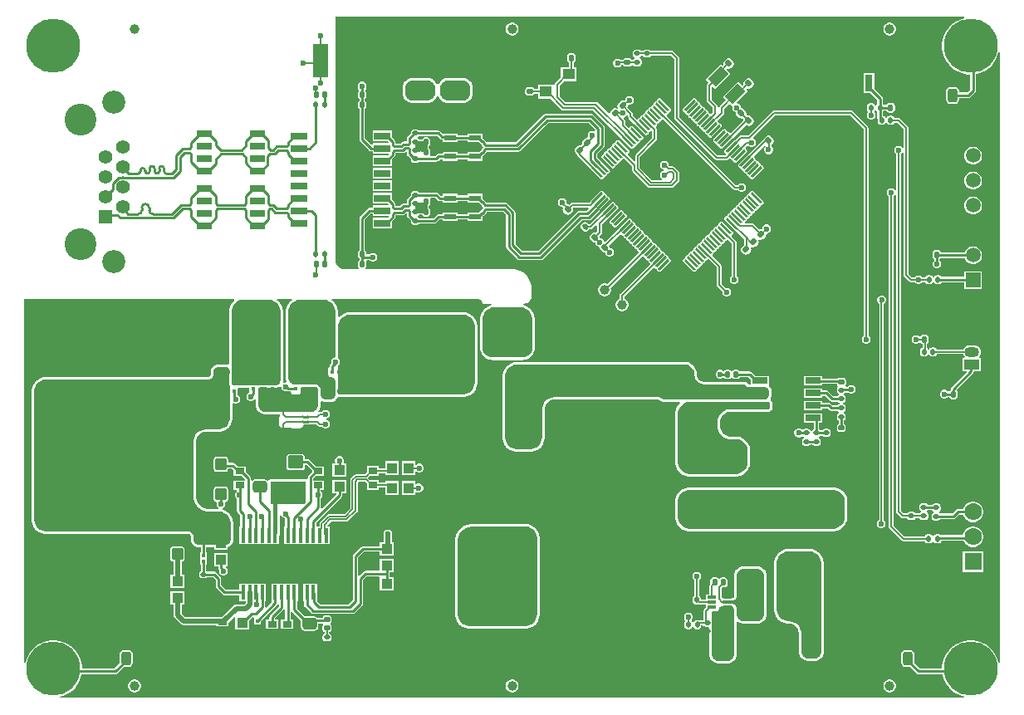
<source format=gtl>
G04*
G04 #@! TF.GenerationSoftware,Altium Limited,Altium Designer,24.1.2 (44)*
G04*
G04 Layer_Physical_Order=1*
G04 Layer_Color=255*
%FSLAX44Y44*%
%MOMM*%
G71*
G04*
G04 #@! TF.SameCoordinates,BB806972-894B-4990-B732-A97902CF1386*
G04*
G04*
G04 #@! TF.FilePolarity,Positive*
G04*
G01*
G75*
%ADD10C,0.1524*%
%ADD14C,0.2540*%
%ADD18C,0.2032*%
%ADD22R,1.2000X0.6000*%
G04:AMPARAMS|DCode=23|XSize=1.3mm|YSize=1.6mm|CornerRadius=0.1625mm|HoleSize=0mm|Usage=FLASHONLY|Rotation=270.000|XOffset=0mm|YOffset=0mm|HoleType=Round|Shape=RoundedRectangle|*
%AMROUNDEDRECTD23*
21,1,1.3000,1.2750,0,0,270.0*
21,1,0.9750,1.6000,0,0,270.0*
1,1,0.3250,-0.6375,-0.4875*
1,1,0.3250,-0.6375,0.4875*
1,1,0.3250,0.6375,0.4875*
1,1,0.3250,0.6375,-0.4875*
%
%ADD23ROUNDEDRECTD23*%
%ADD24R,0.9398X0.6604*%
G04:AMPARAMS|DCode=25|XSize=0.59mm|YSize=0.64mm|CornerRadius=0.1505mm|HoleSize=0mm|Usage=FLASHONLY|Rotation=45.000|XOffset=0mm|YOffset=0mm|HoleType=Round|Shape=RoundedRectangle|*
%AMROUNDEDRECTD25*
21,1,0.5900,0.3391,0,0,45.0*
21,1,0.2891,0.6400,0,0,45.0*
1,1,0.3009,0.2221,-0.0177*
1,1,0.3009,0.0177,-0.2221*
1,1,0.3009,-0.2221,0.0177*
1,1,0.3009,-0.0177,0.2221*
%
%ADD25ROUNDEDRECTD25*%
G04:AMPARAMS|DCode=26|XSize=0.5mm|YSize=0.6mm|CornerRadius=0.13mm|HoleSize=0mm|Usage=FLASHONLY|Rotation=225.000|XOffset=0mm|YOffset=0mm|HoleType=Round|Shape=RoundedRectangle|*
%AMROUNDEDRECTD26*
21,1,0.5000,0.3400,0,0,225.0*
21,1,0.2400,0.6000,0,0,225.0*
1,1,0.2600,-0.2051,0.0354*
1,1,0.2600,-0.0354,0.2051*
1,1,0.2600,0.2051,-0.0354*
1,1,0.2600,0.0354,-0.2051*
%
%ADD26ROUNDEDRECTD26*%
%ADD27R,0.7000X0.9000*%
G04:AMPARAMS|DCode=28|XSize=0.97mm|YSize=1.42mm|CornerRadius=0.2377mm|HoleSize=0mm|Usage=FLASHONLY|Rotation=180.000|XOffset=0mm|YOffset=0mm|HoleType=Round|Shape=RoundedRectangle|*
%AMROUNDEDRECTD28*
21,1,0.9700,0.9447,0,0,180.0*
21,1,0.4947,1.4200,0,0,180.0*
1,1,0.4753,-0.2474,0.4723*
1,1,0.4753,0.2474,0.4723*
1,1,0.4753,0.2474,-0.4723*
1,1,0.4753,-0.2474,-0.4723*
%
%ADD28ROUNDEDRECTD28*%
%ADD29R,2.8100X1.3700*%
%ADD30R,1.6510X0.7620*%
G04:AMPARAMS|DCode=31|XSize=0.254mm|YSize=0.254mm|CornerRadius=0.0635mm|HoleSize=0mm|Usage=FLASHONLY|Rotation=0.000|XOffset=0mm|YOffset=0mm|HoleType=Round|Shape=RoundedRectangle|*
%AMROUNDEDRECTD31*
21,1,0.2540,0.1270,0,0,0.0*
21,1,0.1270,0.2540,0,0,0.0*
1,1,0.1270,0.0635,-0.0635*
1,1,0.1270,-0.0635,-0.0635*
1,1,0.1270,-0.0635,0.0635*
1,1,0.1270,0.0635,0.0635*
%
%ADD31ROUNDEDRECTD31*%
%ADD32R,0.3000X0.4500*%
%ADD33R,0.4500X0.3000*%
%ADD34R,1.5260X0.7000*%
G04:AMPARAMS|DCode=35|XSize=0.5mm|YSize=0.6mm|CornerRadius=0.13mm|HoleSize=0mm|Usage=FLASHONLY|Rotation=90.000|XOffset=0mm|YOffset=0mm|HoleType=Round|Shape=RoundedRectangle|*
%AMROUNDEDRECTD35*
21,1,0.5000,0.3400,0,0,90.0*
21,1,0.2400,0.6000,0,0,90.0*
1,1,0.2600,0.1700,0.1200*
1,1,0.2600,0.1700,-0.1200*
1,1,0.2600,-0.1700,-0.1200*
1,1,0.2600,-0.1700,0.1200*
%
%ADD35ROUNDEDRECTD35*%
G04:AMPARAMS|DCode=36|XSize=0.59mm|YSize=0.64mm|CornerRadius=0.1505mm|HoleSize=0mm|Usage=FLASHONLY|Rotation=0.000|XOffset=0mm|YOffset=0mm|HoleType=Round|Shape=RoundedRectangle|*
%AMROUNDEDRECTD36*
21,1,0.5900,0.3391,0,0,0.0*
21,1,0.2891,0.6400,0,0,0.0*
1,1,0.3009,0.1446,-0.1696*
1,1,0.3009,-0.1446,-0.1696*
1,1,0.3009,-0.1446,0.1696*
1,1,0.3009,0.1446,0.1696*
%
%ADD36ROUNDEDRECTD36*%
G04:AMPARAMS|DCode=37|XSize=0.5mm|YSize=0.6mm|CornerRadius=0.13mm|HoleSize=0mm|Usage=FLASHONLY|Rotation=0.000|XOffset=0mm|YOffset=0mm|HoleType=Round|Shape=RoundedRectangle|*
%AMROUNDEDRECTD37*
21,1,0.5000,0.3400,0,0,0.0*
21,1,0.2400,0.6000,0,0,0.0*
1,1,0.2600,0.1200,-0.1700*
1,1,0.2600,-0.1200,-0.1700*
1,1,0.2600,-0.1200,0.1700*
1,1,0.2600,0.1200,0.1700*
%
%ADD37ROUNDEDRECTD37*%
%ADD38R,1.5200X3.5100*%
%ADD39R,2.4000X3.3000*%
%ADD40R,1.5000X0.6500*%
%ADD41R,3.0988X2.5654*%
G04:AMPARAMS|DCode=42|XSize=0.54mm|YSize=0.6mm|CornerRadius=0.1404mm|HoleSize=0mm|Usage=FLASHONLY|Rotation=180.000|XOffset=0mm|YOffset=0mm|HoleType=Round|Shape=RoundedRectangle|*
%AMROUNDEDRECTD42*
21,1,0.5400,0.3192,0,0,180.0*
21,1,0.2592,0.6000,0,0,180.0*
1,1,0.2808,-0.1296,0.1596*
1,1,0.2808,0.1296,0.1596*
1,1,0.2808,0.1296,-0.1596*
1,1,0.2808,-0.1296,-0.1596*
%
%ADD42ROUNDEDRECTD42*%
%ADD43C,1.0000*%
G04:AMPARAMS|DCode=44|XSize=1.16mm|YSize=1.82mm|CornerRadius=0.2494mm|HoleSize=0mm|Usage=FLASHONLY|Rotation=270.000|XOffset=0mm|YOffset=0mm|HoleType=Round|Shape=RoundedRectangle|*
%AMROUNDEDRECTD44*
21,1,1.1600,1.3212,0,0,270.0*
21,1,0.6612,1.8200,0,0,270.0*
1,1,0.4988,-0.6606,-0.3306*
1,1,0.4988,-0.6606,0.3306*
1,1,0.4988,0.6606,0.3306*
1,1,0.4988,0.6606,-0.3306*
%
%ADD44ROUNDEDRECTD44*%
G04:AMPARAMS|DCode=45|XSize=0.59mm|YSize=0.64mm|CornerRadius=0.1505mm|HoleSize=0mm|Usage=FLASHONLY|Rotation=90.000|XOffset=0mm|YOffset=0mm|HoleType=Round|Shape=RoundedRectangle|*
%AMROUNDEDRECTD45*
21,1,0.5900,0.3391,0,0,90.0*
21,1,0.2891,0.6400,0,0,90.0*
1,1,0.3009,0.1696,0.1446*
1,1,0.3009,0.1696,-0.1446*
1,1,0.3009,-0.1696,-0.1446*
1,1,0.3009,-0.1696,0.1446*
%
%ADD45ROUNDEDRECTD45*%
G04:AMPARAMS|DCode=46|XSize=0.54mm|YSize=0.6mm|CornerRadius=0.1404mm|HoleSize=0mm|Usage=FLASHONLY|Rotation=270.000|XOffset=0mm|YOffset=0mm|HoleType=Round|Shape=RoundedRectangle|*
%AMROUNDEDRECTD46*
21,1,0.5400,0.3192,0,0,270.0*
21,1,0.2592,0.6000,0,0,270.0*
1,1,0.2808,-0.1596,-0.1296*
1,1,0.2808,-0.1596,0.1296*
1,1,0.2808,0.1596,0.1296*
1,1,0.2808,0.1596,-0.1296*
%
%ADD46ROUNDEDRECTD46*%
%ADD47R,0.8500X0.3000*%
G04:AMPARAMS|DCode=48|XSize=1.16mm|YSize=1.47mm|CornerRadius=0.2494mm|HoleSize=0mm|Usage=FLASHONLY|Rotation=0.000|XOffset=0mm|YOffset=0mm|HoleType=Round|Shape=RoundedRectangle|*
%AMROUNDEDRECTD48*
21,1,1.1600,0.9712,0,0,0.0*
21,1,0.6612,1.4700,0,0,0.0*
1,1,0.4988,0.3306,-0.4856*
1,1,0.4988,-0.3306,-0.4856*
1,1,0.4988,-0.3306,0.4856*
1,1,0.4988,0.3306,0.4856*
%
%ADD48ROUNDEDRECTD48*%
%ADD49R,1.5000X4.0000*%
%ADD50R,0.9100X1.2200*%
G04:AMPARAMS|DCode=51|XSize=0.24mm|YSize=1.47mm|CornerRadius=0.048mm|HoleSize=0mm|Usage=FLASHONLY|Rotation=225.000|XOffset=0mm|YOffset=0mm|HoleType=Round|Shape=RoundedRectangle|*
%AMROUNDEDRECTD51*
21,1,0.2400,1.3740,0,0,225.0*
21,1,0.1440,1.4700,0,0,225.0*
1,1,0.0960,-0.5367,0.4349*
1,1,0.0960,-0.4349,0.5367*
1,1,0.0960,0.5367,-0.4349*
1,1,0.0960,0.4349,-0.5367*
%
%ADD51ROUNDEDRECTD51*%
G04:AMPARAMS|DCode=52|XSize=0.24mm|YSize=1.47mm|CornerRadius=0.048mm|HoleSize=0mm|Usage=FLASHONLY|Rotation=315.000|XOffset=0mm|YOffset=0mm|HoleType=Round|Shape=RoundedRectangle|*
%AMROUNDEDRECTD52*
21,1,0.2400,1.3740,0,0,315.0*
21,1,0.1440,1.4700,0,0,315.0*
1,1,0.0960,-0.4349,-0.5367*
1,1,0.0960,-0.5367,-0.4349*
1,1,0.0960,0.4349,0.5367*
1,1,0.0960,0.5367,0.4349*
%
%ADD52ROUNDEDRECTD52*%
%ADD53R,0.8000X1.7000*%
%ADD54R,0.8000X1.1000*%
G04:AMPARAMS|DCode=55|XSize=0.59mm|YSize=0.64mm|CornerRadius=0.1505mm|HoleSize=0mm|Usage=FLASHONLY|Rotation=135.000|XOffset=0mm|YOffset=0mm|HoleType=Round|Shape=RoundedRectangle|*
%AMROUNDEDRECTD55*
21,1,0.5900,0.3391,0,0,135.0*
21,1,0.2891,0.6400,0,0,135.0*
1,1,0.3009,0.0177,0.2221*
1,1,0.3009,0.2221,0.0177*
1,1,0.3009,-0.0177,-0.2221*
1,1,0.3009,-0.2221,-0.0177*
%
%ADD55ROUNDEDRECTD55*%
%ADD56R,1.3000X1.1000*%
G04:AMPARAMS|DCode=57|XSize=1.1mm|YSize=1.9mm|CornerRadius=0mm|HoleSize=0mm|Usage=FLASHONLY|Rotation=315.000|XOffset=0mm|YOffset=0mm|HoleType=Round|Shape=Rectangle|*
%AMROTATEDRECTD57*
4,1,4,-1.0607,-0.2828,0.2828,1.0607,1.0607,0.2828,-0.2828,-1.0607,-1.0607,-0.2828,0.0*
%
%ADD57ROTATEDRECTD57*%

%ADD58R,1.8000X1.1500*%
%ADD59R,2.5000X3.8000*%
%ADD60R,2.3000X3.4000*%
%ADD61R,2.3000X7.9000*%
%ADD62R,1.1500X1.8000*%
%ADD63R,1.0922X1.0160*%
G04:AMPARAMS|DCode=64|XSize=1.16mm|YSize=1.47mm|CornerRadius=0.2494mm|HoleSize=0mm|Usage=FLASHONLY|Rotation=270.000|XOffset=0mm|YOffset=0mm|HoleType=Round|Shape=RoundedRectangle|*
%AMROUNDEDRECTD64*
21,1,1.1600,0.9712,0,0,270.0*
21,1,0.6612,1.4700,0,0,270.0*
1,1,0.4988,-0.4856,-0.3306*
1,1,0.4988,-0.4856,0.3306*
1,1,0.4988,0.4856,0.3306*
1,1,0.4988,0.4856,-0.3306*
%
%ADD64ROUNDEDRECTD64*%
%ADD65R,2.3500X3.4900*%
%ADD66R,0.4000X0.3800*%
G04:AMPARAMS|DCode=67|XSize=1.25mm|YSize=1.16mm|CornerRadius=0.145mm|HoleSize=0mm|Usage=FLASHONLY|Rotation=90.000|XOffset=0mm|YOffset=0mm|HoleType=Round|Shape=RoundedRectangle|*
%AMROUNDEDRECTD67*
21,1,1.2500,0.8700,0,0,90.0*
21,1,0.9600,1.1600,0,0,90.0*
1,1,0.2900,0.4350,0.4800*
1,1,0.2900,0.4350,-0.4800*
1,1,0.2900,-0.4350,-0.4800*
1,1,0.2900,-0.4350,0.4800*
%
%ADD67ROUNDEDRECTD67*%
%ADD68R,1.6000X3.2000*%
%ADD69R,0.4500X1.5000*%
%ADD70R,1.0160X1.0922*%
%ADD78R,0.9500X1.0000*%
%ADD79R,0.3000X0.7500*%
%ADD80R,1.0000X0.9500*%
%ADD81R,0.7500X0.3000*%
%ADD116R,9.7000X3.4000*%
%ADD118C,1.5000*%
%ADD122O,1.5240X1.0160*%
%ADD123R,1.5240X1.0160*%
%ADD130C,2.7300*%
%ADD131R,2.7300X2.7300*%
%ADD132C,0.2278*%
%ADD133C,0.5080*%
%ADD134C,5.5000*%
%ADD135R,1.7780X1.7780*%
%ADD136C,1.7780*%
%ADD137R,1.5000X1.5000*%
%ADD138C,3.2500*%
%ADD139C,2.3550*%
%ADD140C,1.3980*%
%ADD141R,1.3980X1.3980*%
%ADD142C,0.6000*%
G36*
X412310Y498480D02*
X401320D01*
Y507634D01*
X412310D01*
Y498480D01*
D02*
G37*
G36*
X424503Y510142D02*
X425384Y509553D01*
X426423Y509347D01*
X429055D01*
Y507896D01*
X444103D01*
Y509705D01*
X455057D01*
Y507896D01*
X466265D01*
X467448Y506714D01*
X468249Y506179D01*
X468624Y505803D01*
X468736Y505243D01*
X469324Y504362D01*
X469899Y503787D01*
X470574Y502920D01*
X469899Y502053D01*
X469324Y501478D01*
X468736Y500597D01*
X468624Y500037D01*
X468249Y499661D01*
X467448Y499126D01*
X466265Y497944D01*
X455057D01*
Y496135D01*
X444103D01*
Y497944D01*
X429055D01*
Y496135D01*
X424840D01*
X423801Y495928D01*
X422920Y495340D01*
X419776Y492195D01*
X405404D01*
X405056Y492716D01*
X404139Y493329D01*
X404122Y493425D01*
Y494535D01*
X404139Y494632D01*
X405056Y495244D01*
X405404Y495765D01*
X407980D01*
X408012Y495603D01*
X408681Y494601D01*
X409683Y493932D01*
X410864Y493697D01*
X413755D01*
X414937Y493932D01*
X415939Y494601D01*
X416608Y495603D01*
X416843Y496785D01*
Y500176D01*
X416608Y501357D01*
X415939Y502359D01*
X415043Y502958D01*
Y504162D01*
X415939Y504761D01*
X416608Y505763D01*
X416843Y506945D01*
Y510336D01*
X416608Y511517D01*
X416489Y511695D01*
X417168Y512965D01*
X421680D01*
X424503Y510142D01*
D02*
G37*
G36*
X961158Y695881D02*
X960704Y695809D01*
X956359Y694398D01*
X952288Y692324D01*
X948592Y689638D01*
X945362Y686408D01*
X942676Y682712D01*
X940602Y678641D01*
X939191Y674296D01*
X938476Y669784D01*
Y665216D01*
X939191Y660704D01*
X940602Y656359D01*
X942676Y652288D01*
X945362Y648592D01*
X948592Y645362D01*
X952288Y642676D01*
X956359Y640602D01*
X960704Y639191D01*
X965216Y638476D01*
X967151D01*
Y623200D01*
X964020Y620069D01*
X955550D01*
Y621944D01*
X955248Y623465D01*
X954386Y624756D01*
X953095Y625618D01*
X951573Y625920D01*
X946627D01*
X945105Y625618D01*
X943814Y624756D01*
X942952Y623465D01*
X942650Y621944D01*
Y612496D01*
X942952Y610975D01*
X943814Y609684D01*
X945105Y608822D01*
X946627Y608520D01*
X951573D01*
X953095Y608822D01*
X954386Y609684D01*
X955248Y610975D01*
X955550Y612496D01*
Y614371D01*
X965200D01*
X965200Y614371D01*
X966290Y614588D01*
X967214Y615206D01*
X972014Y620006D01*
X972014Y620006D01*
X972632Y620930D01*
X972849Y622020D01*
Y638961D01*
X974296Y639191D01*
X978641Y640602D01*
X982712Y642676D01*
X986408Y645362D01*
X989638Y648592D01*
X992324Y652288D01*
X994398Y656359D01*
X995809Y660704D01*
X995881Y661158D01*
X997151Y661058D01*
Y38942D01*
X995881Y38842D01*
X995809Y39297D01*
X994398Y43641D01*
X992324Y47712D01*
X989638Y51408D01*
X986408Y54638D01*
X982712Y57324D01*
X978641Y59398D01*
X974296Y60809D01*
X969784Y61524D01*
X965216D01*
X960704Y60809D01*
X956359Y59398D01*
X952288Y57324D01*
X948592Y54638D01*
X945362Y51408D01*
X942676Y47712D01*
X940602Y43641D01*
X939191Y39297D01*
X938476Y34784D01*
Y32849D01*
X915490D01*
X909830Y38508D01*
Y47903D01*
X909528Y49425D01*
X908666Y50716D01*
X907375Y51578D01*
X905854Y51880D01*
X900907D01*
X899385Y51578D01*
X898094Y50716D01*
X897232Y49425D01*
X896930Y47903D01*
Y38456D01*
X897232Y36935D01*
X898094Y35644D01*
X899385Y34782D01*
X900907Y34480D01*
X905802D01*
X912296Y27986D01*
X912296Y27986D01*
X913220Y27368D01*
X914310Y27151D01*
X938961D01*
X939191Y25704D01*
X940602Y21359D01*
X942676Y17288D01*
X945362Y13592D01*
X948592Y10362D01*
X952288Y7677D01*
X956359Y5602D01*
X960704Y4191D01*
X961158Y4119D01*
X961058Y2849D01*
X38942D01*
X38842Y4119D01*
X39297Y4191D01*
X43641Y5602D01*
X47712Y7677D01*
X51408Y10362D01*
X54638Y13592D01*
X57324Y17288D01*
X59398Y21359D01*
X60809Y25704D01*
X61039Y27151D01*
X95750D01*
X95750Y27151D01*
X96840Y27368D01*
X97764Y27986D01*
X104258Y34480D01*
X109153D01*
X110675Y34782D01*
X111966Y35644D01*
X112828Y36935D01*
X113130Y38456D01*
Y47903D01*
X112828Y49425D01*
X111966Y50716D01*
X110675Y51578D01*
X109153Y51880D01*
X104206D01*
X102685Y51578D01*
X101394Y50716D01*
X100532Y49425D01*
X100230Y47903D01*
Y38508D01*
X94570Y32849D01*
X61524D01*
Y34784D01*
X60809Y39297D01*
X59398Y43641D01*
X57324Y47712D01*
X54638Y51408D01*
X51408Y54638D01*
X47712Y57324D01*
X43641Y59398D01*
X39297Y60809D01*
X34784Y61524D01*
X30216D01*
X25704Y60809D01*
X21359Y59398D01*
X17288Y57324D01*
X13592Y54638D01*
X10362Y51408D01*
X7677Y47712D01*
X5602Y43641D01*
X4191Y39297D01*
X4119Y38842D01*
X2849Y38942D01*
Y410000D01*
X217108Y410000D01*
X217494Y408730D01*
X217076Y408451D01*
X216896Y408270D01*
X216684Y408129D01*
X215035Y406480D01*
X214893Y406268D01*
X214713Y406088D01*
X213418Y404149D01*
X213320Y403913D01*
X213178Y403701D01*
X212286Y401547D01*
X212236Y401297D01*
X212139Y401062D01*
X211684Y398775D01*
Y398520D01*
X211634Y398270D01*
Y397104D01*
Y343474D01*
X210364Y342626D01*
X210057Y342753D01*
X210057Y342753D01*
X210057Y342753D01*
X209479Y342868D01*
X209066Y342950D01*
X209066Y342950D01*
X209066Y342950D01*
X208280Y342950D01*
X200660Y342950D01*
X200660Y342950D01*
X199650D01*
X198658Y342752D01*
X196791Y341979D01*
X195951Y341418D01*
X194522Y339989D01*
X193961Y339149D01*
X193187Y337281D01*
X192990Y336290D01*
Y332868D01*
X192943Y332385D01*
X192528Y331385D01*
X191855Y330712D01*
X190855Y330297D01*
X190373Y330250D01*
X25400D01*
X25399Y330250D01*
X24149Y330250D01*
X23899Y330200D01*
X23644D01*
X21190Y329712D01*
X20955Y329614D01*
X20704Y329565D01*
X18393Y328607D01*
X18181Y328465D01*
X17945Y328368D01*
X15865Y326978D01*
X15685Y326798D01*
X15473Y326656D01*
X13704Y324887D01*
X13562Y324675D01*
X13382Y324495D01*
X11992Y322414D01*
X11895Y322179D01*
X11753Y321967D01*
X10795Y319655D01*
X10746Y319405D01*
X10648Y319170D01*
X10160Y316716D01*
Y316461D01*
X10110Y316211D01*
X10110Y314960D01*
Y185420D01*
Y184169D01*
X10160Y183919D01*
Y183664D01*
X10648Y181210D01*
X10746Y180975D01*
X10795Y180725D01*
X11753Y178413D01*
X11895Y178201D01*
X11992Y177966D01*
X13382Y175885D01*
X13562Y175705D01*
X13704Y175493D01*
X15473Y173724D01*
X15685Y173582D01*
X15865Y173402D01*
X17945Y172012D01*
X18181Y171915D01*
X18393Y171773D01*
X20705Y170815D01*
X20955Y170766D01*
X21190Y170668D01*
X23644Y170180D01*
X23899D01*
X24149Y170130D01*
X170053D01*
X170535Y170083D01*
X171535Y169668D01*
X172208Y168995D01*
X172623Y167995D01*
X172670Y167513D01*
Y163842D01*
X172867Y162851D01*
X173830Y160527D01*
X174391Y159686D01*
X176171Y157908D01*
X177011Y157346D01*
X179335Y156383D01*
X180326Y156186D01*
X182571D01*
Y151284D01*
X181896D01*
Y138816D01*
X182571D01*
Y132789D01*
X181684Y132196D01*
X181060Y131262D01*
X180841Y130160D01*
Y127760D01*
X181060Y126658D01*
X181684Y125724D01*
X182618Y125100D01*
X183720Y124881D01*
X187120D01*
X188222Y125100D01*
X189156Y125724D01*
X189415Y126111D01*
X194980D01*
X197811Y123280D01*
Y116840D01*
X197811Y116840D01*
X198028Y115750D01*
X198646Y114826D01*
X204886Y108586D01*
X204886Y108586D01*
X205810Y107968D01*
X206900Y107751D01*
X222136D01*
Y101576D01*
X228266D01*
Y99506D01*
X226884Y98124D01*
X219211D01*
X217625Y97808D01*
X216281Y96910D01*
X204869Y85498D01*
X198437D01*
Y85424D01*
X166816D01*
X163084Y89156D01*
Y98452D01*
X165925D01*
Y111660D01*
X151955D01*
Y98452D01*
X154796D01*
Y87440D01*
X155112Y85854D01*
X156010Y84510D01*
X162170Y78350D01*
X163514Y77452D01*
X165100Y77136D01*
X198437D01*
Y75846D01*
X210883D01*
Y79792D01*
X216725Y85634D01*
X217995Y85108D01*
Y72798D01*
X231965D01*
Y82358D01*
X235256Y85649D01*
X236616Y85297D01*
X236696Y84874D01*
X236696Y84781D01*
Y78026D01*
X243744D01*
Y80945D01*
X260424Y97626D01*
X260424Y97626D01*
X260791Y98175D01*
X262061Y97789D01*
Y95910D01*
X253446Y87294D01*
X252828Y86370D01*
X252611Y85280D01*
X252611Y85280D01*
Y82958D01*
X249237D01*
Y73306D01*
X261683D01*
Y82958D01*
X258618D01*
X258437Y84228D01*
X266924Y92716D01*
X266924Y92716D01*
X267291Y93265D01*
X268561Y92879D01*
Y82958D01*
X264477D01*
Y73306D01*
X276923D01*
Y82958D01*
X274259D01*
Y90890D01*
X275529Y91275D01*
X275896Y90726D01*
X284619Y82003D01*
X284607Y81946D01*
Y75334D01*
X284919Y73766D01*
X285807Y72437D01*
X287136Y71549D01*
X288704Y71237D01*
X298416D01*
X299984Y71549D01*
X301313Y72437D01*
X302201Y73766D01*
X302513Y75334D01*
Y78744D01*
X306888D01*
X307120Y78433D01*
X307451Y77474D01*
X306986Y76778D01*
X306759Y75636D01*
Y73044D01*
X306986Y71902D01*
X307633Y70933D01*
X308601Y70286D01*
X309009Y70205D01*
Y68734D01*
X308538Y68640D01*
X307604Y68016D01*
X306980Y67082D01*
X306761Y65980D01*
Y63580D01*
X306980Y62478D01*
X307604Y61544D01*
X308538Y60920D01*
X309640Y60701D01*
X313040D01*
X314142Y60920D01*
X315076Y61544D01*
X315700Y62478D01*
X315919Y63580D01*
Y65980D01*
X315700Y67082D01*
X315076Y68016D01*
X314142Y68640D01*
X313671Y68734D01*
Y70205D01*
X314078Y70286D01*
X315047Y70933D01*
X315694Y71902D01*
X315921Y73044D01*
Y75636D01*
X315694Y76778D01*
X315047Y77747D01*
X314853Y77876D01*
Y79404D01*
X315047Y79533D01*
X315694Y80501D01*
X315921Y81644D01*
Y84236D01*
X315694Y85378D01*
X315047Y86347D01*
X314078Y86994D01*
X312936Y87221D01*
X309744D01*
X308601Y86994D01*
X307633Y86347D01*
X306986Y85378D01*
X306800Y84441D01*
X301581D01*
X301313Y84843D01*
X299984Y85731D01*
X298416Y86043D01*
X288704D01*
X288647Y86031D01*
X280759Y93920D01*
Y101576D01*
X281684D01*
Y119624D01*
X254636D01*
Y101576D01*
X254636D01*
X255047Y100306D01*
X249370Y94629D01*
X248200Y95255D01*
X248259Y95550D01*
X248259Y95550D01*
Y101576D01*
X249184D01*
Y119624D01*
X222136D01*
Y113449D01*
X208080D01*
X203509Y118020D01*
Y124460D01*
X203509Y124460D01*
X203292Y125550D01*
X202674Y126474D01*
X202674Y126474D01*
X198174Y130974D01*
X197250Y131592D01*
X196160Y131809D01*
X196160Y131809D01*
X189415D01*
X189156Y132196D01*
X188269Y132789D01*
Y138816D01*
X188944D01*
Y151284D01*
X188269D01*
Y156186D01*
X196215D01*
Y154178D01*
X210185D01*
Y156756D01*
X211609Y157346D01*
X212449Y157908D01*
X214228Y159686D01*
X214228Y159686D01*
X214790Y160527D01*
X215753Y162851D01*
X215950Y163842D01*
Y180340D01*
X215949Y180341D01*
X215949Y181590D01*
X215900Y181841D01*
Y182096D01*
X215412Y184549D01*
X215314Y184785D01*
X215264Y185035D01*
X214307Y187346D01*
X214165Y187559D01*
X214068Y187794D01*
X212678Y189874D01*
X212498Y190055D01*
X212356Y190267D01*
X210587Y192036D01*
X210375Y192178D01*
X210195Y192358D01*
X208114Y193748D01*
X207879Y193845D01*
X207667Y193987D01*
X205355Y194944D01*
X205105Y194994D01*
X204884Y195086D01*
X204867Y195129D01*
X204759Y196409D01*
X205763Y196825D01*
X207035Y198097D01*
X207724Y199760D01*
Y201560D01*
X207662Y201709D01*
X208457Y203108D01*
X208710Y203158D01*
X209694Y203816D01*
X210351Y204800D01*
X210582Y205960D01*
Y215560D01*
X210351Y216720D01*
X209694Y217704D01*
X208710Y218361D01*
X207550Y218592D01*
X198850D01*
X197690Y218361D01*
X196706Y217704D01*
X196049Y216720D01*
X195818Y215560D01*
Y205960D01*
X196049Y204800D01*
X196706Y203816D01*
X197690Y203158D01*
X197943Y203108D01*
X198738Y201709D01*
X198676Y201560D01*
Y199760D01*
X199365Y198097D01*
X200562Y196900D01*
X200532Y196534D01*
X200204Y195630D01*
X190563Y195630D01*
X189324Y195691D01*
X186831Y196186D01*
X184542Y197134D01*
X182482Y198511D01*
X180731Y200263D01*
X179354Y202322D01*
X178406Y204611D01*
X177911Y207104D01*
X177850Y208343D01*
Y264096D01*
X177898Y265087D01*
X178297Y267091D01*
X179054Y268920D01*
X180154Y270566D01*
X181554Y271966D01*
X183200Y273066D01*
X185029Y273823D01*
X187033Y274222D01*
X188024Y274270D01*
X201800Y274270D01*
X202050Y274320D01*
X202305D01*
X204540Y274765D01*
X204776Y274862D01*
X205026Y274912D01*
X207132Y275784D01*
X207344Y275926D01*
X207579Y276024D01*
X209475Y277290D01*
X209655Y277470D01*
X209867Y277612D01*
X211479Y279223D01*
X211620Y279436D01*
X211801Y279616D01*
X213067Y281511D01*
X213165Y281747D01*
X213306Y281959D01*
X214179Y284065D01*
X214228Y284315D01*
X214326Y284550D01*
X214771Y286786D01*
Y287041D01*
X214820Y287291D01*
Y302902D01*
X216090Y303417D01*
X217540Y302816D01*
X219340D01*
X221003Y303505D01*
X222275Y304777D01*
X222964Y306440D01*
Y308240D01*
X222275Y309903D01*
X221003Y311175D01*
X219974Y311601D01*
Y318016D01*
X221144Y319286D01*
X232186Y319286D01*
Y315496D01*
X232186D01*
X232350Y314226D01*
X231117Y313715D01*
X229845Y312443D01*
X229156Y310780D01*
Y308980D01*
X229845Y307317D01*
X231117Y306045D01*
X232780Y305356D01*
X234580D01*
X236243Y306045D01*
X237440Y307242D01*
X237806Y307212D01*
X238710Y306884D01*
Y302260D01*
X238710Y301509D01*
X238760Y301259D01*
Y301004D01*
X239053Y299532D01*
X239150Y299296D01*
X239200Y299046D01*
X239775Y297659D01*
X239916Y297447D01*
X240014Y297211D01*
X240848Y295963D01*
X241028Y295783D01*
X241170Y295571D01*
X242231Y294510D01*
X242443Y294368D01*
X242624Y294188D01*
X243872Y293354D01*
X244107Y293256D01*
X244320Y293114D01*
X245706Y292540D01*
X245956Y292490D01*
X246192Y292393D01*
X247664Y292100D01*
X247919D01*
X248170Y292050D01*
X248920Y292050D01*
X263183D01*
X263709Y290780D01*
X263261Y290332D01*
X262500Y288494D01*
Y281505D01*
X263261Y279668D01*
X264668Y278261D01*
X266505Y277500D01*
X283494D01*
X285332Y278261D01*
X286739Y279668D01*
X287500Y281505D01*
X287626Y281631D01*
X292100D01*
X292163Y281644D01*
X292735D01*
X293577Y281811D01*
X294083Y282149D01*
X300083D01*
X301941Y280292D01*
X302697Y279787D01*
X303589Y279609D01*
X305949D01*
X306045Y279377D01*
X307317Y278105D01*
X308980Y277416D01*
X310780D01*
X312443Y278105D01*
X313715Y279377D01*
X314404Y281040D01*
Y282840D01*
X313715Y284503D01*
X312443Y285775D01*
X310971Y286385D01*
X310928Y286652D01*
Y287388D01*
X310971Y287655D01*
X312443Y288265D01*
X313715Y289537D01*
X314404Y291200D01*
Y293000D01*
X313715Y294663D01*
X312443Y295935D01*
X310780Y296624D01*
X308980D01*
X307317Y295935D01*
X306056Y294674D01*
X303832D01*
X303154Y294539D01*
X302617Y295127D01*
X302390Y295571D01*
X302532Y295783D01*
X302712Y295963D01*
X303546Y297212D01*
X303644Y297447D01*
X303785Y297659D01*
X304360Y299046D01*
X304410Y299296D01*
X304507Y299532D01*
X304800Y301004D01*
X304800Y301259D01*
X304850Y301510D01*
X304850Y302260D01*
Y304970D01*
X305723Y305534D01*
X306120Y305676D01*
X307878Y304948D01*
X308869Y304751D01*
X309878D01*
X309880Y304750D01*
X315970Y304750D01*
X316961Y304947D01*
X318828Y305721D01*
X319669Y306282D01*
X319669Y306282D01*
X321097Y307711D01*
X321378Y308130D01*
X321659Y308551D01*
X322222Y309911D01*
X322630Y309830D01*
X450831D01*
X451081Y309880D01*
X451336D01*
X453790Y310368D01*
X454025Y310466D01*
X454276Y310515D01*
X456587Y311473D01*
X456799Y311614D01*
X457034Y311712D01*
X459114Y313102D01*
X459295Y313282D01*
X459507Y313424D01*
X461276Y315193D01*
X461418Y315405D01*
X461598Y315585D01*
X462988Y317666D01*
X463086Y317901D01*
X463227Y318113D01*
X464184Y320424D01*
X464234Y320675D01*
X464332Y320910D01*
X464820Y323364D01*
Y323619D01*
X464870Y323869D01*
Y325120D01*
X464870Y325120D01*
X464870Y381000D01*
X464870Y382251D01*
X464820Y382501D01*
Y382756D01*
X464332Y385210D01*
X464234Y385445D01*
X464184Y385695D01*
X463227Y388007D01*
X463086Y388219D01*
X462988Y388454D01*
X461598Y390535D01*
X461418Y390715D01*
X461276Y390927D01*
X459507Y392696D01*
X459295Y392838D01*
X459114Y393018D01*
X457034Y394408D01*
X456799Y394506D01*
X456587Y394647D01*
X454275Y395605D01*
X454025Y395654D01*
X453790Y395752D01*
X451336Y396240D01*
X451081D01*
X450831Y396290D01*
X449580Y396290D01*
X449580Y396290D01*
X335280Y396290D01*
X334029Y396290D01*
X333779Y396240D01*
X333524D01*
X331070Y395752D01*
X330835Y395654D01*
X330584Y395605D01*
X328273Y394647D01*
X328061Y394506D01*
X327825Y394408D01*
X325745Y393018D01*
X325565Y392838D01*
X325353Y392696D01*
X323900Y391243D01*
X322654Y391681D01*
X322630Y391701D01*
Y396240D01*
X322630Y397491D01*
X322580Y397741D01*
Y397996D01*
X322092Y400450D01*
X321994Y400685D01*
X321945Y400936D01*
X320987Y403247D01*
X320845Y403459D01*
X320748Y403694D01*
X319358Y405774D01*
X319178Y405955D01*
X319036Y406167D01*
X317267Y407936D01*
X317055Y408078D01*
X316875Y408258D01*
X316168Y408730D01*
X316553Y410000D01*
X464764Y410000D01*
X464764Y410000D01*
X464764Y410000D01*
X464765Y410000D01*
X465929Y409840D01*
X467673Y409118D01*
X469118Y407673D01*
X469899Y405785D01*
X470000Y404764D01*
X478879D01*
X479004Y403494D01*
X478390Y403372D01*
X478155Y403274D01*
X477904Y403224D01*
X475593Y402267D01*
X475381Y402126D01*
X475145Y402028D01*
X473065Y400638D01*
X472885Y400458D01*
X472673Y400316D01*
X470904Y398547D01*
X470762Y398335D01*
X470582Y398154D01*
X469192Y396074D01*
X469095Y395839D01*
X468953Y395627D01*
X467995Y393316D01*
X467946Y393065D01*
X467848Y392830D01*
X467360Y390376D01*
Y390121D01*
X467310Y389871D01*
X467310Y388620D01*
Y360680D01*
X467310Y359628D01*
X467360Y359378D01*
Y359122D01*
X467770Y357059D01*
X467868Y356823D01*
X467918Y356573D01*
X468723Y354630D01*
X468865Y354417D01*
X468962Y354182D01*
X470131Y352433D01*
X470312Y352252D01*
X470453Y352040D01*
X471941Y350552D01*
X472153Y350411D01*
X472333Y350230D01*
X474083Y349062D01*
X474318Y348964D01*
X474530Y348823D01*
X476474Y348018D01*
X476724Y347968D01*
X476960Y347870D01*
X479024Y347460D01*
X479278Y347460D01*
X479529Y347410D01*
X480581Y347410D01*
X510020D01*
X511072Y347410D01*
X511322Y347460D01*
X511577D01*
X513640Y347870D01*
X513876Y347968D01*
X514126Y348018D01*
X516070Y348823D01*
X516282Y348965D01*
X516518Y349062D01*
X518267Y350231D01*
X518447Y350411D01*
X518659Y350553D01*
X520147Y352040D01*
X520289Y352253D01*
X520469Y352433D01*
X521638Y354182D01*
X521735Y354418D01*
X521877Y354630D01*
X522682Y356574D01*
X522732Y356824D01*
X522830Y357060D01*
X523240Y359123D01*
Y359378D01*
X523290Y359628D01*
X523290Y360680D01*
X523290Y389871D01*
X523240Y390121D01*
Y390376D01*
X522752Y392830D01*
X522654Y393065D01*
X522604Y393316D01*
X521647Y395627D01*
X521506Y395839D01*
X521408Y396074D01*
X520018Y398154D01*
X519838Y398335D01*
X519696Y398547D01*
X517927Y400316D01*
X517715Y400458D01*
X517534Y400638D01*
X515454Y402028D01*
X515219Y402126D01*
X515007Y402267D01*
X512696Y403224D01*
X512445Y403274D01*
X512210Y403372D01*
X511595Y403494D01*
X511721Y404764D01*
X512293D01*
X513945Y405093D01*
X515501Y405737D01*
X516901Y406673D01*
X518092Y407863D01*
X519027Y409263D01*
X519672Y410819D01*
X520000Y412471D01*
Y420000D01*
X520000Y420000D01*
X520000Y420000D01*
X520000Y421969D01*
X519231Y425834D01*
X517724Y429473D01*
X515535Y432749D01*
X512749Y435535D01*
X509473Y437724D01*
X505834Y439231D01*
X501970Y440000D01*
X500000Y440000D01*
X351178Y440000D01*
X350779Y441261D01*
X351448Y442263D01*
X351683Y443445D01*
Y446836D01*
X351448Y448017D01*
X352138Y449271D01*
X354591D01*
X355577Y448285D01*
X357240Y447596D01*
X359040D01*
X360703Y448285D01*
X361975Y449557D01*
X362664Y451220D01*
Y453020D01*
X361975Y454683D01*
X360703Y455955D01*
X359040Y456644D01*
X357240D01*
X355577Y455955D01*
X354591Y454969D01*
X351683D01*
Y456996D01*
X351448Y458177D01*
X350779Y459179D01*
X349999Y459700D01*
Y490750D01*
X356150Y496901D01*
X357886D01*
Y494416D01*
X373977D01*
X374463Y493243D01*
X373605Y492384D01*
X357886D01*
Y481716D01*
X377444D01*
Y488545D01*
X380503Y491603D01*
X381091Y492484D01*
X381298Y493523D01*
Y495007D01*
X388272D01*
X389311Y495214D01*
X390192Y495802D01*
X391672Y497283D01*
X392942Y496757D01*
Y494643D01*
X393149Y493604D01*
X393737Y492723D01*
X396741Y489720D01*
Y488280D01*
X396960Y487178D01*
X397584Y486244D01*
X398518Y485620D01*
X399620Y485401D01*
X403020D01*
X404122Y485620D01*
X405056Y486244D01*
X405404Y486765D01*
X420900D01*
X421939Y486972D01*
X422820Y487560D01*
X425965Y490705D01*
X429055D01*
Y488896D01*
X444103D01*
Y490705D01*
X455057D01*
Y488896D01*
X470105D01*
Y494104D01*
X470752Y494752D01*
X471553Y495287D01*
X473163Y496897D01*
X473752Y497778D01*
X473831Y498177D01*
X490777D01*
X493937Y495017D01*
Y462812D01*
X494144Y461773D01*
X494732Y460893D01*
X505425Y450200D01*
X506306Y449612D01*
X507345Y449405D01*
X529553D01*
X530592Y449612D01*
X531473Y450200D01*
X571317Y490045D01*
X578625D01*
X579664Y490252D01*
X580545Y490840D01*
X590581Y500876D01*
X590834Y501255D01*
X599384Y509804D01*
X599826Y510467D01*
X599982Y511249D01*
X599826Y512031D01*
X599384Y512694D01*
X598365Y513712D01*
X597702Y514155D01*
X597115Y514272D01*
X596998Y514859D01*
X596555Y515522D01*
X595537Y516540D01*
X594874Y516983D01*
X594286Y517100D01*
X594170Y517688D01*
X593727Y518351D01*
X592708Y519369D01*
X592046Y519812D01*
X591264Y519967D01*
X590482Y519812D01*
X589819Y519369D01*
X580103Y509653D01*
X579660Y508990D01*
X579654Y508959D01*
X578745Y508050D01*
X561340D01*
X560349Y507853D01*
X559509Y507291D01*
X557974Y505756D01*
X557730Y505919D01*
X556676Y506129D01*
X556419Y506298D01*
X556069Y506691D01*
X555704Y507261D01*
Y508900D01*
X555015Y510563D01*
X553743Y511835D01*
X552080Y512524D01*
X550280D01*
X548617Y511835D01*
X547345Y510563D01*
X546656Y508900D01*
Y507100D01*
X547345Y505437D01*
X548617Y504165D01*
X550280Y503476D01*
X551018D01*
X551812Y502444D01*
X551651Y502204D01*
X551416Y501022D01*
X551651Y499840D01*
X552321Y498839D01*
X554719Y496441D01*
X555720Y495771D01*
X556902Y495536D01*
X558084Y495771D01*
X559085Y496441D01*
X561130Y498485D01*
X561799Y499487D01*
X562034Y500668D01*
X561799Y501850D01*
X561795Y501856D01*
X562586Y502870D01*
X577501D01*
X577987Y501697D01*
X575821Y499530D01*
X568513D01*
X567474Y499324D01*
X566593Y498735D01*
X526748Y458890D01*
X510149D01*
X503423Y465617D01*
Y497822D01*
X503216Y498861D01*
X502627Y499742D01*
X495501Y506867D01*
X494621Y507456D01*
X493582Y507663D01*
X473831D01*
X473752Y508062D01*
X473163Y508943D01*
X471553Y510553D01*
X470752Y511088D01*
X470105Y511736D01*
Y516944D01*
X455057D01*
Y515135D01*
X444103D01*
Y516944D01*
X429055D01*
Y514777D01*
X427547D01*
X424724Y517600D01*
X423843Y518188D01*
X422804Y518395D01*
X405404D01*
X405056Y518916D01*
X404122Y519540D01*
X403020Y519759D01*
X399620D01*
X398518Y519540D01*
X397584Y518916D01*
X396960Y517982D01*
X396741Y516880D01*
Y515440D01*
X393737Y512437D01*
X393149Y511556D01*
X392942Y510517D01*
Y507323D01*
X389422D01*
X388383Y507116D01*
X387503Y506528D01*
X385468Y504493D01*
X381298D01*
Y505977D01*
X381091Y507016D01*
X380503Y507897D01*
X377444Y510956D01*
Y517784D01*
X357886D01*
Y507116D01*
X373605D01*
X374463Y506257D01*
X373977Y505084D01*
X357886D01*
Y502599D01*
X354970D01*
X354970Y502599D01*
X353880Y502382D01*
X352956Y501764D01*
X352956Y501764D01*
X345136Y493944D01*
X344518Y493020D01*
X344301Y491930D01*
X344301Y491930D01*
Y459700D01*
X343521Y459179D01*
X342852Y458177D01*
X342617Y456996D01*
Y453605D01*
X342852Y452423D01*
X343521Y451421D01*
X344301Y450900D01*
Y449540D01*
X343521Y449019D01*
X342852Y448017D01*
X342617Y446836D01*
Y443445D01*
X342852Y442263D01*
X343521Y441261D01*
X343122Y440000D01*
X330000D01*
X329020Y440048D01*
X327097Y440431D01*
X325286Y441181D01*
X323656Y442270D01*
X322270Y443656D01*
X321181Y445286D01*
X320431Y447097D01*
X320048Y449020D01*
X320000Y450000D01*
Y697151D01*
X961058D01*
X961158Y695881D01*
D02*
G37*
G36*
X255164Y408452D02*
X257476Y407495D01*
X259556Y406105D01*
X261325Y404336D01*
X262715Y402256D01*
X263672Y399944D01*
X264160Y397491D01*
X264160Y396240D01*
X264160D01*
X264160Y396240D01*
X264160Y327660D01*
X264160Y326509D01*
X263279Y324383D01*
X261652Y322756D01*
X259628Y321918D01*
X258376Y321876D01*
X258376Y321876D01*
X216604Y321876D01*
X216131Y321876D01*
X215256Y322238D01*
X214586Y322908D01*
X214321Y323547D01*
X214224Y324038D01*
Y324256D01*
Y397104D01*
Y398270D01*
X214679Y400556D01*
X215571Y402710D01*
X216866Y404649D01*
X218515Y406297D01*
X220453Y407593D01*
X222607Y408485D01*
X224894Y408940D01*
X226060D01*
X226060Y408940D01*
X251460Y408940D01*
X252711Y408940D01*
X255164Y408452D01*
D02*
G37*
G36*
X508000Y401320D02*
X509251D01*
X511704Y400832D01*
X514016Y399875D01*
X516096Y398485D01*
X517865Y396716D01*
X519255Y394636D01*
X520212Y392324D01*
X520700Y389871D01*
Y388620D01*
X520700Y360680D01*
X520700Y359628D01*
X520290Y357565D01*
X519484Y355621D01*
X518316Y353872D01*
X516828Y352384D01*
X515079Y351215D01*
X513135Y350410D01*
X511072Y350000D01*
X510020Y350000D01*
X480580D01*
X479529Y350000D01*
X477465Y350410D01*
X475521Y351215D01*
X473772Y352384D01*
X472284Y353871D01*
X471116Y355621D01*
X470310Y357564D01*
X469900Y359628D01*
X469900Y360680D01*
Y360680D01*
Y388620D01*
X469900Y389871D01*
X470388Y392324D01*
X471345Y394636D01*
X472735Y396716D01*
X474504Y398485D01*
X476584Y399875D01*
X478895Y400832D01*
X481349Y401320D01*
X482600Y401320D01*
X482600Y401320D01*
X508000Y401320D01*
D02*
G37*
G36*
X449580Y393700D02*
X449580Y393700D01*
X450831Y393700D01*
X453284Y393212D01*
X455596Y392254D01*
X457676Y390865D01*
X459445Y389096D01*
X460835Y387016D01*
X461792Y384704D01*
X462280Y382251D01*
X462280Y381000D01*
X462280Y325120D01*
X462280Y325120D01*
Y323869D01*
X461792Y321415D01*
X460835Y319104D01*
X459445Y317024D01*
X457676Y315255D01*
X455596Y313865D01*
X453284Y312908D01*
X450831Y312420D01*
X322630D01*
X322630Y325120D01*
X322630Y326130D01*
X322630Y326130D01*
X322630Y326130D01*
X322580Y326381D01*
Y341595D01*
X322603Y341605D01*
X323875Y342877D01*
X324564Y344540D01*
Y346340D01*
X323875Y348003D01*
X322603Y349275D01*
X322580Y349285D01*
Y349714D01*
X322630Y349964D01*
X322630Y382501D01*
X323068Y384704D01*
X324025Y387016D01*
X325415Y389096D01*
X327184Y390865D01*
X329264Y392255D01*
X331576Y393212D01*
X334029Y393700D01*
X335280Y393700D01*
X449580Y393700D01*
X449580Y393700D01*
D02*
G37*
G36*
X210518Y339759D02*
X211630Y338647D01*
X211634Y338636D01*
Y324256D01*
X211634Y323783D01*
X211831Y322792D01*
X212194Y321917D01*
X212194Y321917D01*
X212231Y321861D01*
Y287291D01*
X211786Y285056D01*
X210914Y282950D01*
X209648Y281055D01*
X208036Y279443D01*
X206141Y278177D01*
X204035Y277305D01*
X201800Y276860D01*
X187960Y276860D01*
X186715Y276799D01*
X184273Y276313D01*
X181973Y275361D01*
X179903Y273977D01*
X178143Y272217D01*
X176759Y270147D01*
X175807Y267847D01*
X175321Y265405D01*
X175260Y264160D01*
Y208280D01*
X175333Y206786D01*
X175916Y203856D01*
X177059Y201096D01*
X178719Y198612D01*
X180832Y196499D01*
X183316Y194839D01*
X186076Y193696D01*
X189006Y193113D01*
X190500Y193040D01*
X201911Y193040D01*
X204364Y192552D01*
X206676Y191595D01*
X208756Y190205D01*
X210525Y188436D01*
X211914Y186355D01*
X212872Y184044D01*
X213360Y181591D01*
X213360Y180340D01*
X213360Y180340D01*
X213360Y180340D01*
Y163842D01*
X212397Y161518D01*
X210618Y159739D01*
X208294Y158776D01*
X180326D01*
X178002Y159739D01*
X176223Y161518D01*
X175260Y163842D01*
Y167640D01*
X175162Y168631D01*
X174404Y170462D01*
X173002Y171864D01*
X171171Y172622D01*
X170180Y172720D01*
X24149D01*
X21695Y173208D01*
X19384Y174165D01*
X17304Y175555D01*
X15535Y177324D01*
X14145Y179404D01*
X13188Y181716D01*
X12700Y184169D01*
Y185420D01*
Y314960D01*
X12700Y316211D01*
X13188Y318664D01*
X14145Y320976D01*
X15535Y323056D01*
X17304Y324825D01*
X19384Y326214D01*
X21695Y327172D01*
X24149Y327660D01*
X25400Y327660D01*
X25400Y327660D01*
X190500D01*
X191491Y327758D01*
X193322Y328516D01*
X194724Y329918D01*
X195482Y331749D01*
X195580Y332740D01*
X195580Y332740D01*
Y336290D01*
X196353Y338158D01*
X197782Y339586D01*
X199650Y340360D01*
X200660D01*
X200660Y340360D01*
X208280Y340360D01*
X209066Y340360D01*
X210518Y339759D01*
D02*
G37*
G36*
X275266Y410000D02*
X275652Y408730D01*
X274945Y408258D01*
X274765Y408078D01*
X274553Y407936D01*
X272784Y406167D01*
X272642Y405955D01*
X272462Y405774D01*
X271072Y403694D01*
X270975Y403459D01*
X270833Y403247D01*
X269875Y400936D01*
X269826Y400685D01*
X269728Y400450D01*
X269240Y397996D01*
Y397741D01*
X269190Y397491D01*
Y396240D01*
X269190Y396240D01*
X269190Y330200D01*
Y329450D01*
X269240Y329199D01*
Y328944D01*
X269533Y327472D01*
X269630Y327237D01*
X269680Y326986D01*
X270161Y325825D01*
X269795Y324954D01*
X269660Y324765D01*
X269437Y324576D01*
X269415Y324564D01*
X268340D01*
X267365Y324160D01*
X266393Y325132D01*
X266553Y325518D01*
X266553Y325518D01*
X266553Y325519D01*
X266652Y326017D01*
X266750Y326510D01*
X266750Y326510D01*
X266750Y326510D01*
X266750Y327660D01*
X266750Y396240D01*
X266750Y396241D01*
X266750Y397491D01*
X266700Y397741D01*
Y397996D01*
X266212Y400450D01*
X266114Y400685D01*
X266064Y400936D01*
X265107Y403247D01*
X264965Y403459D01*
X264868Y403694D01*
X263478Y405774D01*
X263298Y405955D01*
X263156Y406167D01*
X261387Y407936D01*
X261175Y408078D01*
X260994Y408258D01*
X260288Y408730D01*
X260674Y410000D01*
X275266D01*
D02*
G37*
G36*
X264716Y320040D02*
Y319140D01*
X265405Y317477D01*
X266677Y316205D01*
X268340Y315516D01*
X270140D01*
X270898Y315830D01*
X271696Y315671D01*
X271696Y315671D01*
X274320D01*
Y314960D01*
X274369Y314464D01*
X274748Y313549D01*
X275449Y312848D01*
X276364Y312469D01*
X276860Y312420D01*
X276860Y312420D01*
X282420D01*
X282822Y312460D01*
X283564Y312767D01*
X284133Y313335D01*
X284440Y314078D01*
X284480Y314480D01*
X284480Y314480D01*
Y318005D01*
X284867Y318939D01*
X285581Y319653D01*
X286395Y319990D01*
X299593Y319990D01*
X300075Y319943D01*
X301075Y319528D01*
X301748Y318855D01*
X302162Y317855D01*
X302210Y317366D01*
Y311410D01*
X302260Y311160D01*
X302260Y302260D01*
X302260Y301509D01*
X301967Y300037D01*
X301393Y298650D01*
X300559Y297402D01*
X299497Y296341D01*
X298249Y295507D01*
X296863Y294933D01*
X295870Y294735D01*
X294640Y294640D01*
X294640Y294640D01*
X248920Y294640D01*
X248169Y294640D01*
X246697Y294933D01*
X245311Y295507D01*
X244062Y296341D01*
X243001Y297402D01*
X242167Y298650D01*
X241593Y300037D01*
X241300Y301509D01*
X241300Y302260D01*
Y318005D01*
X241687Y318939D01*
X242034Y319286D01*
X258376Y319286D01*
X258419Y319295D01*
X258463Y319288D01*
X259715Y319330D01*
X260166Y319435D01*
X260619Y319525D01*
X261862Y320040D01*
X264716D01*
D02*
G37*
G36*
X307340Y408940D02*
X307340Y408940D01*
X308591Y408940D01*
X311044Y408452D01*
X313356Y407495D01*
X315436Y406105D01*
X317205Y404336D01*
X318594Y402256D01*
X319552Y399944D01*
X320040Y397491D01*
X320040Y396240D01*
X320040Y351234D01*
X319140Y349964D01*
X317477Y349275D01*
X316205Y348003D01*
X315516Y346340D01*
Y344540D01*
X315672Y344164D01*
X314816Y343308D01*
X314198Y342384D01*
X313995Y341361D01*
X313276Y340642D01*
X312518Y338811D01*
X312420Y337820D01*
Y332740D01*
X312469Y332244D01*
X312848Y331329D01*
X313549Y330628D01*
X314464Y330249D01*
X314957Y330200D01*
X314960Y330200D01*
X314960Y330200D01*
X314960Y330200D01*
X314968D01*
X316134Y330132D01*
X317837Y329426D01*
X319266Y327998D01*
X320040Y326130D01*
X320040Y325120D01*
X320040Y312420D01*
X320039Y312419D01*
Y311409D01*
X319266Y309542D01*
X317837Y308113D01*
X315970Y307340D01*
X309880Y307340D01*
X309879Y307341D01*
X308869D01*
X307002Y308114D01*
X305573Y309543D01*
X304800Y311410D01*
Y317500D01*
X304800Y317500D01*
X304800Y317500D01*
X304798Y317514D01*
X304702Y318491D01*
X304631Y318661D01*
X303944Y320322D01*
X302542Y321724D01*
X300711Y322482D01*
X299720Y322580D01*
X278650Y322580D01*
X277177Y322873D01*
X275791Y323447D01*
X274543Y324281D01*
X273481Y325342D01*
X272647Y326591D01*
X272073Y327977D01*
X271780Y329450D01*
Y330200D01*
X271780Y396240D01*
X271780D01*
Y397491D01*
X272268Y399944D01*
X273225Y402256D01*
X274615Y404336D01*
X276384Y406105D01*
X278464Y407495D01*
X280776Y408452D01*
X283229Y408940D01*
X307340Y408940D01*
X307340Y408940D01*
D02*
G37*
%LPC*%
G36*
X885859Y691524D02*
X884141D01*
X882482Y691079D01*
X880994Y690220D01*
X879780Y689006D01*
X878921Y687518D01*
X878476Y685859D01*
Y684141D01*
X878921Y682482D01*
X879780Y680994D01*
X880994Y679780D01*
X882482Y678921D01*
X884141Y678476D01*
X885859D01*
X887518Y678921D01*
X889006Y679780D01*
X890220Y680994D01*
X891079Y682482D01*
X891524Y684141D01*
Y685859D01*
X891079Y687518D01*
X890220Y689006D01*
X889006Y690220D01*
X887518Y691079D01*
X885859Y691524D01*
D02*
G37*
G36*
X500859D02*
X499141D01*
X497482Y691079D01*
X495994Y690220D01*
X494780Y689006D01*
X493921Y687518D01*
X493476Y685859D01*
Y684141D01*
X493921Y682482D01*
X494780Y680994D01*
X495994Y679780D01*
X497482Y678921D01*
X499141Y678476D01*
X500859D01*
X502518Y678921D01*
X504006Y679780D01*
X505220Y680994D01*
X506079Y682482D01*
X506524Y684141D01*
Y685859D01*
X506079Y687518D01*
X505220Y689006D01*
X504006Y690220D01*
X502518Y691079D01*
X500859Y691524D01*
D02*
G37*
G36*
X639200Y664079D02*
X635800D01*
X634698Y663860D01*
X633764Y663236D01*
X633426Y662731D01*
X631573D01*
X631236Y663236D01*
X630302Y663860D01*
X629200Y664079D01*
X625800D01*
X624698Y663860D01*
X623764Y663236D01*
X623140Y662302D01*
X622921Y661200D01*
Y658800D01*
X623140Y657698D01*
X623764Y656764D01*
X624681Y656152D01*
X624698Y656055D01*
Y654945D01*
X624681Y654848D01*
X623764Y654236D01*
X623354Y653623D01*
X622206Y653671D01*
X622035Y653696D01*
X621379Y654679D01*
X620377Y655348D01*
X619196Y655583D01*
X615804D01*
X614623Y655348D01*
X613621Y654679D01*
X612952Y653677D01*
X612883Y653331D01*
X610567D01*
X610063Y653835D01*
X608400Y654524D01*
X606600D01*
X604937Y653835D01*
X603665Y652563D01*
X602976Y650900D01*
Y649100D01*
X603665Y647437D01*
X604937Y646165D01*
X606600Y645476D01*
X608400D01*
X610063Y646165D01*
X611335Y647437D01*
X611685Y648282D01*
X612495Y648372D01*
X613019Y648322D01*
X613621Y647421D01*
X614623Y646752D01*
X615804Y646517D01*
X619196D01*
X620377Y646752D01*
X621379Y647421D01*
X622020Y648381D01*
X622361Y648417D01*
X623339Y648400D01*
X623764Y647764D01*
X624698Y647140D01*
X625800Y646921D01*
X629200D01*
X630302Y647140D01*
X631236Y647764D01*
X631860Y648698D01*
X632079Y649800D01*
Y652200D01*
X631860Y653302D01*
X631236Y654236D01*
X630319Y654848D01*
X630302Y654945D01*
Y656055D01*
X630319Y656152D01*
X631236Y656764D01*
X631848Y657681D01*
X631945Y657698D01*
X633055D01*
X633152Y657681D01*
X633764Y656764D01*
X634698Y656140D01*
X635800Y655921D01*
X639200D01*
X640302Y656140D01*
X641236Y656764D01*
X641860Y657698D01*
X641934Y658069D01*
X661975D01*
X665689Y654355D01*
Y594360D01*
X665867Y593468D01*
X666372Y592712D01*
X707012Y552072D01*
X707768Y551567D01*
X708660Y551389D01*
X718587D01*
X719479Y551567D01*
X720236Y552072D01*
X721061Y552897D01*
X722514Y553008D01*
X723533Y551990D01*
X724195Y551547D01*
X724783Y551430D01*
X724900Y550843D01*
X725343Y550180D01*
X726361Y549162D01*
X727024Y548719D01*
X727806Y548563D01*
X728588Y548719D01*
X729251Y549162D01*
X738966Y558877D01*
X739409Y559540D01*
X739565Y560322D01*
X739409Y561104D01*
X738966Y561767D01*
X737948Y562785D01*
X738059Y564239D01*
X740246Y566425D01*
X740385Y566397D01*
X741657Y565125D01*
X743320Y564436D01*
X745120D01*
X746783Y565125D01*
X748055Y566397D01*
X748744Y568060D01*
Y569860D01*
X748055Y571523D01*
X746783Y572795D01*
X745895Y573163D01*
X745593Y574657D01*
X768046Y597109D01*
X844855D01*
X858523Y583441D01*
Y372146D01*
X858497Y372135D01*
X857225Y370863D01*
X856536Y369200D01*
Y367400D01*
X857225Y365737D01*
X858497Y364465D01*
X860160Y363776D01*
X861960D01*
X863623Y364465D01*
X864895Y365737D01*
X865584Y367400D01*
Y369200D01*
X864895Y370863D01*
X863623Y372135D01*
X863185Y372317D01*
Y584406D01*
X863007Y585298D01*
X862502Y586054D01*
X847468Y601088D01*
X846712Y601593D01*
X845820Y601771D01*
X767080D01*
X766188Y601593D01*
X765432Y601088D01*
X740715Y576371D01*
X733251D01*
X732359Y576193D01*
X731602Y575688D01*
X727725Y571811D01*
X727236Y571713D01*
X726573Y571270D01*
X716858Y561555D01*
X716415Y560892D01*
X716259Y560110D01*
X716415Y559328D01*
X716858Y558665D01*
X717876Y557647D01*
X717765Y556194D01*
X717622Y556051D01*
X709625D01*
X670351Y595325D01*
Y655320D01*
X670173Y656212D01*
X669668Y656968D01*
X664588Y662048D01*
X663832Y662553D01*
X662940Y662731D01*
X641573D01*
X641236Y663236D01*
X640302Y663860D01*
X639200Y664079D01*
D02*
G37*
G36*
X720718Y655084D02*
X719536Y654849D01*
X718535Y654179D01*
X716490Y652135D01*
X715821Y651133D01*
X715586Y649952D01*
X715821Y648770D01*
X715984Y648526D01*
X714624Y647166D01*
X712810Y648981D01*
X697219Y633390D01*
X700304Y630306D01*
X699209Y629211D01*
X698647Y628371D01*
X698450Y627380D01*
Y612140D01*
X698647Y611149D01*
X699209Y610309D01*
X704563Y604955D01*
Y599927D01*
X703085Y598449D01*
X702197Y598536D01*
X701179Y599555D01*
X700516Y599998D01*
X699928Y600115D01*
X699811Y600702D01*
X699368Y601365D01*
X698350Y602383D01*
X697687Y602826D01*
X697100Y602943D01*
X696983Y603531D01*
X696540Y604193D01*
X695522Y605212D01*
X694859Y605654D01*
X694271Y605771D01*
X694154Y606359D01*
X693711Y607022D01*
X692693Y608040D01*
X692030Y608483D01*
X691443Y608600D01*
X691326Y609187D01*
X690883Y609850D01*
X689865Y610868D01*
X689202Y611311D01*
X688614Y611428D01*
X688498Y612016D01*
X688055Y612679D01*
X687036Y613697D01*
X686374Y614140D01*
X685592Y614295D01*
X684810Y614140D01*
X684147Y613697D01*
X674431Y603981D01*
X673988Y603318D01*
X673833Y602536D01*
X673988Y601754D01*
X674431Y601092D01*
X675449Y600073D01*
X676112Y599631D01*
X676700Y599514D01*
X676817Y598926D01*
X677260Y598263D01*
X678278Y597245D01*
X678941Y596802D01*
X679528Y596685D01*
X679645Y596098D01*
X680088Y595435D01*
X681106Y594417D01*
X681769Y593974D01*
X682357Y593857D01*
X682474Y593269D01*
X682916Y592606D01*
X683935Y591588D01*
X684597Y591145D01*
X685185Y591028D01*
X685302Y590441D01*
X685745Y589778D01*
X686763Y588760D01*
X687426Y588317D01*
X688014Y588200D01*
X688130Y587612D01*
X688573Y586950D01*
X689592Y585931D01*
X690254Y585488D01*
X690842Y585372D01*
X690959Y584784D01*
X691402Y584121D01*
X692420Y583103D01*
X693083Y582660D01*
X693670Y582543D01*
X693787Y581955D01*
X694230Y581293D01*
X695248Y580274D01*
X695911Y579832D01*
X696499Y579715D01*
X696616Y579127D01*
X697059Y578464D01*
X698077Y577446D01*
X698740Y577003D01*
X699327Y576886D01*
X699444Y576299D01*
X699887Y575636D01*
X700905Y574618D01*
X701568Y574175D01*
X702350Y574019D01*
X703132Y574175D01*
X703795Y574618D01*
X713511Y584333D01*
X713953Y584996D01*
X714109Y585778D01*
X713953Y586560D01*
X713511Y587223D01*
X712492Y588241D01*
X711829Y588684D01*
X711242Y588801D01*
X711125Y589388D01*
X710682Y590051D01*
X709664Y591069D01*
X709576Y591958D01*
X715356Y597738D01*
X715918Y598578D01*
X716115Y599569D01*
Y603335D01*
X721695Y608915D01*
X724671Y605939D01*
X724456Y605420D01*
Y603620D01*
X725145Y601957D01*
X726417Y600685D01*
X728080Y599996D01*
X728381Y599629D01*
X728286Y599152D01*
X728521Y597970D01*
X729190Y596968D01*
X731588Y594570D01*
X732590Y593901D01*
X733772Y593666D01*
X734953Y593901D01*
X734985Y593922D01*
X736162Y592745D01*
X736141Y592713D01*
X735906Y591532D01*
X735926Y591431D01*
X723407Y578912D01*
X721996Y578737D01*
X720977Y579756D01*
X720315Y580199D01*
X719727Y580316D01*
X719610Y580903D01*
X719167Y581566D01*
X718149Y582584D01*
X717486Y583027D01*
X716704Y583183D01*
X715922Y583027D01*
X715259Y582584D01*
X705544Y572869D01*
X705101Y572206D01*
X704945Y571424D01*
X705101Y570642D01*
X705544Y569979D01*
X706562Y568961D01*
X707225Y568518D01*
X707812Y568401D01*
X707929Y567813D01*
X708372Y567150D01*
X709390Y566132D01*
X710053Y565689D01*
X710641Y565573D01*
X710758Y564985D01*
X711201Y564322D01*
X712219Y563304D01*
X712882Y562861D01*
X713664Y562705D01*
X714446Y562861D01*
X715109Y563304D01*
X720059Y568254D01*
X720104Y568284D01*
X738989Y587169D01*
X739208Y586950D01*
X740210Y586281D01*
X741392Y586046D01*
X742573Y586281D01*
X743575Y586950D01*
X745619Y588995D01*
X746289Y589996D01*
X746524Y591178D01*
X746289Y592360D01*
X745619Y593361D01*
X743221Y595759D01*
X742220Y596429D01*
X741038Y596664D01*
X739856Y596429D01*
X739825Y596407D01*
X738647Y597585D01*
X738669Y597616D01*
X738904Y598798D01*
X738669Y599980D01*
X737999Y600981D01*
X735601Y603379D01*
X734600Y604049D01*
X733504Y604267D01*
Y605420D01*
X732815Y607083D01*
X731543Y608355D01*
X729880Y609044D01*
X729754D01*
X729268Y610217D01*
X740421Y621370D01*
X738606Y623184D01*
X739966Y624544D01*
X740210Y624381D01*
X741392Y624146D01*
X742573Y624381D01*
X743575Y625050D01*
X745619Y627095D01*
X746289Y628096D01*
X746524Y629278D01*
X746289Y630460D01*
X745619Y631461D01*
X743221Y633859D01*
X742220Y634529D01*
X741038Y634764D01*
X739856Y634529D01*
X738855Y633859D01*
X736810Y631815D01*
X736141Y630813D01*
X735906Y629632D01*
X736141Y628450D01*
X736304Y628206D01*
X734944Y626846D01*
X730487Y631303D01*
X714897Y615713D01*
X718033Y612577D01*
X711694Y606239D01*
X711133Y605398D01*
X711012Y604795D01*
X709743Y604920D01*
Y606027D01*
X709545Y607018D01*
X708984Y607859D01*
X703630Y613213D01*
Y625184D01*
X704900Y625710D01*
X707153Y623457D01*
X722743Y639047D01*
X718286Y643504D01*
X719646Y644864D01*
X719890Y644701D01*
X721072Y644466D01*
X722253Y644701D01*
X723255Y645370D01*
X725299Y647415D01*
X725969Y648416D01*
X726204Y649598D01*
X725969Y650780D01*
X725299Y651781D01*
X722901Y654179D01*
X721900Y654849D01*
X720718Y655084D01*
D02*
G37*
G36*
X398030Y635050D02*
X397779Y635000D01*
X397524Y635000D01*
X396052Y634707D01*
X395816Y634610D01*
X395566Y634560D01*
X394179Y633986D01*
X393967Y633844D01*
X393731Y633746D01*
X392483Y632912D01*
X392303Y632732D01*
X392091Y632590D01*
X391030Y631529D01*
X390888Y631317D01*
X390707Y631136D01*
X389874Y629888D01*
X389776Y629653D01*
X389634Y629440D01*
X389060Y628054D01*
X389010Y627803D01*
X388913Y627568D01*
X388620Y626096D01*
X388620Y625840D01*
X388570Y625590D01*
X388570Y624840D01*
X388570Y619760D01*
X388570Y619010D01*
X388620Y618759D01*
Y618504D01*
X388913Y617032D01*
X389010Y616796D01*
X389060Y616546D01*
X389635Y615160D01*
X389776Y614948D01*
X389874Y614712D01*
X390708Y613464D01*
X390888Y613283D01*
X391030Y613071D01*
X392091Y612010D01*
X392303Y611868D01*
X392484Y611688D01*
X393732Y610854D01*
X393967Y610756D01*
X394179Y610615D01*
X395566Y610040D01*
X395816Y609991D01*
X396052Y609893D01*
X397524Y609600D01*
X397779D01*
X398029Y609550D01*
X398780Y609550D01*
X414020Y609550D01*
X414110Y609568D01*
X414201Y609557D01*
X415435Y609643D01*
X415686Y609712D01*
X415945Y609731D01*
X417407Y610136D01*
X417719Y610293D01*
X418048Y610411D01*
X419627Y611358D01*
X419886Y611593D01*
X420171Y611795D01*
X421440Y613129D01*
X421627Y613424D01*
X421848Y613695D01*
X422268Y614483D01*
X422376Y614675D01*
X422633Y615068D01*
X422905Y615415D01*
X423227Y615758D01*
X423408Y615928D01*
X423434Y615964D01*
X423471Y615989D01*
X424300Y616075D01*
X424601Y616070D01*
X424673Y616060D01*
X424889Y615989D01*
X424926Y615964D01*
X424952Y615928D01*
X425134Y615758D01*
X425455Y615415D01*
X425727Y615068D01*
X425984Y614674D01*
X426092Y614482D01*
X426512Y613695D01*
X426733Y613424D01*
X426920Y613129D01*
X428189Y611795D01*
X428475Y611593D01*
X428733Y611358D01*
X430312Y610411D01*
X430641Y610293D01*
X430953Y610136D01*
X432728Y609644D01*
X433077Y609618D01*
X433419Y609550D01*
X434340Y609550D01*
X448384Y609550D01*
X448384Y609550D01*
X448384Y609550D01*
X449580Y609550D01*
X449678Y609570D01*
X449777Y609558D01*
X450994Y609650D01*
X451146Y609693D01*
X451303D01*
X452308Y609893D01*
X452544Y609990D01*
X452794Y610040D01*
X454181Y610614D01*
X454393Y610756D01*
X454628Y610854D01*
X455877Y611688D01*
X456057Y611868D01*
X456269Y612010D01*
X457330Y613071D01*
X457472Y613283D01*
X457653Y613464D01*
X458486Y614712D01*
X458584Y614947D01*
X458726Y615159D01*
X459300Y616546D01*
X459350Y616796D01*
X459447Y617032D01*
X459740Y618504D01*
X459740Y618759D01*
X459790Y619010D01*
X459790Y619760D01*
X459790Y623644D01*
X459790Y624840D01*
X459770Y624938D01*
X459782Y625037D01*
X459689Y626254D01*
X459647Y626406D01*
Y626563D01*
X459447Y627568D01*
X459350Y627803D01*
X459300Y628054D01*
X458726Y629440D01*
X458584Y629652D01*
X458486Y629888D01*
X457652Y631136D01*
X457472Y631316D01*
X457330Y631529D01*
X456269Y632590D01*
X456057Y632732D01*
X455876Y632912D01*
X454628Y633746D01*
X454393Y633844D01*
X454181Y633985D01*
X452794Y634560D01*
X452544Y634609D01*
X452308Y634707D01*
X450836Y635000D01*
X450581D01*
X450331Y635050D01*
X449580Y635050D01*
X434340Y635050D01*
X434340Y635050D01*
X433420Y635050D01*
X433077Y634982D01*
X432728Y634956D01*
X430953Y634464D01*
X430641Y634307D01*
X430312Y634189D01*
X428733Y633242D01*
X428474Y633007D01*
X428189Y632805D01*
X426920Y631471D01*
X426733Y631175D01*
X426512Y630905D01*
X426091Y630117D01*
X425984Y629925D01*
X425727Y629532D01*
X425455Y629185D01*
X425133Y628842D01*
X424952Y628672D01*
X424926Y628636D01*
X424889Y628611D01*
X424747Y628564D01*
X423613Y628564D01*
X423471Y628611D01*
X423434Y628636D01*
X423408Y628672D01*
X423226Y628842D01*
X422905Y629185D01*
X422633Y629532D01*
X422376Y629926D01*
X422268Y630118D01*
X421848Y630905D01*
X421627Y631175D01*
X421440Y631471D01*
X420171Y632805D01*
X419885Y633007D01*
X419627Y633242D01*
X418048Y634189D01*
X417719Y634307D01*
X417407Y634464D01*
X415632Y634956D01*
X415283Y634982D01*
X414940Y635050D01*
X414020Y635050D01*
X398780Y635050D01*
X398780Y635050D01*
X398030Y635050D01*
D02*
G37*
G36*
X561955Y660103D02*
X559064D01*
X557883Y659868D01*
X556881Y659199D01*
X556212Y658197D01*
X555977Y657016D01*
Y653624D01*
X556212Y652443D01*
X556881Y651441D01*
X557883Y650772D01*
X557920Y650764D01*
Y645944D01*
X549576D01*
Y635559D01*
X544269Y630251D01*
X543707Y629411D01*
X543571Y628724D01*
X542624Y627944D01*
X526576D01*
Y624010D01*
X522716D01*
X522708Y624047D01*
X522039Y625049D01*
X521037Y625718D01*
X519855Y625953D01*
X516465D01*
X515283Y625718D01*
X514281Y625049D01*
X513612Y624047D01*
X513377Y622865D01*
Y619975D01*
X513612Y618793D01*
X514281Y617791D01*
X515283Y617122D01*
X516465Y616887D01*
X519855D01*
X521037Y617122D01*
X522039Y617791D01*
X522708Y618793D01*
X522716Y618830D01*
X526576D01*
Y613896D01*
X538961D01*
X550169Y602689D01*
X551009Y602127D01*
X552000Y601930D01*
X582550D01*
X610767Y573714D01*
X610773Y573682D01*
X611216Y573019D01*
X620931Y563304D01*
X621594Y562861D01*
X622376Y562705D01*
X623158Y562861D01*
X623821Y563304D01*
X624839Y564322D01*
X625282Y564985D01*
X625399Y565573D01*
X625987Y565689D01*
X626650Y566132D01*
X627668Y567150D01*
X628111Y567813D01*
X628228Y568401D01*
X628815Y568518D01*
X629478Y568961D01*
X630496Y569979D01*
X630939Y570642D01*
X631056Y571229D01*
X631643Y571346D01*
X632306Y571789D01*
X633325Y572807D01*
X633768Y573470D01*
X633923Y574252D01*
X633768Y575034D01*
X633325Y575697D01*
X623609Y585413D01*
X622946Y585855D01*
X622164Y586011D01*
X621382Y585855D01*
X620719Y585413D01*
X619701Y584394D01*
X618812Y584307D01*
X615421Y587699D01*
Y591129D01*
X615224Y592120D01*
X614662Y592960D01*
X614241Y593381D01*
X614539Y594879D01*
X615168Y595140D01*
X616440Y596412D01*
X617828Y596445D01*
X618294Y596063D01*
Y595544D01*
X618491Y594553D01*
X619052Y593713D01*
X624909Y587856D01*
X624915Y587825D01*
X625358Y587162D01*
X635074Y577446D01*
X635736Y577003D01*
X636518Y576847D01*
X637300Y577003D01*
X637963Y577446D01*
X638981Y578464D01*
X639424Y579127D01*
X639541Y579715D01*
X640129Y579832D01*
X640792Y580274D01*
X641559Y581042D01*
X642543Y580767D01*
X642829Y580563D01*
Y573625D01*
X626295Y557091D01*
X625789Y556335D01*
X625612Y555443D01*
Y550516D01*
X624439Y550030D01*
X618275Y556194D01*
X618164Y557647D01*
X619183Y558665D01*
X619625Y559328D01*
X619781Y560110D01*
X619625Y560892D01*
X619183Y561555D01*
X609467Y571270D01*
X608804Y571713D01*
X608022Y571869D01*
X607240Y571713D01*
X606577Y571270D01*
X605559Y570252D01*
X605116Y569589D01*
X604999Y569002D01*
X604412Y568885D01*
X603749Y568442D01*
X602730Y567424D01*
X602288Y566761D01*
X602171Y566173D01*
X601583Y566057D01*
X600920Y565614D01*
X599902Y564595D01*
X599459Y563932D01*
X599342Y563345D01*
X598755Y563228D01*
X598092Y562785D01*
X597074Y561767D01*
X596631Y561104D01*
X596514Y560517D01*
X595926Y560400D01*
X595263Y559957D01*
X594245Y558938D01*
X593802Y558276D01*
X593685Y557688D01*
X593098Y557571D01*
X592435Y557128D01*
X591417Y556110D01*
X590974Y555447D01*
X590818Y554665D01*
X590974Y553883D01*
X591417Y553220D01*
X601132Y543505D01*
X601795Y543062D01*
X602577Y542906D01*
X603359Y543062D01*
X604022Y543505D01*
X605040Y544523D01*
X605483Y545186D01*
X605600Y545774D01*
X606188Y545890D01*
X606851Y546333D01*
X607869Y547351D01*
X608312Y548014D01*
X608428Y548602D01*
X609016Y548719D01*
X609679Y549162D01*
X610697Y550180D01*
X611140Y550843D01*
X611257Y551430D01*
X611844Y551547D01*
X612507Y551990D01*
X613526Y553008D01*
X614979Y552897D01*
X622564Y545312D01*
Y540965D01*
X622742Y540073D01*
X623247Y539317D01*
X638686Y523878D01*
X639442Y523373D01*
X640334Y523195D01*
X662686D01*
X663578Y523373D01*
X664334Y523878D01*
X669668Y529212D01*
X670173Y529968D01*
X670351Y530860D01*
Y538454D01*
X670173Y539346D01*
X669668Y540102D01*
X665776Y543994D01*
X665020Y544499D01*
X664128Y544676D01*
X664078D01*
X663906Y544711D01*
X660596D01*
X659844Y545463D01*
Y547000D01*
X659155Y548663D01*
X657883Y549935D01*
X656220Y550624D01*
X654420D01*
X652757Y549935D01*
X651485Y548663D01*
X650796Y547000D01*
Y545200D01*
X651485Y543537D01*
X652757Y542265D01*
X654229Y541655D01*
X654272Y541388D01*
Y540652D01*
X654229Y540385D01*
X652757Y539775D01*
X651485Y538503D01*
X650796Y536840D01*
Y535040D01*
X651485Y533377D01*
X652687Y532175D01*
X652660Y531829D01*
X652336Y530905D01*
X642562D01*
X630274Y543193D01*
Y554477D01*
X646808Y571012D01*
X647313Y571768D01*
X647491Y572660D01*
Y582581D01*
X647313Y583473D01*
X646808Y584229D01*
X646559Y584478D01*
X646449Y585931D01*
X647467Y586950D01*
X647910Y587612D01*
X648027Y588200D01*
X648614Y588317D01*
X649277Y588760D01*
X650295Y589778D01*
X650738Y590441D01*
X650855Y591028D01*
X651442Y591145D01*
X652105Y591588D01*
X652897Y592379D01*
X653663Y592565D01*
X654577Y592495D01*
X725480Y521592D01*
X726237Y521087D01*
X727129Y520909D01*
X730129D01*
X730225Y520677D01*
X731497Y519405D01*
X733160Y518716D01*
X734960D01*
X736623Y519405D01*
X737895Y520677D01*
X738584Y522340D01*
Y524140D01*
X737895Y525803D01*
X736623Y527075D01*
X734960Y527764D01*
X733160D01*
X731497Y527075D01*
X730225Y525803D01*
X730129Y525571D01*
X728094D01*
X657873Y595792D01*
X657803Y596706D01*
X657989Y597472D01*
X658780Y598263D01*
X659223Y598926D01*
X659340Y599514D01*
X659928Y599631D01*
X660591Y600073D01*
X661609Y601092D01*
X662052Y601754D01*
X662207Y602536D01*
X662052Y603318D01*
X661609Y603981D01*
X651893Y613697D01*
X651230Y614140D01*
X650448Y614295D01*
X649667Y614140D01*
X649004Y613697D01*
X647985Y612679D01*
X647542Y612016D01*
X647426Y611428D01*
X646838Y611311D01*
X646175Y610868D01*
X645157Y609850D01*
X644714Y609187D01*
X644597Y608600D01*
X644010Y608483D01*
X643347Y608040D01*
X642328Y607022D01*
X641886Y606359D01*
X641769Y605771D01*
X641181Y605654D01*
X640518Y605212D01*
X639500Y604193D01*
X639057Y603531D01*
X638940Y602943D01*
X638353Y602826D01*
X637690Y602383D01*
X636672Y601365D01*
X636229Y600702D01*
X636112Y600115D01*
X635524Y599998D01*
X634861Y599555D01*
X633843Y598536D01*
X633400Y597874D01*
X633283Y597286D01*
X632696Y597169D01*
X632033Y596726D01*
X631015Y595708D01*
X630572Y595045D01*
X630455Y594458D01*
X629868Y594341D01*
X629205Y593898D01*
X628186Y592880D01*
X627298Y592792D01*
X623473Y596617D01*
Y598316D01*
X623276Y599307D01*
X622715Y600148D01*
X617516Y605346D01*
X617679Y605590D01*
X617889Y606644D01*
X618059Y606900D01*
X618451Y607251D01*
X619021Y607616D01*
X620660D01*
X622323Y608305D01*
X623595Y609577D01*
X624284Y611240D01*
Y613040D01*
X623595Y614703D01*
X622323Y615975D01*
X620660Y616664D01*
X618860D01*
X617197Y615975D01*
X615925Y614703D01*
X615236Y613040D01*
Y612302D01*
X614204Y611508D01*
X613964Y611669D01*
X612782Y611904D01*
X611600Y611669D01*
X610599Y610999D01*
X608201Y608601D01*
X607531Y607600D01*
X607296Y606418D01*
X607531Y605236D01*
X608201Y604235D01*
X607345Y603379D01*
X606344Y604049D01*
X605162Y604284D01*
X603980Y604049D01*
X602979Y603379D01*
X600581Y600981D01*
X599911Y599980D01*
X599745Y599145D01*
X598771Y598685D01*
X598450Y598645D01*
X587188Y609907D01*
X586347Y610469D01*
X585356Y610666D01*
X554546D01*
X548690Y616522D01*
Y627347D01*
X553238Y631896D01*
X565624D01*
Y645944D01*
X563100D01*
Y650764D01*
X563137Y650772D01*
X564139Y651441D01*
X564808Y652443D01*
X565043Y653624D01*
Y657016D01*
X564808Y658197D01*
X564139Y659199D01*
X563137Y659868D01*
X561955Y660103D01*
D02*
G37*
G36*
X869264Y639944D02*
X858216D01*
Y619896D01*
X865235D01*
X872231Y612900D01*
Y608515D01*
X871844Y608256D01*
X871232Y607339D01*
X871135Y607322D01*
X870025D01*
X869928Y607339D01*
X869316Y608256D01*
X868382Y608880D01*
X867280Y609099D01*
X864880D01*
X863778Y608880D01*
X862844Y608256D01*
X862220Y607322D01*
X862001Y606220D01*
Y602820D01*
X862220Y601718D01*
X862844Y600784D01*
X862914Y600072D01*
X862305Y599463D01*
X861616Y597800D01*
Y596000D01*
X862305Y594337D01*
X863577Y593065D01*
X865240Y592376D01*
X867040D01*
X868703Y593065D01*
X869975Y594337D01*
X870664Y596000D01*
Y597800D01*
X869975Y599463D01*
X869257Y600181D01*
X869316Y600784D01*
X869928Y601701D01*
X870025Y601718D01*
X871135D01*
X871232Y601701D01*
X871844Y600784D01*
X872231Y600525D01*
Y595038D01*
X872231Y595038D01*
X872448Y593948D01*
X872801Y593420D01*
Y590120D01*
X873020Y589018D01*
X873644Y588084D01*
X874578Y587460D01*
X875680Y587241D01*
X878080D01*
X879182Y587460D01*
X880116Y588084D01*
X880728Y589001D01*
X880825Y589018D01*
X881935D01*
X882032Y589001D01*
X882644Y588084D01*
X883578Y587460D01*
X884680Y587241D01*
X887080D01*
X888182Y587460D01*
X889116Y588084D01*
X889740Y589018D01*
X889834Y589489D01*
X893115D01*
X899369Y583235D01*
Y563711D01*
X898099Y563459D01*
X897915Y563903D01*
X896643Y565175D01*
X894980Y565864D01*
X893180D01*
X891517Y565175D01*
X890245Y563903D01*
X889556Y562240D01*
Y560440D01*
X890245Y558777D01*
X891517Y557505D01*
X891749Y557409D01*
Y520531D01*
X890479Y520279D01*
X890295Y520723D01*
X889023Y521995D01*
X887360Y522684D01*
X885560D01*
X883897Y521995D01*
X882625Y520723D01*
X881936Y519060D01*
Y517260D01*
X882625Y515597D01*
X883897Y514325D01*
X884129Y514229D01*
Y177800D01*
X884307Y176908D01*
X884812Y176152D01*
X897512Y163452D01*
X898268Y162947D01*
X899160Y162769D01*
X920766D01*
X920860Y162298D01*
X921484Y161364D01*
X922418Y160740D01*
X923520Y160521D01*
X925920D01*
X927022Y160740D01*
X927956Y161364D01*
X928568Y162281D01*
X928665Y162298D01*
X929775D01*
X929872Y162281D01*
X930484Y161364D01*
X931418Y160740D01*
X932520Y160521D01*
X934920D01*
X936022Y160740D01*
X936956Y161364D01*
X937580Y162298D01*
X937790Y163351D01*
X960277D01*
X960296Y163280D01*
X961667Y160906D01*
X963606Y158967D01*
X965980Y157596D01*
X968629Y156886D01*
X971371D01*
X974020Y157596D01*
X976394Y158967D01*
X978333Y160906D01*
X979704Y163280D01*
X980414Y165929D01*
Y168671D01*
X979704Y171320D01*
X978333Y173694D01*
X976394Y175633D01*
X974020Y177004D01*
X971371Y177714D01*
X968629D01*
X965980Y177004D01*
X963606Y175633D01*
X961667Y173694D01*
X960296Y171320D01*
X959687Y169049D01*
X936637D01*
X936022Y169460D01*
X934920Y169679D01*
X932520D01*
X931418Y169460D01*
X930484Y168836D01*
X929872Y167919D01*
X929775Y167902D01*
X928665D01*
X928568Y167919D01*
X927956Y168836D01*
X927022Y169460D01*
X925920Y169679D01*
X923520D01*
X922418Y169460D01*
X921484Y168836D01*
X920860Y167902D01*
X920766Y167431D01*
X900125D01*
X888791Y178765D01*
Y514229D01*
X889023Y514325D01*
X890295Y515597D01*
X890479Y516041D01*
X891749Y515789D01*
X891749Y193040D01*
X891927Y192148D01*
X892432Y191392D01*
X896932Y186892D01*
X897688Y186387D01*
X898580Y186209D01*
X902599D01*
X903204Y185304D01*
X904138Y184680D01*
X905240Y184461D01*
X908640D01*
X909742Y184680D01*
X910676Y185304D01*
X911281Y186209D01*
X915299D01*
X915904Y185304D01*
X916838Y184680D01*
X917940Y184461D01*
X921340D01*
X922442Y184680D01*
X923376Y185304D01*
X924000Y186238D01*
X924219Y187340D01*
Y189740D01*
X924000Y190842D01*
X923376Y191776D01*
X922459Y192388D01*
X922442Y192485D01*
Y193595D01*
X922459Y193692D01*
X923376Y194304D01*
X923441Y194401D01*
X928151D01*
X928604Y193724D01*
X929521Y193112D01*
X929538Y193015D01*
Y191905D01*
X929521Y191808D01*
X928604Y191196D01*
X927980Y190262D01*
X927761Y189160D01*
Y186760D01*
X927980Y185658D01*
X928604Y184724D01*
X929538Y184100D01*
X930640Y183881D01*
X934040D01*
X935142Y184100D01*
X936076Y184724D01*
X936335Y185111D01*
X949960D01*
X949960Y185111D01*
X951050Y185328D01*
X951974Y185946D01*
X955880Y189851D01*
X959982D01*
X960296Y188680D01*
X961667Y186306D01*
X963606Y184367D01*
X965980Y182996D01*
X968629Y182286D01*
X971371D01*
X974020Y182996D01*
X976394Y184367D01*
X978333Y186306D01*
X979704Y188680D01*
X980414Y191329D01*
Y194071D01*
X979704Y196720D01*
X978333Y199094D01*
X976394Y201033D01*
X974020Y202404D01*
X971371Y203114D01*
X968629D01*
X965980Y202404D01*
X963606Y201033D01*
X961667Y199094D01*
X960296Y196720D01*
X959982Y195549D01*
X954700D01*
X954700Y195549D01*
X953610Y195332D01*
X952686Y194714D01*
X948780Y190809D01*
X936335D01*
X936076Y191196D01*
X935159Y191808D01*
X935142Y191905D01*
Y193015D01*
X935159Y193112D01*
X936076Y193724D01*
X936700Y194658D01*
X936919Y195760D01*
Y198160D01*
X936700Y199262D01*
X936076Y200196D01*
X935142Y200820D01*
X934040Y201039D01*
X930640D01*
X929538Y200820D01*
X928604Y200196D01*
X928539Y200099D01*
X923829D01*
X923376Y200776D01*
X922442Y201400D01*
X921340Y201619D01*
X917940D01*
X916838Y201400D01*
X915904Y200776D01*
X915280Y199842D01*
X915061Y198740D01*
Y196340D01*
X915280Y195238D01*
X915904Y194304D01*
X916821Y193692D01*
X916838Y193595D01*
Y192485D01*
X916821Y192388D01*
X915904Y191776D01*
X915299Y190871D01*
X911281D01*
X910676Y191776D01*
X909742Y192400D01*
X908640Y192619D01*
X905240D01*
X904138Y192400D01*
X903204Y191776D01*
X902599Y190871D01*
X899545D01*
X896411Y194005D01*
X896411Y520700D01*
Y557409D01*
X896643Y557505D01*
X897915Y558777D01*
X898099Y559221D01*
X899369Y558969D01*
Y434340D01*
X899547Y433448D01*
X900052Y432692D01*
X905132Y427612D01*
X905888Y427107D01*
X906780Y426929D01*
X910469D01*
X910565Y426697D01*
X911837Y425425D01*
X913500Y424736D01*
X915300D01*
X916963Y425425D01*
X918235Y426697D01*
X918331Y426929D01*
X921186D01*
X921280Y426458D01*
X921904Y425524D01*
X922838Y424900D01*
X923940Y424681D01*
X926340D01*
X927442Y424900D01*
X928376Y425524D01*
X928988Y426441D01*
X929085Y426458D01*
X930195D01*
X930292Y426441D01*
X930904Y425524D01*
X931838Y424900D01*
X932940Y424681D01*
X935340D01*
X936442Y424900D01*
X937376Y425524D01*
X937969Y426411D01*
X960976D01*
Y419776D01*
X979024D01*
Y437824D01*
X960976D01*
Y432109D01*
X937969D01*
X937376Y432996D01*
X936442Y433620D01*
X935340Y433839D01*
X932940D01*
X931838Y433620D01*
X930904Y432996D01*
X930292Y432079D01*
X930195Y432062D01*
X929085D01*
X928988Y432079D01*
X928376Y432996D01*
X927442Y433620D01*
X926340Y433839D01*
X923940D01*
X922838Y433620D01*
X921904Y432996D01*
X921280Y432062D01*
X921186Y431591D01*
X918331D01*
X918235Y431823D01*
X916963Y433095D01*
X915300Y433784D01*
X913500D01*
X911837Y433095D01*
X910565Y431823D01*
X910469Y431591D01*
X907746D01*
X904031Y435305D01*
Y584200D01*
X903853Y585092D01*
X903348Y585848D01*
X895728Y593468D01*
X894972Y593973D01*
X894080Y594151D01*
X889834D01*
X889740Y594622D01*
X889116Y595556D01*
X888182Y596180D01*
X887080Y596399D01*
X884680D01*
X883578Y596180D01*
X882644Y595556D01*
X882032Y594639D01*
X881935Y594622D01*
X880825D01*
X880728Y594639D01*
X880116Y595556D01*
X879182Y596180D01*
X878080Y596399D01*
X877929D01*
Y600525D01*
X878316Y600784D01*
X878909Y601671D01*
X881516D01*
X881522Y601643D01*
X882191Y600641D01*
X883193Y599972D01*
X884374Y599737D01*
X887265D01*
X888447Y599972D01*
X889449Y600641D01*
X890118Y601643D01*
X890353Y602825D01*
Y606216D01*
X890118Y607397D01*
X889449Y608399D01*
X888447Y609068D01*
X887265Y609303D01*
X884374D01*
X883193Y609068D01*
X882191Y608399D01*
X881522Y607397D01*
X881516Y607369D01*
X878909D01*
X878316Y608256D01*
X877929Y608515D01*
Y614080D01*
X877929Y614080D01*
X877712Y615170D01*
X877094Y616094D01*
X877094Y616094D01*
X869264Y623925D01*
Y639944D01*
D02*
G37*
G36*
X348050Y631074D02*
X346250D01*
X344587Y630385D01*
X343315Y629113D01*
X342626Y627450D01*
Y625650D01*
X343315Y623987D01*
X343921Y623381D01*
X343812Y621933D01*
X343521Y621739D01*
X342852Y620737D01*
X342617Y619556D01*
Y616165D01*
X342852Y614983D01*
X343521Y613981D01*
X344301Y613460D01*
Y612100D01*
X343521Y611579D01*
X342852Y610577D01*
X342617Y609395D01*
Y606004D01*
X342852Y604823D01*
X343521Y603821D01*
X344301Y603300D01*
Y572330D01*
X344301Y572330D01*
X344518Y571240D01*
X345136Y570316D01*
X354216Y561236D01*
X355140Y560618D01*
X356230Y560401D01*
X356230Y560401D01*
X357886D01*
Y557916D01*
X373977D01*
X374463Y556743D01*
X373605Y555884D01*
X357886D01*
Y545216D01*
X377444D01*
Y552044D01*
X380503Y555103D01*
X381091Y555984D01*
X381298Y557023D01*
Y558507D01*
X388852D01*
X389891Y558714D01*
X390772Y559302D01*
X391672Y560203D01*
X392942Y559677D01*
Y557563D01*
X393149Y556524D01*
X393737Y555643D01*
X396741Y552640D01*
Y551200D01*
X396960Y550098D01*
X397584Y549164D01*
X398518Y548540D01*
X399620Y548321D01*
X403020D01*
X404122Y548540D01*
X405056Y549164D01*
X405404Y549685D01*
X422804D01*
X423843Y549892D01*
X424724Y550480D01*
X426549Y552305D01*
X429055D01*
Y550496D01*
X444103D01*
Y552305D01*
X455057D01*
Y550496D01*
X470105D01*
Y555704D01*
X470752Y556352D01*
X471553Y556887D01*
X473163Y558497D01*
X473752Y559378D01*
X473831Y559777D01*
X506612D01*
X507651Y559984D01*
X508532Y560573D01*
X537065Y589105D01*
X577995D01*
X584703Y582397D01*
X584596Y581442D01*
X583390Y580760D01*
X582560Y581104D01*
X580760D01*
X579097Y580415D01*
X577825Y579143D01*
X577136Y577480D01*
Y575680D01*
X577267Y575364D01*
X576377Y574193D01*
X575575Y574034D01*
X574573Y573364D01*
X572176Y570967D01*
X571506Y569965D01*
X571271Y568783D01*
X571506Y567602D01*
X571527Y567570D01*
X570350Y566393D01*
X570318Y566414D01*
X569137Y566649D01*
X567955Y566414D01*
X566953Y565744D01*
X564556Y563347D01*
X563886Y562345D01*
X563651Y561163D01*
X563886Y559982D01*
X564556Y558980D01*
X566380Y557155D01*
Y556948D01*
X566577Y555956D01*
X567139Y555116D01*
X579654Y542601D01*
X579660Y542570D01*
X580103Y541907D01*
X589819Y532191D01*
X590482Y531748D01*
X591264Y531593D01*
X592046Y531748D01*
X592708Y532191D01*
X593727Y533209D01*
X594170Y533872D01*
X594286Y534460D01*
X594874Y534577D01*
X595537Y535020D01*
X596555Y536038D01*
X596998Y536701D01*
X597115Y537288D01*
X597702Y537405D01*
X598365Y537848D01*
X599384Y538866D01*
X599826Y539529D01*
X599982Y540311D01*
X599826Y541093D01*
X599384Y541756D01*
X590448Y550691D01*
X590195Y551070D01*
X589816Y551323D01*
X589668Y551471D01*
X589114Y551842D01*
X587083Y553873D01*
Y557843D01*
X593740Y564500D01*
X594328Y565381D01*
X594535Y566420D01*
Y584855D01*
X594328Y585894D01*
X593740Y586775D01*
X582720Y597795D01*
X581839Y598384D01*
X580800Y598591D01*
X534260D01*
X533221Y598384D01*
X532340Y597795D01*
X503808Y569263D01*
X473831D01*
X473752Y569662D01*
X473163Y570543D01*
X471553Y572153D01*
X470752Y572688D01*
X470105Y573336D01*
Y578544D01*
X455057D01*
Y576735D01*
X444103D01*
Y578544D01*
X429055D01*
X429055Y578544D01*
Y578544D01*
X428027Y579112D01*
X426620Y580520D01*
X425739Y581108D01*
X424700Y581315D01*
X405404D01*
X405056Y581836D01*
X404122Y582460D01*
X403020Y582679D01*
X399620D01*
X398518Y582460D01*
X397584Y581836D01*
X396960Y580902D01*
X396741Y579800D01*
Y578360D01*
X393737Y575357D01*
X393149Y574476D01*
X392942Y573437D01*
Y570243D01*
X389422D01*
X388383Y570036D01*
X387503Y569448D01*
X386048Y567993D01*
X381298D01*
Y569477D01*
X381091Y570516D01*
X380503Y571397D01*
X377444Y574455D01*
Y581284D01*
X357886D01*
Y570616D01*
X373605D01*
X374463Y569757D01*
X373977Y568584D01*
X357886D01*
Y567419D01*
X356616Y566893D01*
X349999Y573510D01*
Y603300D01*
X350779Y603821D01*
X351448Y604823D01*
X351683Y606004D01*
Y609395D01*
X351448Y610577D01*
X350779Y611579D01*
X349999Y612100D01*
Y613460D01*
X350779Y613981D01*
X351448Y614983D01*
X351683Y616165D01*
Y619556D01*
X351448Y620737D01*
X350779Y621739D01*
X350488Y621933D01*
X350379Y623381D01*
X350985Y623987D01*
X351674Y625650D01*
Y627450D01*
X350985Y629113D01*
X349713Y630385D01*
X348050Y631074D01*
D02*
G37*
G36*
X761358Y576344D02*
X760176Y576109D01*
X759175Y575439D01*
X757130Y573395D01*
X756836Y572955D01*
X756688Y572856D01*
X741410Y557578D01*
X741378Y557571D01*
X740715Y557128D01*
X731000Y547413D01*
X730557Y546750D01*
X730401Y545968D01*
X730557Y545186D01*
X731000Y544523D01*
X732018Y543505D01*
X732681Y543062D01*
X733268Y542945D01*
X733385Y542357D01*
X733828Y541695D01*
X734846Y540676D01*
X735509Y540233D01*
X736097Y540117D01*
X736214Y539529D01*
X736656Y538866D01*
X737675Y537848D01*
X738338Y537405D01*
X738925Y537288D01*
X739042Y536701D01*
X739485Y536038D01*
X740503Y535020D01*
X741166Y534577D01*
X741754Y534460D01*
X741870Y533872D01*
X742313Y533209D01*
X743332Y532191D01*
X743995Y531748D01*
X744776Y531593D01*
X745558Y531748D01*
X746221Y532191D01*
X755937Y541907D01*
X756380Y542570D01*
X756535Y543352D01*
X756380Y544133D01*
X755937Y544796D01*
X754919Y545815D01*
X754256Y546258D01*
X753668Y546374D01*
X753551Y546962D01*
X753109Y547625D01*
X752090Y548643D01*
X751427Y549086D01*
X750840Y549203D01*
X750723Y549790D01*
X750280Y550453D01*
X749262Y551471D01*
X748599Y551914D01*
X748011Y552031D01*
X747895Y552619D01*
X747452Y553282D01*
X746433Y554300D01*
X746346Y555189D01*
X756888Y565731D01*
X758266Y565313D01*
X758329Y564997D01*
X757700Y564368D01*
X757011Y562705D01*
Y560905D01*
X757700Y559243D01*
X758972Y557970D01*
X760635Y557281D01*
X762435D01*
X764097Y557970D01*
X765370Y559243D01*
X766059Y560905D01*
Y562705D01*
X765370Y564368D01*
X764213Y565525D01*
Y566948D01*
X765939Y568675D01*
X766609Y569676D01*
X766844Y570858D01*
X766609Y572040D01*
X765939Y573041D01*
X763541Y575439D01*
X762540Y576109D01*
X761358Y576344D01*
D02*
G37*
G36*
X971188Y564824D02*
X968812D01*
X966517Y564209D01*
X964459Y563021D01*
X962779Y561341D01*
X961591Y559283D01*
X960976Y556988D01*
Y554612D01*
X961591Y552317D01*
X962779Y550259D01*
X964459Y548579D01*
X966517Y547391D01*
X968812Y546776D01*
X971188D01*
X973483Y547391D01*
X975541Y548579D01*
X977221Y550259D01*
X978409Y552317D01*
X979024Y554612D01*
Y556988D01*
X978409Y559283D01*
X977221Y561341D01*
X975541Y563021D01*
X973483Y564209D01*
X971188Y564824D01*
D02*
G37*
G36*
X377444Y543184D02*
X357886D01*
Y532516D01*
X377444D01*
Y543184D01*
D02*
G37*
G36*
X971188Y539424D02*
X968812D01*
X966517Y538809D01*
X964459Y537621D01*
X962779Y535941D01*
X961591Y533883D01*
X960976Y531588D01*
Y529212D01*
X961591Y526917D01*
X962779Y524859D01*
X964459Y523179D01*
X966517Y521991D01*
X968812Y521376D01*
X971188D01*
X973483Y521991D01*
X975541Y523179D01*
X977221Y524859D01*
X978409Y526917D01*
X979024Y529212D01*
Y531588D01*
X978409Y533883D01*
X977221Y535941D01*
X975541Y537621D01*
X973483Y538809D01*
X971188Y539424D01*
D02*
G37*
G36*
X377444Y530484D02*
X357886D01*
Y519816D01*
X377444D01*
Y530484D01*
D02*
G37*
G36*
X971188Y514024D02*
X968812D01*
X966517Y513409D01*
X964459Y512221D01*
X962779Y510541D01*
X961591Y508483D01*
X960976Y506188D01*
Y503812D01*
X961591Y501517D01*
X962779Y499459D01*
X964459Y497779D01*
X966517Y496591D01*
X968812Y495976D01*
X971188D01*
X973483Y496591D01*
X975541Y497779D01*
X977221Y499459D01*
X978409Y501517D01*
X979024Y503812D01*
Y506188D01*
X978409Y508483D01*
X977221Y510541D01*
X975541Y512221D01*
X973483Y513409D01*
X971188Y514024D01*
D02*
G37*
G36*
X602577Y508654D02*
X601795Y508498D01*
X601132Y508055D01*
X591417Y498340D01*
X590974Y497677D01*
X590968Y497645D01*
X579154Y485832D01*
X577861D01*
X576364Y487329D01*
X575430Y487953D01*
X574328Y488172D01*
X573227Y487953D01*
X572293Y487329D01*
X570595Y485631D01*
X569971Y484697D01*
X569752Y483596D01*
X569971Y482494D01*
X570595Y481559D01*
X572999Y479155D01*
X573934Y478531D01*
X575036Y478312D01*
X576137Y478531D01*
X577071Y479155D01*
X578568Y480652D01*
X580227D01*
X581218Y480849D01*
X582058Y481411D01*
X585517Y484869D01*
X586690Y484383D01*
Y478593D01*
X585448Y477351D01*
X585205Y477514D01*
X584023Y477749D01*
X582842Y477514D01*
X581840Y476844D01*
X579796Y474800D01*
X579126Y473798D01*
X578891Y472617D01*
X579126Y471435D01*
X579796Y470433D01*
X582193Y468036D01*
X583195Y467366D01*
X584377Y467131D01*
X584756Y466820D01*
Y466460D01*
X585445Y464797D01*
X586717Y463525D01*
X588380Y462836D01*
X588740D01*
X589051Y462457D01*
X589286Y461275D01*
X589956Y460273D01*
X592353Y457876D01*
X593355Y457206D01*
X594537Y456971D01*
X594916Y456660D01*
Y456300D01*
X595605Y454637D01*
X596877Y453365D01*
X598540Y452676D01*
X600340D01*
X602003Y453365D01*
X603275Y454637D01*
X603964Y456300D01*
Y458100D01*
X603275Y459763D01*
X602003Y461035D01*
X600340Y461724D01*
X599980D01*
X599669Y462103D01*
X599434Y463285D01*
X598809Y464220D01*
X610327Y475738D01*
X611216Y475651D01*
X612234Y474633D01*
X612897Y474190D01*
X613484Y474073D01*
X613601Y473485D01*
X614044Y472822D01*
X615062Y471804D01*
X615725Y471361D01*
X616313Y471244D01*
X616430Y470657D01*
X616873Y469994D01*
X617891Y468976D01*
X618554Y468533D01*
X619141Y468416D01*
X619258Y467828D01*
X619701Y467166D01*
X620719Y466147D01*
X621382Y465704D01*
X621970Y465588D01*
X622087Y465000D01*
X622529Y464337D01*
X623548Y463319D01*
X624211Y462876D01*
X624798Y462759D01*
X624915Y462172D01*
X625358Y461509D01*
X626376Y460490D01*
X627039Y460048D01*
X627627Y459931D01*
X627743Y459343D01*
X628186Y458680D01*
X628665Y458202D01*
X628813Y456554D01*
X597233Y424975D01*
X596878Y425179D01*
X595219Y425624D01*
X593501D01*
X591842Y425179D01*
X590354Y424320D01*
X589140Y423106D01*
X588281Y421618D01*
X587836Y419959D01*
Y418241D01*
X588281Y416582D01*
X589140Y415094D01*
X590354Y413880D01*
X591842Y413021D01*
X593501Y412576D01*
X595219D01*
X596878Y413021D01*
X598366Y413880D01*
X599580Y415094D01*
X600439Y416582D01*
X600884Y418241D01*
Y419959D01*
X600600Y421017D01*
X632432Y452849D01*
X633039Y452924D01*
X634123Y452744D01*
X634861Y452005D01*
X635524Y451562D01*
X636112Y451446D01*
X636229Y450858D01*
X636672Y450195D01*
X637690Y449177D01*
X638353Y448734D01*
X638940Y448617D01*
X639057Y448030D01*
X639500Y447367D01*
X640518Y446348D01*
X640606Y445460D01*
X610309Y415163D01*
X609747Y414323D01*
X609550Y413331D01*
Y409898D01*
X608134Y409081D01*
X606920Y407866D01*
X606061Y406378D01*
X605616Y404719D01*
Y403001D01*
X606061Y401342D01*
X606920Y399854D01*
X608134Y398639D01*
X609622Y397781D01*
X611281Y397336D01*
X612999D01*
X614658Y397781D01*
X616146Y398639D01*
X617360Y399854D01*
X618219Y401342D01*
X618664Y403001D01*
Y404719D01*
X618219Y406378D01*
X617360Y407866D01*
X616146Y409081D01*
X614730Y409898D01*
Y412259D01*
X644268Y441797D01*
X645157Y441710D01*
X646175Y440691D01*
X646838Y440249D01*
X647426Y440132D01*
X647542Y439544D01*
X647985Y438881D01*
X649004Y437863D01*
X649667Y437420D01*
X650448Y437265D01*
X651230Y437420D01*
X651893Y437863D01*
X661609Y447579D01*
X662052Y448242D01*
X662207Y449024D01*
X662052Y449805D01*
X661609Y450468D01*
X660591Y451487D01*
X659928Y451930D01*
X659340Y452046D01*
X659223Y452634D01*
X658780Y453297D01*
X657762Y454315D01*
X657099Y454758D01*
X656512Y454875D01*
X656395Y455462D01*
X655952Y456125D01*
X654934Y457144D01*
X654271Y457586D01*
X653683Y457703D01*
X653567Y458291D01*
X653124Y458954D01*
X652105Y459972D01*
X651442Y460415D01*
X650855Y460532D01*
X650738Y461119D01*
X650295Y461782D01*
X649277Y462800D01*
X648614Y463243D01*
X648027Y463360D01*
X647910Y463948D01*
X647467Y464610D01*
X646449Y465629D01*
X645786Y466072D01*
X645198Y466189D01*
X645081Y466776D01*
X644638Y467439D01*
X643620Y468457D01*
X642957Y468900D01*
X642370Y469017D01*
X642253Y469604D01*
X641810Y470267D01*
X640792Y471286D01*
X640129Y471729D01*
X639541Y471845D01*
X639424Y472433D01*
X638981Y473096D01*
X637963Y474114D01*
X637300Y474557D01*
X636713Y474674D01*
X636596Y475261D01*
X636153Y475924D01*
X635135Y476942D01*
X634472Y477385D01*
X633884Y477502D01*
X633768Y478090D01*
X633325Y478753D01*
X632306Y479771D01*
X631643Y480214D01*
X631056Y480331D01*
X630939Y480918D01*
X630496Y481581D01*
X629478Y482599D01*
X628815Y483042D01*
X628228Y483159D01*
X628111Y483747D01*
X627668Y484409D01*
X626650Y485428D01*
X625987Y485871D01*
X625399Y485988D01*
X625282Y486575D01*
X624839Y487238D01*
X623821Y488256D01*
X623158Y488699D01*
X622571Y488816D01*
X622454Y489403D01*
X622011Y490066D01*
X620993Y491085D01*
X620330Y491527D01*
X619548Y491683D01*
X618766Y491527D01*
X618103Y491085D01*
X608387Y481369D01*
X607944Y480706D01*
X607938Y480674D01*
X595074Y467810D01*
X593804Y468260D01*
X593115Y469923D01*
X591843Y471195D01*
X590180Y471884D01*
X589820D01*
X589509Y472263D01*
X589274Y473445D01*
X589111Y473689D01*
X591111Y475689D01*
X591673Y476529D01*
X591870Y477520D01*
Y485565D01*
X597458Y491154D01*
X597490Y491160D01*
X598153Y491603D01*
X607869Y501319D01*
X608312Y501982D01*
X608467Y502764D01*
X608312Y503546D01*
X607869Y504208D01*
X606851Y505227D01*
X606188Y505670D01*
X605600Y505787D01*
X605483Y506374D01*
X605040Y507037D01*
X604022Y508055D01*
X603359Y508498D01*
X602577Y508654D01*
D02*
G37*
G36*
X611063Y500168D02*
X610281Y500013D01*
X609618Y499570D01*
X599902Y489854D01*
X599459Y489191D01*
X599304Y488409D01*
X599459Y487627D01*
X599902Y486965D01*
X600920Y485946D01*
X601583Y485503D01*
X602171Y485387D01*
X602288Y484799D01*
X602730Y484136D01*
X603749Y483118D01*
X604412Y482675D01*
X605194Y482519D01*
X605975Y482675D01*
X606638Y483118D01*
X616354Y492834D01*
X616797Y493496D01*
X616953Y494278D01*
X616797Y495060D01*
X616354Y495723D01*
X615336Y496741D01*
X614673Y497184D01*
X614085Y497301D01*
X613969Y497889D01*
X613526Y498552D01*
X612507Y499570D01*
X611844Y500013D01*
X611063Y500168D01*
D02*
G37*
G36*
X744776Y519967D02*
X743995Y519812D01*
X743332Y519369D01*
X742313Y518351D01*
X741870Y517688D01*
X741754Y517100D01*
X741166Y516983D01*
X740503Y516540D01*
X739485Y515522D01*
X739042Y514859D01*
X738925Y514272D01*
X738338Y514155D01*
X737675Y513712D01*
X736656Y512694D01*
X736214Y512031D01*
X736097Y511443D01*
X735509Y511326D01*
X734846Y510884D01*
X733828Y509865D01*
X733385Y509202D01*
X733268Y508615D01*
X732681Y508498D01*
X732018Y508055D01*
X731000Y507037D01*
X730557Y506374D01*
X730440Y505787D01*
X729852Y505670D01*
X729190Y505227D01*
X728171Y504208D01*
X727728Y503546D01*
X727611Y502958D01*
X727024Y502841D01*
X726361Y502398D01*
X725343Y501380D01*
X724900Y500717D01*
X724783Y500130D01*
X724195Y500013D01*
X723533Y499570D01*
X722514Y498552D01*
X722072Y497889D01*
X721955Y497301D01*
X721367Y497184D01*
X720704Y496741D01*
X719686Y495723D01*
X719243Y495060D01*
X719126Y494473D01*
X718539Y494356D01*
X717876Y493913D01*
X716858Y492895D01*
X716415Y492232D01*
X716259Y491450D01*
X716415Y490668D01*
X716858Y490005D01*
X726573Y480289D01*
X727236Y479847D01*
X727268Y479840D01*
X736262Y470846D01*
Y464203D01*
X734270Y462212D01*
X733601Y461210D01*
X733366Y460028D01*
X733601Y458847D01*
X734270Y457845D01*
X736315Y455801D01*
X737316Y455131D01*
X738498Y454896D01*
X739680Y455131D01*
X740681Y455801D01*
X743079Y458199D01*
X743749Y459200D01*
X743984Y460382D01*
X743749Y461564D01*
X743079Y462565D01*
X743935Y463421D01*
X744936Y462751D01*
X746118Y462516D01*
X747300Y462751D01*
X748301Y463421D01*
X750699Y465819D01*
X751369Y466820D01*
X751604Y468002D01*
X751369Y469184D01*
X750699Y470185D01*
X751555Y471041D01*
X752556Y470371D01*
X753738Y470136D01*
X754920Y470371D01*
X755921Y471041D01*
X758319Y473439D01*
X758989Y474440D01*
X759224Y475622D01*
X759917Y476466D01*
X760360D01*
X762023Y477155D01*
X763295Y478428D01*
X763984Y480090D01*
Y481890D01*
X763295Y483553D01*
X762023Y484826D01*
X760360Y485514D01*
X758560D01*
X756897Y484826D01*
X755625Y483553D01*
X754936Y481890D01*
Y481447D01*
X754092Y480754D01*
X752910Y480519D01*
X752666Y480356D01*
X747074Y485948D01*
X746234Y486510D01*
X745243Y486707D01*
X738352D01*
X737255Y487878D01*
X737285Y488332D01*
X737948Y488775D01*
X738966Y489793D01*
X739409Y490456D01*
X739526Y491043D01*
X740114Y491160D01*
X740777Y491603D01*
X741795Y492621D01*
X742238Y493284D01*
X742355Y493872D01*
X742942Y493989D01*
X743605Y494432D01*
X744623Y495450D01*
X745066Y496113D01*
X745183Y496700D01*
X745770Y496817D01*
X746433Y497260D01*
X747452Y498278D01*
X747895Y498941D01*
X748011Y499529D01*
X748599Y499646D01*
X749262Y500089D01*
X750280Y501107D01*
X750723Y501770D01*
X750840Y502357D01*
X751427Y502474D01*
X752090Y502917D01*
X753109Y503935D01*
X753551Y504598D01*
X753668Y505186D01*
X754256Y505302D01*
X754919Y505745D01*
X755937Y506764D01*
X756380Y507426D01*
X756535Y508208D01*
X756380Y508990D01*
X755937Y509653D01*
X746221Y519369D01*
X745558Y519812D01*
X744776Y519967D01*
D02*
G37*
G36*
X971188Y463224D02*
X968812D01*
X966517Y462609D01*
X964459Y461421D01*
X962779Y459741D01*
X961591Y457683D01*
X961421Y457049D01*
X937455D01*
X937358Y457537D01*
X936689Y458539D01*
X935687Y459208D01*
X934505Y459443D01*
X931615D01*
X930433Y459208D01*
X929431Y458539D01*
X928762Y457537D01*
X928527Y456356D01*
Y452965D01*
X928762Y451783D01*
X929431Y450781D01*
X930211Y450260D01*
Y448929D01*
X929225Y447943D01*
X928536Y446280D01*
Y444480D01*
X929225Y442817D01*
X930497Y441545D01*
X932160Y440856D01*
X933960D01*
X935623Y441545D01*
X936895Y442817D01*
X937584Y444480D01*
Y446280D01*
X936895Y447943D01*
X935909Y448929D01*
Y450260D01*
X936689Y450781D01*
X937070Y451351D01*
X961421D01*
X961591Y450717D01*
X962779Y448659D01*
X964459Y446979D01*
X966517Y445791D01*
X968812Y445176D01*
X971188D01*
X973483Y445791D01*
X975541Y446979D01*
X977221Y448659D01*
X978409Y450717D01*
X979024Y453012D01*
Y455388D01*
X978409Y457683D01*
X977221Y459741D01*
X975541Y461421D01*
X973483Y462609D01*
X971188Y463224D01*
D02*
G37*
G36*
X713664Y488855D02*
X712882Y488699D01*
X712219Y488256D01*
X711201Y487238D01*
X710758Y486575D01*
X710641Y485988D01*
X710053Y485871D01*
X709390Y485428D01*
X708372Y484409D01*
X707929Y483747D01*
X707812Y483159D01*
X707225Y483042D01*
X706562Y482599D01*
X705544Y481581D01*
X705101Y480918D01*
X704984Y480331D01*
X704397Y480214D01*
X703734Y479771D01*
X702715Y478753D01*
X702272Y478090D01*
X702156Y477502D01*
X701568Y477385D01*
X700905Y476942D01*
X699887Y475924D01*
X699444Y475261D01*
X699327Y474674D01*
X698740Y474557D01*
X698077Y474114D01*
X697059Y473096D01*
X696616Y472433D01*
X696499Y471845D01*
X695911Y471729D01*
X695248Y471286D01*
X694230Y470267D01*
X693787Y469604D01*
X693670Y469017D01*
X693083Y468900D01*
X692420Y468457D01*
X691402Y467439D01*
X690959Y466776D01*
X690842Y466189D01*
X690254Y466072D01*
X689592Y465629D01*
X688573Y464610D01*
X688130Y463948D01*
X688014Y463360D01*
X687426Y463243D01*
X686763Y462800D01*
X685745Y461782D01*
X685302Y461119D01*
X685185Y460532D01*
X684597Y460415D01*
X683935Y459972D01*
X682916Y458954D01*
X682474Y458291D01*
X682357Y457703D01*
X681769Y457586D01*
X681106Y457144D01*
X680088Y456125D01*
X679645Y455462D01*
X679528Y454875D01*
X678941Y454758D01*
X678278Y454315D01*
X677260Y453297D01*
X676817Y452634D01*
X676700Y452046D01*
X676112Y451930D01*
X675449Y451487D01*
X674431Y450468D01*
X673988Y449805D01*
X673833Y449024D01*
X673988Y448242D01*
X674431Y447579D01*
X684147Y437863D01*
X684810Y437420D01*
X685592Y437265D01*
X686374Y437420D01*
X687036Y437863D01*
X688055Y438881D01*
X688498Y439544D01*
X688614Y440132D01*
X689202Y440249D01*
X689865Y440691D01*
X690883Y441710D01*
X691326Y442373D01*
X691443Y442960D01*
X692030Y443077D01*
X692693Y443520D01*
X693711Y444538D01*
X694154Y445201D01*
X694271Y445789D01*
X694859Y445905D01*
X695522Y446348D01*
X696540Y447367D01*
X696983Y448030D01*
X697100Y448617D01*
X697687Y448734D01*
X698350Y449177D01*
X699368Y450195D01*
X700822Y450084D01*
X708869Y442037D01*
Y424180D01*
X709047Y423288D01*
X709552Y422532D01*
X714392Y417692D01*
X714296Y417460D01*
Y415660D01*
X714985Y413997D01*
X716257Y412725D01*
X717920Y412036D01*
X719720D01*
X721383Y412725D01*
X722655Y413997D01*
X723344Y415660D01*
Y417460D01*
X722655Y419123D01*
X721383Y420395D01*
X719720Y421084D01*
X717920D01*
X717688Y420988D01*
X713531Y425145D01*
Y443002D01*
X713353Y443894D01*
X712848Y444650D01*
X704118Y453380D01*
X704007Y454834D01*
X705025Y455852D01*
X705468Y456515D01*
X705585Y457102D01*
X706172Y457219D01*
X706835Y457662D01*
X707854Y458680D01*
X708297Y459343D01*
X708413Y459931D01*
X709001Y460048D01*
X709664Y460490D01*
X710682Y461509D01*
X711125Y462172D01*
X711242Y462759D01*
X711829Y462876D01*
X712492Y463319D01*
X713511Y464337D01*
X713953Y465000D01*
X714070Y465588D01*
X714658Y465704D01*
X715321Y466147D01*
X716339Y467166D01*
X716782Y467828D01*
X716899Y468416D01*
X717486Y468533D01*
X718149Y468976D01*
X719167Y469994D01*
X720621Y469883D01*
X724109Y466395D01*
Y433191D01*
X723877Y433095D01*
X722605Y431823D01*
X721916Y430160D01*
Y428360D01*
X722605Y426697D01*
X723877Y425425D01*
X725540Y424736D01*
X727340D01*
X729003Y425425D01*
X730275Y426697D01*
X730964Y428360D01*
Y430160D01*
X730275Y431823D01*
X729003Y433095D01*
X728771Y433191D01*
Y467360D01*
X728593Y468252D01*
X728088Y469008D01*
X723917Y473179D01*
X723806Y474633D01*
X724824Y475651D01*
X725267Y476314D01*
X725423Y477096D01*
X725267Y477878D01*
X724824Y478540D01*
X715109Y488256D01*
X714446Y488699D01*
X713664Y488855D01*
D02*
G37*
G36*
X921756Y373083D02*
X918865D01*
X917683Y372848D01*
X916681Y372179D01*
X916478Y371876D01*
X914909Y371649D01*
X914423Y372135D01*
X912760Y372824D01*
X910960D01*
X909297Y372135D01*
X908025Y370863D01*
X907336Y369200D01*
Y367400D01*
X908025Y365737D01*
X909297Y364465D01*
X910960Y363776D01*
X912760D01*
X914423Y364465D01*
X914909Y364951D01*
X916478Y364724D01*
X916681Y364421D01*
X917683Y363752D01*
X918519Y363585D01*
Y360112D01*
X917758Y359960D01*
X916824Y359336D01*
X916200Y358402D01*
X915981Y357300D01*
Y353900D01*
X916200Y352798D01*
X916824Y351864D01*
X917758Y351240D01*
X918860Y351021D01*
X921260D01*
X922362Y351240D01*
X923296Y351864D01*
X923908Y352781D01*
X924005Y352798D01*
X925115D01*
X925212Y352781D01*
X925824Y351864D01*
X926758Y351240D01*
X927860Y351021D01*
X930260D01*
X931362Y351240D01*
X932296Y351864D01*
X932920Y352798D01*
X933034Y353369D01*
X960097D01*
X960511Y352369D01*
X961570Y350990D01*
X961721Y350874D01*
X961290Y349604D01*
X959676D01*
Y336396D01*
X963168D01*
X963654Y335223D01*
X948194Y319763D01*
X947577Y318839D01*
X947360Y317748D01*
X947333Y316968D01*
X946331Y316299D01*
X945739Y315413D01*
X944707Y315343D01*
X944443Y315355D01*
X943443Y316355D01*
X941780Y317044D01*
X939980D01*
X938317Y316355D01*
X937045Y315083D01*
X936356Y313420D01*
Y311620D01*
X937045Y309957D01*
X938317Y308685D01*
X939980Y307996D01*
X941780D01*
X943443Y308685D01*
X944329Y309571D01*
X945656D01*
X945662Y309543D01*
X946331Y308541D01*
X947333Y307872D01*
X948514Y307637D01*
X951405D01*
X952587Y307872D01*
X953589Y308541D01*
X954258Y309543D01*
X954493Y310725D01*
Y314116D01*
X954258Y315297D01*
X953589Y316299D01*
X953517Y317028D01*
X970072Y333583D01*
X970072Y333583D01*
X970690Y334508D01*
X970907Y335598D01*
X971785Y336396D01*
X977964D01*
Y349604D01*
X976350D01*
X975919Y350874D01*
X976070Y350990D01*
X977129Y352369D01*
X977794Y353976D01*
X978021Y355700D01*
X977794Y357424D01*
X977129Y359030D01*
X976070Y360410D01*
X974690Y361469D01*
X973084Y362134D01*
X971360Y362361D01*
X966280D01*
X964556Y362134D01*
X962950Y361469D01*
X961570Y360410D01*
X960511Y359030D01*
X960097Y358031D01*
X932994D01*
X932920Y358402D01*
X932296Y359336D01*
X931362Y359960D01*
X930260Y360179D01*
X927860D01*
X926758Y359960D01*
X925824Y359336D01*
X925212Y358419D01*
X925115Y358402D01*
X924005D01*
X923908Y358419D01*
X923296Y359336D01*
X923181Y359413D01*
Y363914D01*
X923939Y364421D01*
X924608Y365423D01*
X924843Y366604D01*
Y369995D01*
X924608Y371177D01*
X923939Y372179D01*
X922937Y372848D01*
X921756Y373083D01*
D02*
G37*
G36*
X675639Y345490D02*
X619760Y345490D01*
X505460Y345490D01*
X504209Y345490D01*
X503959Y345440D01*
X503704D01*
X501250Y344952D01*
X501015Y344854D01*
X500765Y344804D01*
X498453Y343847D01*
X498241Y343705D01*
X498005Y343608D01*
X495925Y342218D01*
X495745Y342038D01*
X495533Y341896D01*
X493764Y340127D01*
X493622Y339915D01*
X493442Y339734D01*
X492052Y337654D01*
X491954Y337419D01*
X491813Y337207D01*
X490855Y334896D01*
X490806Y334645D01*
X490708Y334410D01*
X490220Y331956D01*
Y331701D01*
X490170Y331451D01*
X490170Y330200D01*
X490170Y330200D01*
Y269240D01*
X490170Y267989D01*
X490220Y267739D01*
Y267484D01*
X490708Y265030D01*
X490806Y264795D01*
X490855Y264545D01*
X491813Y262233D01*
X491954Y262021D01*
X492052Y261786D01*
X493442Y259705D01*
X493622Y259525D01*
X493764Y259313D01*
X495533Y257544D01*
X495745Y257402D01*
X495925Y257222D01*
X498005Y255832D01*
X498241Y255735D01*
X498453Y255593D01*
X500764Y254636D01*
X501015Y254586D01*
X501250Y254488D01*
X503704Y254000D01*
X503959D01*
X504209Y253950D01*
X505460Y253950D01*
X505460Y253950D01*
X519411D01*
X519661Y254000D01*
X519916D01*
X522370Y254488D01*
X522605Y254586D01*
X522855Y254635D01*
X525167Y255593D01*
X525379Y255735D01*
X525614Y255832D01*
X527695Y257222D01*
X527875Y257402D01*
X528087Y257544D01*
X529856Y259313D01*
X529997Y259525D01*
X530178Y259705D01*
X531568Y261786D01*
X531665Y262021D01*
X531807Y262233D01*
X532765Y264545D01*
X532814Y264795D01*
X532912Y265030D01*
X533400Y267484D01*
Y267739D01*
X533450Y267989D01*
X533450Y269240D01*
X533450Y269240D01*
Y297117D01*
X533498Y298107D01*
X533897Y300111D01*
X534655Y301940D01*
X535754Y303586D01*
X537154Y304986D01*
X538800Y306085D01*
X540629Y306843D01*
X542633Y307241D01*
X543625Y307290D01*
X647654Y307290D01*
X647996Y307278D01*
X648719Y307174D01*
X649375Y306982D01*
X650040Y306679D01*
X650342Y306500D01*
X650817Y306196D01*
X650990Y306128D01*
X651141Y306020D01*
X652267Y305507D01*
X652448Y305464D01*
X652613Y305378D01*
X653800Y305030D01*
X653985Y305014D01*
X654160Y304952D01*
X655385Y304776D01*
X655571Y304786D01*
X655753Y304750D01*
X670931D01*
X671457Y303480D01*
X670104Y302127D01*
X669962Y301915D01*
X669782Y301734D01*
X668392Y299654D01*
X668294Y299419D01*
X668152Y299207D01*
X667195Y296895D01*
X667145Y296645D01*
X667048Y296409D01*
X666560Y293956D01*
X666560Y293701D01*
X666510Y293450D01*
X666510Y292200D01*
X666510Y292200D01*
X666510Y291004D01*
Y243940D01*
Y242689D01*
X666560Y242439D01*
Y242184D01*
X667048Y239730D01*
X667146Y239495D01*
X667195Y239244D01*
X668153Y236933D01*
X668295Y236721D01*
X668392Y236486D01*
X669782Y234405D01*
X669962Y234225D01*
X670104Y234013D01*
X671873Y232244D01*
X672085Y232102D01*
X672265Y231922D01*
X674345Y230532D01*
X674581Y230434D01*
X674793Y230293D01*
X677104Y229335D01*
X677355Y229286D01*
X677590Y229188D01*
X680044Y228700D01*
X680299D01*
X680549Y228650D01*
X681800D01*
X681800Y228650D01*
X727520Y228650D01*
X728771D01*
X729021Y228700D01*
X729276D01*
X731730Y229188D01*
X731965Y229286D01*
X732215Y229335D01*
X734527Y230293D01*
X734739Y230434D01*
X734975Y230532D01*
X737055Y231922D01*
X737235Y232102D01*
X737447Y232244D01*
X739216Y234013D01*
X739358Y234225D01*
X739538Y234405D01*
X740928Y236486D01*
X741025Y236721D01*
X741167Y236933D01*
X742124Y239244D01*
X742174Y239495D01*
X742272Y239730D01*
X742760Y242184D01*
Y242439D01*
X742810Y242689D01*
X742810Y243940D01*
X742810Y243940D01*
X742810Y254100D01*
X742810Y255351D01*
X742760Y255601D01*
Y255856D01*
X742272Y258310D01*
X742174Y258545D01*
X742124Y258796D01*
X741167Y261107D01*
X741025Y261319D01*
X740928Y261555D01*
X739538Y263634D01*
X739358Y263815D01*
X739216Y264027D01*
X737447Y265796D01*
X737235Y265938D01*
X737054Y266118D01*
X734974Y267508D01*
X734739Y267605D01*
X734527Y267747D01*
X732215Y268704D01*
X731965Y268754D01*
X731730Y268852D01*
X729276Y269340D01*
X729021D01*
X728771Y269390D01*
X727521Y269389D01*
X727520Y269390D01*
X722503D01*
X721513Y269438D01*
X719509Y269837D01*
X717680Y270595D01*
X716034Y271694D01*
X714634Y273094D01*
X713535Y274740D01*
X712777Y276569D01*
X712378Y278573D01*
X712330Y279563D01*
Y284517D01*
X712378Y285507D01*
X712777Y287511D01*
X713534Y289340D01*
X714634Y290986D01*
X716034Y292385D01*
X717680Y293485D01*
X719509Y294243D01*
X721513Y294641D01*
X722508Y294690D01*
X761045D01*
X762036Y294887D01*
X762970Y295274D01*
X763810Y295835D01*
X764525Y296550D01*
X765086Y297390D01*
X765473Y298324D01*
X765473Y298324D01*
X765670Y299315D01*
Y299820D01*
X765670Y299820D01*
X765670Y302360D01*
X765670Y302865D01*
X765670Y302865D01*
X765670Y302865D01*
X765583Y303299D01*
X765473Y303856D01*
X765473Y303856D01*
X765472Y303856D01*
X765086Y304790D01*
X765086Y304790D01*
X764778Y305250D01*
X764524Y305630D01*
X764524Y305630D01*
X764524Y305630D01*
X763810Y306345D01*
X763810Y306345D01*
X763810Y306345D01*
X763616Y306474D01*
X763357Y307047D01*
X763285Y307956D01*
X763336Y308129D01*
X763619Y308551D01*
X764392Y310418D01*
X764589Y311409D01*
Y312418D01*
X764589Y312419D01*
X764590Y314960D01*
X764590Y314960D01*
X764590Y314960D01*
X764590Y315970D01*
X764590Y315970D01*
X764590Y315971D01*
X764497Y316435D01*
X764393Y316961D01*
X764393Y316961D01*
X763619Y318829D01*
X763619Y318829D01*
X763619Y318829D01*
X763337Y319251D01*
X763058Y319669D01*
X763058Y319669D01*
X763057Y319669D01*
X762212Y320515D01*
X761804Y321616D01*
X761804Y321616D01*
X761804D01*
X761804Y321616D01*
Y331164D01*
X747785D01*
X744194Y334754D01*
X743270Y335372D01*
X742180Y335589D01*
X742180Y335589D01*
X732180D01*
X731607Y336447D01*
X730638Y337094D01*
X729496Y337321D01*
X726904D01*
X725761Y337094D01*
X724793Y336447D01*
X724664Y336253D01*
X723136D01*
X723007Y336447D01*
X722038Y337094D01*
X720896Y337321D01*
X718304D01*
X717162Y337094D01*
X716193Y336447D01*
X715172Y336346D01*
X714843Y336675D01*
X713180Y337364D01*
X711380D01*
X709717Y336675D01*
X708445Y335403D01*
X707756Y333740D01*
Y331940D01*
X708445Y330277D01*
X709717Y329005D01*
X711380Y328316D01*
X713180D01*
X714843Y329005D01*
X714989Y329152D01*
X716193Y329033D01*
X717162Y328386D01*
X718304Y328159D01*
X720896D01*
X722038Y328386D01*
X723007Y329033D01*
X723136Y329227D01*
X724664D01*
X724793Y329033D01*
X725761Y328386D01*
X726904Y328159D01*
X729496D01*
X730638Y328386D01*
X731607Y329033D01*
X732180Y329891D01*
X741000D01*
X743756Y327135D01*
Y322630D01*
X741393D01*
X739611Y324411D01*
X738771Y324973D01*
X737780Y325170D01*
X696023D01*
X695282Y325206D01*
X693766Y325508D01*
X692397Y326075D01*
X691165Y326898D01*
X690118Y327945D01*
X689295Y329177D01*
X688728Y330546D01*
X688426Y332062D01*
X688390Y332805D01*
X688390Y333741D01*
X688340Y333991D01*
Y334246D01*
X687950Y336209D01*
X687852Y336445D01*
X687802Y336695D01*
X687036Y338544D01*
X686895Y338756D01*
X686797Y338991D01*
X685685Y340655D01*
X685505Y340836D01*
X685363Y341048D01*
X683948Y342463D01*
X683736Y342605D01*
X683555Y342785D01*
X681891Y343897D01*
X681656Y343994D01*
X681443Y344136D01*
X679594Y344902D01*
X679344Y344952D01*
X679108Y345049D01*
X677337Y345402D01*
X677123D01*
X676915Y345450D01*
X675735Y345488D01*
X675693Y345481D01*
X675652Y345489D01*
X675641D01*
X675639Y345490D01*
D02*
G37*
G36*
X815804Y331164D02*
X797756D01*
Y321616D01*
X815804D01*
Y322906D01*
X831030D01*
X831112Y322493D01*
X831781Y321491D01*
X831884Y320527D01*
X831791Y319957D01*
X831300Y319222D01*
X831081Y318120D01*
Y315720D01*
X831300Y314618D01*
X831924Y313684D01*
X832841Y313072D01*
X832858Y312975D01*
Y311865D01*
X832841Y311768D01*
X831924Y311156D01*
X831665Y310769D01*
X827280D01*
X822344Y315704D01*
X821420Y316322D01*
X820330Y316539D01*
X820330Y316539D01*
X815804D01*
Y318464D01*
X797756D01*
Y308916D01*
X815804D01*
Y310841D01*
X819150D01*
X824086Y305906D01*
X824086Y305906D01*
X825010Y305288D01*
X826100Y305071D01*
X826100Y305071D01*
X831665D01*
X831924Y304684D01*
X832858Y304060D01*
X833960Y303841D01*
Y302639D01*
X832858Y302420D01*
X831924Y301796D01*
X831665Y301409D01*
X826480D01*
X824884Y303004D01*
X823960Y303622D01*
X822870Y303839D01*
X822870Y303839D01*
X815804D01*
Y305764D01*
X797756D01*
Y296216D01*
X815804D01*
Y298141D01*
X821690D01*
X823286Y296546D01*
X823286Y296546D01*
X824210Y295928D01*
X825300Y295711D01*
X825300Y295711D01*
X831665D01*
X831924Y295324D01*
X832841Y294712D01*
X832858Y294615D01*
Y293505D01*
X832841Y293408D01*
X831924Y292796D01*
X831300Y291862D01*
X831081Y290760D01*
Y288360D01*
X831300Y287258D01*
X831924Y286324D01*
X832811Y285731D01*
Y282600D01*
X831953Y282027D01*
X831306Y281058D01*
X831079Y279916D01*
Y277324D01*
X831306Y276182D01*
X831953Y275213D01*
X832922Y274566D01*
X834064Y274339D01*
X837256D01*
X838399Y274566D01*
X839367Y275213D01*
X840014Y276182D01*
X840241Y277324D01*
Y279916D01*
X840014Y281058D01*
X839367Y282027D01*
X838509Y282600D01*
Y285731D01*
X839396Y286324D01*
X840020Y287258D01*
X840239Y288360D01*
Y290760D01*
X840020Y291862D01*
X839396Y292796D01*
X838479Y293408D01*
X838462Y293505D01*
Y294615D01*
X838479Y294712D01*
X839396Y295324D01*
X840020Y296258D01*
X840239Y297360D01*
Y299760D01*
X840020Y300862D01*
X839396Y301796D01*
X838462Y302420D01*
X837360Y302639D01*
Y303841D01*
X838462Y304060D01*
X839396Y304684D01*
X840020Y305618D01*
X840239Y306720D01*
Y309120D01*
X840020Y310222D01*
X839396Y311156D01*
X838479Y311768D01*
X838462Y311865D01*
Y312975D01*
X838479Y313072D01*
X839396Y313684D01*
X839848Y314361D01*
X842561D01*
X843257Y313665D01*
X844920Y312976D01*
X846720D01*
X848383Y313665D01*
X849655Y314937D01*
X850344Y316600D01*
Y318400D01*
X849655Y320063D01*
X848383Y321335D01*
X846720Y322024D01*
X844920D01*
X843257Y321335D01*
X841985Y320063D01*
X841983Y320059D01*
X840539D01*
X839514Y321260D01*
X839539Y321491D01*
X840208Y322493D01*
X840443Y323675D01*
Y326566D01*
X840208Y327747D01*
X839539Y328749D01*
X838537Y329418D01*
X837355Y329653D01*
X833964D01*
X832783Y329418D01*
X831781Y328749D01*
X831684Y328604D01*
X815804D01*
Y331164D01*
D02*
G37*
G36*
Y293064D02*
X797756D01*
Y283516D01*
X807411D01*
Y276989D01*
X806524Y276396D01*
X805900Y275462D01*
X805827Y275098D01*
X804533D01*
X804460Y275462D01*
X803836Y276396D01*
X802902Y277020D01*
X801800Y277239D01*
X798400D01*
X797298Y277020D01*
X796364Y276396D01*
X795087Y276771D01*
X794863Y276995D01*
X793200Y277684D01*
X791400D01*
X789737Y276995D01*
X788465Y275723D01*
X787776Y274060D01*
Y272260D01*
X788465Y270597D01*
X789737Y269325D01*
X791400Y268636D01*
X793200D01*
X794863Y269325D01*
X795087Y269549D01*
X796202Y269876D01*
X796995Y269398D01*
X797258Y269200D01*
X797231Y267975D01*
X796364Y267396D01*
X795740Y266462D01*
X795521Y265360D01*
Y262960D01*
X795740Y261858D01*
X796364Y260924D01*
X797298Y260300D01*
X798400Y260081D01*
X801800D01*
X802902Y260300D01*
X803836Y260924D01*
X804095Y261311D01*
X806265D01*
X806524Y260924D01*
X807458Y260300D01*
X808560Y260081D01*
X811960D01*
X813062Y260300D01*
X813996Y260924D01*
X814620Y261858D01*
X814839Y262960D01*
Y265360D01*
X814620Y266462D01*
X813996Y267396D01*
X813079Y268008D01*
X813062Y268105D01*
Y269215D01*
X813079Y269312D01*
X813996Y269924D01*
X814255Y270311D01*
X816425D01*
X816684Y269924D01*
X817618Y269300D01*
X818720Y269081D01*
X822120D01*
X823222Y269300D01*
X824156Y269924D01*
X824780Y270858D01*
X824999Y271960D01*
Y274360D01*
X824780Y275462D01*
X824156Y276396D01*
X823222Y277020D01*
X822120Y277239D01*
X818720D01*
X817618Y277020D01*
X816684Y276396D01*
X816425Y276009D01*
X814255D01*
X813996Y276396D01*
X813109Y276989D01*
Y283516D01*
X815804D01*
Y293064D01*
D02*
G37*
G36*
X400966Y244285D02*
X387758D01*
Y230315D01*
X400966D01*
Y233460D01*
X402236Y233986D01*
X402757Y233465D01*
X404420Y232776D01*
X406220D01*
X407883Y233465D01*
X409155Y234737D01*
X409844Y236400D01*
Y238200D01*
X409155Y239863D01*
X407883Y241135D01*
X406220Y241824D01*
X404420D01*
X402757Y241135D01*
X402236Y240614D01*
X400966Y241140D01*
Y244285D01*
D02*
G37*
G36*
X324940Y249444D02*
X323140D01*
X321477Y248755D01*
X320205Y247483D01*
X319516Y245820D01*
Y244020D01*
X319864Y243180D01*
X319016Y241910D01*
X317055D01*
Y228702D01*
X331025D01*
Y241910D01*
X329064D01*
X328216Y243180D01*
X328564Y244020D01*
Y245820D01*
X327875Y247483D01*
X326603Y248755D01*
X324940Y249444D01*
D02*
G37*
G36*
X285775Y251396D02*
X273025D01*
X271796Y251151D01*
X270755Y250455D01*
X270059Y249414D01*
X269814Y248185D01*
Y238435D01*
X270059Y237206D01*
X270755Y236165D01*
X271796Y235469D01*
X273025Y235224D01*
X285775D01*
X287004Y235469D01*
X288045Y236165D01*
X288741Y237206D01*
X288986Y238435D01*
Y240461D01*
X290409D01*
X296037Y234833D01*
Y233239D01*
X292626Y229827D01*
X292008Y228903D01*
X291791Y227813D01*
X291791Y227813D01*
Y226611D01*
X290552Y225913D01*
X290521Y225919D01*
X289560Y226110D01*
X254000D01*
X253009Y225913D01*
X252169Y225351D01*
X251779Y224768D01*
X250947Y224511D01*
X250312Y224510D01*
X249184Y225265D01*
X247616Y225576D01*
X237904D01*
X236336Y225265D01*
X235259Y224545D01*
X234358Y224842D01*
X233989Y225107D01*
Y226733D01*
X233989Y226733D01*
X233772Y227823D01*
X233154Y228747D01*
X233154Y228747D01*
X228663Y233239D01*
Y238862D01*
X220246D01*
X217324Y241783D01*
X216400Y242401D01*
X215310Y242617D01*
X215310Y242617D01*
X210582D01*
Y246160D01*
X210351Y247320D01*
X209694Y248304D01*
X208710Y248962D01*
X207550Y249192D01*
X198850D01*
X197690Y248962D01*
X196706Y248304D01*
X196049Y247320D01*
X195818Y246160D01*
Y236560D01*
X196049Y235400D01*
X196706Y234416D01*
X197690Y233759D01*
X198850Y233528D01*
X207550D01*
X208710Y233759D01*
X209694Y234416D01*
X210351Y235400D01*
X210582Y236560D01*
Y236920D01*
X214130D01*
X216217Y234833D01*
Y229210D01*
X224634D01*
X227936Y225908D01*
X227434Y224638D01*
X216217D01*
Y214986D01*
X219591D01*
Y213537D01*
X218394Y212340D01*
X217706Y210677D01*
Y208878D01*
X218394Y207215D01*
X219591Y206018D01*
Y194120D01*
X219591Y194120D01*
X219808Y193030D01*
X220426Y192106D01*
X223061Y189470D01*
Y177624D01*
X222136D01*
Y159576D01*
X262184D01*
Y167938D01*
X262798Y168349D01*
X263359Y169189D01*
X263556Y170180D01*
Y189081D01*
X264827Y189333D01*
X265405Y187937D01*
X266677Y186665D01*
X268340Y185976D01*
X268746D01*
Y177624D01*
X267636D01*
Y159576D01*
X314184D01*
Y177624D01*
X312256D01*
X311730Y178894D01*
X315417Y182581D01*
X331463D01*
X332355Y182759D01*
X333111Y183264D01*
X342008Y192161D01*
X342513Y192917D01*
X342691Y193810D01*
Y222555D01*
X343357Y223221D01*
X350154D01*
X351817Y221558D01*
Y215202D01*
X364263D01*
Y217697D01*
X370994D01*
Y209995D01*
X384202D01*
Y223965D01*
X370994D01*
Y222359D01*
X364263D01*
Y224854D01*
X355113D01*
X352827Y227140D01*
X355113Y229426D01*
X364263D01*
Y231921D01*
X370994D01*
Y230315D01*
X384202D01*
Y244285D01*
X370994D01*
Y236583D01*
X364263D01*
Y239078D01*
X351817D01*
Y232722D01*
X350026Y230931D01*
X341129D01*
X340238Y230753D01*
X339481Y230248D01*
X335664Y226431D01*
X335159Y225674D01*
X334981Y224783D01*
Y196038D01*
X329235Y190291D01*
X313190D01*
X312297Y190113D01*
X311541Y189608D01*
X305692Y183759D01*
X305692Y183759D01*
X304226Y182293D01*
X303721Y181537D01*
X303543Y180644D01*
Y177624D01*
X300259D01*
Y181930D01*
X326054Y207726D01*
X326054Y207726D01*
X326672Y208650D01*
X326889Y209740D01*
X326889Y209740D01*
Y211938D01*
X331025D01*
Y225146D01*
X317055D01*
Y211938D01*
X320582D01*
X320939Y210668D01*
X306225Y195954D01*
X305055Y196580D01*
X305109Y196850D01*
X305109Y196850D01*
Y206374D01*
X306142Y207407D01*
X306830Y209070D01*
Y210870D01*
X306142Y212532D01*
X305109Y213565D01*
Y214986D01*
X308483D01*
Y224638D01*
X297489D01*
Y226633D01*
X300066Y229210D01*
X308483D01*
Y238862D01*
X300066D01*
X293603Y245324D01*
X292679Y245942D01*
X291589Y246159D01*
X291589Y246159D01*
X288986D01*
Y248185D01*
X288741Y249414D01*
X288045Y250455D01*
X287004Y251151D01*
X285775Y251396D01*
D02*
G37*
G36*
X400966Y223965D02*
X387758D01*
Y209995D01*
X400966D01*
Y212760D01*
X402236Y213286D01*
X402377Y213145D01*
X404040Y212456D01*
X405840D01*
X407503Y213145D01*
X408775Y214417D01*
X409464Y216080D01*
Y217880D01*
X408775Y219543D01*
X407503Y220815D01*
X405840Y221504D01*
X404040D01*
X402377Y220815D01*
X402236Y220674D01*
X400966Y221200D01*
Y223965D01*
D02*
G37*
G36*
X459740Y180390D02*
X459739Y180390D01*
X458239Y180390D01*
X457989Y180340D01*
X457734D01*
X454789Y179754D01*
X454554Y179657D01*
X454304Y179607D01*
X451530Y178458D01*
X451318Y178316D01*
X451082Y178219D01*
X448586Y176551D01*
X448406Y176371D01*
X448194Y176229D01*
X446071Y174106D01*
X445929Y173894D01*
X445749Y173714D01*
X444081Y171218D01*
X443983Y170982D01*
X443842Y170770D01*
X442693Y167996D01*
X442643Y167746D01*
X442546Y167511D01*
X441960Y164566D01*
Y164311D01*
X441910Y164061D01*
X441910Y162560D01*
Y88900D01*
X441910Y87649D01*
X441960Y87399D01*
Y87144D01*
X442448Y84690D01*
X442546Y84454D01*
X442595Y84204D01*
X443553Y81893D01*
X443694Y81681D01*
X443792Y81445D01*
X445182Y79365D01*
X445362Y79185D01*
X445504Y78973D01*
X447273Y77204D01*
X447485Y77062D01*
X447665Y76882D01*
X449745Y75492D01*
X449981Y75394D01*
X450193Y75253D01*
X452505Y74295D01*
X452755Y74246D01*
X452990Y74148D01*
X455444Y73660D01*
X455699D01*
X455949Y73610D01*
X457200Y73610D01*
X513080D01*
X513080Y73610D01*
X514331Y73610D01*
X514581Y73660D01*
X514836D01*
X517290Y74148D01*
X517525Y74246D01*
X517775Y74295D01*
X520087Y75253D01*
X520299Y75394D01*
X520534Y75492D01*
X522615Y76882D01*
X522795Y77062D01*
X523007Y77204D01*
X524776Y78973D01*
X524918Y79185D01*
X525098Y79365D01*
X526488Y81445D01*
X526586Y81681D01*
X526727Y81893D01*
X527685Y84204D01*
X527734Y84455D01*
X527832Y84690D01*
X528320Y87144D01*
Y87399D01*
X528370Y87649D01*
X528370Y88900D01*
X528370Y165100D01*
X528370Y165100D01*
X528370Y166351D01*
X528320Y166601D01*
Y166856D01*
X527832Y169310D01*
X527734Y169545D01*
X527685Y169795D01*
X526727Y172107D01*
X526586Y172319D01*
X526488Y172554D01*
X525098Y174634D01*
X524918Y174815D01*
X524776Y175027D01*
X523007Y176796D01*
X522795Y176938D01*
X522615Y177118D01*
X520534Y178508D01*
X520299Y178605D01*
X520087Y178747D01*
X517775Y179704D01*
X517525Y179754D01*
X517290Y179852D01*
X514836Y180340D01*
X514581D01*
X514331Y180390D01*
X513080Y180390D01*
X459740Y180390D01*
D02*
G37*
G36*
X877679Y412985D02*
X875879D01*
X874216Y412296D01*
X872944Y411024D01*
X872255Y409361D01*
Y407561D01*
X872944Y405899D01*
X874209Y404633D01*
Y184370D01*
X873737Y184175D01*
X872465Y182903D01*
X871776Y181240D01*
Y179440D01*
X872465Y177777D01*
X873737Y176505D01*
X875400Y175816D01*
X877200D01*
X878863Y176505D01*
X880135Y177777D01*
X880824Y179440D01*
Y181240D01*
X880135Y182903D01*
X878870Y184168D01*
Y404431D01*
X879342Y404626D01*
X880614Y405899D01*
X881303Y407561D01*
Y409361D01*
X880614Y411024D01*
X879342Y412296D01*
X877679Y412985D01*
D02*
G37*
G36*
X680563Y217352D02*
X679434D01*
X679184Y217303D01*
X678928D01*
X676714Y216862D01*
X676478Y216765D01*
X676228Y216715D01*
X674142Y215851D01*
X673930Y215709D01*
X673694Y215611D01*
X671817Y214357D01*
X671637Y214177D01*
X671424Y214035D01*
X669828Y212438D01*
X669686Y212226D01*
X669506Y212046D01*
X668251Y210168D01*
X668154Y209933D01*
X668012Y209721D01*
X667148Y207635D01*
X667098Y207384D01*
X667001Y207149D01*
X666560Y204934D01*
Y204679D01*
X666510Y204429D01*
Y188060D01*
X666510Y188060D01*
X666510Y186809D01*
X666560Y186559D01*
Y186304D01*
X667048Y183850D01*
X667146Y183615D01*
X667195Y183365D01*
X668153Y181053D01*
X668295Y180841D01*
X668392Y180606D01*
X669782Y178525D01*
X669962Y178345D01*
X670104Y178133D01*
X671873Y176364D01*
X672085Y176222D01*
X672265Y176042D01*
X674345Y174652D01*
X674581Y174554D01*
X674793Y174413D01*
X677104Y173455D01*
X677355Y173406D01*
X677590Y173308D01*
X680044Y172820D01*
X680299D01*
X680549Y172770D01*
X826580D01*
X827831Y172770D01*
X828081Y172820D01*
X828336D01*
X830790Y173308D01*
X831025Y173406D01*
X831275Y173455D01*
X833587Y174413D01*
X833799Y174554D01*
X834035Y174652D01*
X836115Y176042D01*
X836295Y176222D01*
X836507Y176364D01*
X838276Y178133D01*
X838418Y178345D01*
X838598Y178525D01*
X839988Y180606D01*
X840086Y180841D01*
X840227Y181053D01*
X841185Y183364D01*
X841234Y183615D01*
X841332Y183850D01*
X841820Y186304D01*
Y186559D01*
X841870Y186809D01*
X841870Y188060D01*
X841870Y203300D01*
X841870Y203300D01*
Y203311D01*
X841867Y203323D01*
X841870Y203335D01*
X841859Y204509D01*
X841809Y204747D01*
Y204990D01*
X841379Y207149D01*
X841282Y207384D01*
X841232Y207635D01*
X840368Y209720D01*
X840226Y209933D01*
X840129Y210168D01*
X838874Y212046D01*
X838694Y212226D01*
X838552Y212438D01*
X836956Y214035D01*
X836743Y214176D01*
X836563Y214357D01*
X834686Y215611D01*
X834450Y215709D01*
X834238Y215851D01*
X832152Y216715D01*
X831902Y216764D01*
X831666Y216862D01*
X829452Y217302D01*
X829196D01*
X828946Y217352D01*
X827817Y217352D01*
X680563Y217352D01*
D02*
G37*
G36*
X802640Y154990D02*
X782320Y154990D01*
X781069Y154990D01*
X780819Y154940D01*
X780564D01*
X778110Y154452D01*
X777875Y154354D01*
X777625Y154305D01*
X775313Y153347D01*
X775101Y153205D01*
X774865Y153108D01*
X772785Y151718D01*
X772605Y151538D01*
X772393Y151396D01*
X770624Y149627D01*
X770482Y149415D01*
X770302Y149235D01*
X768912Y147154D01*
X768814Y146919D01*
X768673Y146707D01*
X767716Y144395D01*
X767666Y144145D01*
X767568Y143910D01*
X767080Y141456D01*
Y141201D01*
X767030Y140951D01*
X767030Y139700D01*
X767030Y139700D01*
X767030Y93980D01*
Y92729D01*
X767080Y92479D01*
Y92224D01*
X767568Y89770D01*
X767666Y89535D01*
X767715Y89284D01*
X768673Y86973D01*
X768814Y86761D01*
X768912Y86525D01*
X770302Y84445D01*
X770482Y84265D01*
X770624Y84053D01*
X772393Y82284D01*
X772605Y82142D01*
X772785Y81962D01*
X774865Y80572D01*
X775101Y80475D01*
X775313Y80333D01*
X777625Y79375D01*
X777875Y79326D01*
X778110Y79228D01*
X780564Y78740D01*
X780819D01*
X781069Y78690D01*
X782256D01*
X783247Y78642D01*
X785251Y78243D01*
X787080Y77485D01*
X788726Y76386D01*
X790126Y74986D01*
X791226Y73340D01*
X791983Y71511D01*
X792382Y69507D01*
X792430Y68516D01*
X792430Y50800D01*
X792430Y50050D01*
X792480Y49799D01*
Y49544D01*
X792773Y48072D01*
X792870Y47836D01*
X792920Y47586D01*
X793495Y46199D01*
X793636Y45987D01*
X793734Y45752D01*
X794568Y44504D01*
X794748Y44323D01*
X794890Y44111D01*
X795951Y43050D01*
X796163Y42908D01*
X796344Y42728D01*
X797592Y41894D01*
X797828Y41796D01*
X798040Y41655D01*
X799426Y41080D01*
X799677Y41030D01*
X799912Y40933D01*
X801384Y40640D01*
X801639D01*
X801890Y40590D01*
X802640Y40590D01*
X808471D01*
X808721Y40640D01*
X808976D01*
X810448Y40933D01*
X810684Y41030D01*
X810934Y41080D01*
X812320Y41655D01*
X812533Y41796D01*
X812768Y41894D01*
X814016Y42728D01*
X814197Y42908D01*
X814409Y43050D01*
X815470Y44111D01*
X815612Y44323D01*
X815792Y44504D01*
X816626Y45752D01*
X816724Y45987D01*
X816865Y46199D01*
X817440Y47586D01*
X817489Y47836D01*
X817587Y48072D01*
X817880Y49544D01*
Y49799D01*
X817930Y50050D01*
Y50800D01*
X817930Y139700D01*
X817930Y140951D01*
X817880Y141201D01*
Y141456D01*
X817392Y143910D01*
X817294Y144145D01*
X817245Y144395D01*
X816287Y146707D01*
X816145Y146919D01*
X816048Y147154D01*
X814658Y149235D01*
X814478Y149415D01*
X814336Y149627D01*
X812567Y151396D01*
X812355Y151538D01*
X812175Y151718D01*
X810095Y153108D01*
X809859Y153205D01*
X809647Y153347D01*
X807336Y154304D01*
X807085Y154354D01*
X806850Y154452D01*
X804396Y154940D01*
X804141D01*
X803891Y154990D01*
X802641Y154990D01*
X802640Y154990D01*
D02*
G37*
G36*
X374280Y174704D02*
X372480D01*
X370817Y174015D01*
X369545Y172743D01*
X368856Y171080D01*
Y169280D01*
X369236Y168362D01*
Y161444D01*
X365315D01*
Y157689D01*
X347880D01*
X346790Y157472D01*
X345866Y156854D01*
X345866Y156854D01*
X338346Y149334D01*
X337728Y148410D01*
X337511Y147320D01*
X337511Y147320D01*
Y102780D01*
X333084Y98353D01*
X304456D01*
X301184Y101625D01*
Y119624D01*
X287136D01*
Y101576D01*
X288061D01*
Y97710D01*
X288061Y97710D01*
X288278Y96620D01*
X288896Y95696D01*
X295166Y89426D01*
X296090Y88808D01*
X297180Y88591D01*
X297180Y88591D01*
X337820D01*
X337820Y88591D01*
X338910Y88808D01*
X339834Y89426D01*
X347454Y97046D01*
X348072Y97970D01*
X348289Y99060D01*
X348289Y99060D01*
Y123280D01*
X351700Y126691D01*
X364379D01*
X365315Y125884D01*
Y112676D01*
X379285D01*
Y125884D01*
X375149D01*
Y131472D01*
X379285D01*
Y144680D01*
X365315D01*
Y132389D01*
X350520D01*
X350520Y132389D01*
X349430Y132172D01*
X348506Y131554D01*
X348506Y131554D01*
X344479Y127528D01*
X343209Y128054D01*
Y146140D01*
X349060Y151991D01*
X365315D01*
Y148236D01*
X379285D01*
Y161444D01*
X377524D01*
Y168362D01*
X377904Y169280D01*
Y171080D01*
X377215Y172743D01*
X375943Y174015D01*
X374280Y174704D01*
D02*
G37*
G36*
X750050Y137210D02*
X749300Y137210D01*
X736600Y137210D01*
X736600Y137210D01*
X736599D01*
X736503Y137191D01*
X736407Y137203D01*
X735208Y137113D01*
X735055Y137071D01*
X734895D01*
X733872Y136867D01*
X733636Y136770D01*
X733386Y136720D01*
X732000Y136145D01*
X731787Y136004D01*
X731552Y135906D01*
X730304Y135072D01*
X730123Y134892D01*
X729911Y134750D01*
X728850Y133689D01*
X728708Y133477D01*
X728528Y133296D01*
X727694Y132048D01*
X727596Y131813D01*
X727455Y131601D01*
X726880Y130214D01*
X726830Y129964D01*
X726733Y129728D01*
X726440Y128256D01*
Y128001D01*
X726390Y127750D01*
X726390Y127000D01*
X726390Y106807D01*
X726354Y106435D01*
X726024Y105639D01*
X725507Y105122D01*
X724710Y104792D01*
X724338Y104755D01*
X714801Y104755D01*
X714263Y105042D01*
X713531Y105853D01*
Y115323D01*
X714265Y116057D01*
X716545D01*
X717727Y116292D01*
X718729Y116961D01*
X719398Y117963D01*
X719633Y119144D01*
Y122535D01*
X719398Y123717D01*
X718729Y124719D01*
X717727Y125388D01*
X716545Y125623D01*
X713654D01*
X712473Y125388D01*
X711668Y124851D01*
X710879Y124719D01*
X710821D01*
X710032Y124851D01*
X709227Y125388D01*
X708046Y125623D01*
X705154D01*
X703973Y125388D01*
X702971Y124719D01*
X702302Y123717D01*
X702067Y122535D01*
Y119144D01*
X702099Y118983D01*
X702032Y118916D01*
X701527Y118160D01*
X701349Y117268D01*
Y108544D01*
X697906D01*
Y102851D01*
X692319D01*
Y104760D01*
X692100Y105862D01*
X691476Y106796D01*
X690621Y107367D01*
Y123048D01*
X690903Y123165D01*
X692175Y124437D01*
X692864Y126100D01*
Y127900D01*
X692175Y129563D01*
X690903Y130835D01*
X689240Y131524D01*
X687440D01*
X685777Y130835D01*
X684505Y129563D01*
X683816Y127900D01*
Y126100D01*
X684505Y124437D01*
X685777Y123165D01*
X685959Y123089D01*
Y107424D01*
X685938Y107420D01*
X685004Y106796D01*
X684380Y105862D01*
X684161Y104760D01*
Y101360D01*
X684380Y100258D01*
X685004Y99324D01*
X685938Y98700D01*
X687040Y98481D01*
X689440D01*
X689493Y98491D01*
X689679Y98367D01*
X690571Y98189D01*
X697906D01*
Y95197D01*
X695852Y93143D01*
X695347Y92387D01*
X695169Y91495D01*
Y82744D01*
X694639Y81951D01*
X691226D01*
X691122Y82020D01*
X690020Y82239D01*
X687620D01*
X686518Y82020D01*
X685584Y81396D01*
X684972Y80479D01*
X684875Y80462D01*
X683765D01*
X683669Y80479D01*
X683056Y81396D01*
X682975Y82217D01*
X683655Y82897D01*
X684344Y84560D01*
Y86360D01*
X683655Y88023D01*
X682383Y89295D01*
X680720Y89984D01*
X678920D01*
X677257Y89295D01*
X675985Y88023D01*
X675296Y86360D01*
Y84560D01*
X675985Y82897D01*
X676665Y82217D01*
X676584Y81396D01*
X675960Y80462D01*
X675741Y79360D01*
Y75960D01*
X675960Y74858D01*
X676584Y73924D01*
X677518Y73300D01*
X678620Y73081D01*
X681020D01*
X682122Y73300D01*
X683056Y73924D01*
X683669Y74841D01*
X683765Y74858D01*
X684875D01*
X684972Y74841D01*
X685584Y73924D01*
X686518Y73300D01*
X687620Y73081D01*
X690020D01*
X691122Y73300D01*
X692056Y73924D01*
X692680Y74858D01*
X692899Y75960D01*
Y77289D01*
X694639D01*
X695244Y76384D01*
X696178Y75760D01*
X697280Y75541D01*
X699720D01*
X700990Y74399D01*
X700990Y48260D01*
X700990Y47510D01*
X701040Y47259D01*
Y47004D01*
X701333Y45532D01*
X701430Y45297D01*
X701480Y45046D01*
X702055Y43660D01*
X702196Y43447D01*
X702294Y43212D01*
X703128Y41964D01*
X703308Y41783D01*
X703450Y41571D01*
X704511Y40510D01*
X704723Y40368D01*
X704904Y40188D01*
X706152Y39354D01*
X706387Y39256D01*
X706599Y39115D01*
X707986Y38540D01*
X708236Y38490D01*
X708472Y38393D01*
X709944Y38100D01*
X710199D01*
X710450Y38050D01*
X711200Y38050D01*
X719570D01*
X719821Y38100D01*
X720076D01*
X721548Y38393D01*
X721784Y38490D01*
X722034Y38540D01*
X723420Y39115D01*
X723632Y39256D01*
X723868Y39354D01*
X725116Y40188D01*
X725296Y40368D01*
X725509Y40510D01*
X726570Y41571D01*
X726712Y41783D01*
X726892Y41964D01*
X727726Y43212D01*
X727824Y43447D01*
X727965Y43660D01*
X728540Y45046D01*
X728589Y45296D01*
X728687Y45532D01*
X728980Y47004D01*
Y47259D01*
X729030Y47509D01*
Y48260D01*
X729030Y48260D01*
Y78740D01*
Y80357D01*
X729594Y80693D01*
X730300Y80832D01*
X730304Y80828D01*
X731552Y79994D01*
X731787Y79896D01*
X732000Y79755D01*
X733386Y79180D01*
X733636Y79130D01*
X733872Y79033D01*
X735344Y78740D01*
X735599D01*
X735850Y78690D01*
X736600Y78690D01*
X749300D01*
X750051Y78690D01*
X750301Y78740D01*
X750556D01*
X752028Y79033D01*
X752264Y79130D01*
X752514Y79180D01*
X753901Y79755D01*
X754113Y79896D01*
X754348Y79994D01*
X755596Y80828D01*
X755777Y81008D01*
X755989Y81150D01*
X757050Y82211D01*
X757192Y82423D01*
X757372Y82604D01*
X758206Y83852D01*
X758304Y84087D01*
X758445Y84299D01*
X759020Y85686D01*
X759070Y85936D01*
X759167Y86172D01*
X759460Y87644D01*
Y87899D01*
X759510Y88149D01*
X759510Y88900D01*
X759510Y127000D01*
X759492Y127092D01*
X759503Y127184D01*
X759420Y128355D01*
X759377Y128512D01*
Y128675D01*
X759167Y129728D01*
X759070Y129963D01*
X759020Y130214D01*
X758446Y131600D01*
X758304Y131813D01*
X758206Y132048D01*
X757372Y133296D01*
X757192Y133477D01*
X757050Y133689D01*
X755989Y134750D01*
X755777Y134892D01*
X755596Y135072D01*
X754348Y135906D01*
X754113Y136004D01*
X753901Y136145D01*
X752514Y136720D01*
X752264Y136770D01*
X752028Y136867D01*
X750556Y137160D01*
X750301Y137160D01*
X750050Y137210D01*
D02*
G37*
G36*
X980414Y152314D02*
X959586D01*
Y131486D01*
X980414D01*
Y152314D01*
D02*
G37*
G36*
X210185Y150622D02*
X196215D01*
Y137414D01*
X200351D01*
Y135166D01*
X200351Y135166D01*
X200568Y134076D01*
X201186Y133152D01*
X201257Y133080D01*
X201216Y132980D01*
Y131180D01*
X201905Y129517D01*
X203177Y128245D01*
X204840Y127556D01*
X206640D01*
X208303Y128245D01*
X209575Y129517D01*
X210264Y131180D01*
Y132980D01*
X209575Y134643D01*
X208303Y135915D01*
X207750Y136144D01*
X208003Y137414D01*
X210185D01*
Y150622D01*
D02*
G37*
G36*
X163290Y157532D02*
X154590D01*
X153430Y157302D01*
X152446Y156644D01*
X151789Y155660D01*
X151558Y154500D01*
Y144900D01*
X151789Y143740D01*
X152446Y142756D01*
X153430Y142099D01*
X154590Y141868D01*
X154796D01*
Y128424D01*
X151955D01*
Y115216D01*
X165925D01*
Y128424D01*
X163084D01*
Y141868D01*
X163290D01*
X164450Y142099D01*
X165434Y142756D01*
X166091Y143740D01*
X166322Y144900D01*
Y154500D01*
X166091Y155660D01*
X165434Y156644D01*
X164450Y157302D01*
X163290Y157532D01*
D02*
G37*
G36*
X885859Y21524D02*
X884141D01*
X882482Y21079D01*
X880994Y20220D01*
X879780Y19006D01*
X878921Y17518D01*
X878476Y15859D01*
Y14141D01*
X878921Y12482D01*
X879780Y10994D01*
X880994Y9779D01*
X882482Y8921D01*
X884141Y8476D01*
X885859D01*
X887518Y8921D01*
X889006Y9779D01*
X890220Y10994D01*
X891079Y12482D01*
X891524Y14141D01*
Y15859D01*
X891079Y17518D01*
X890220Y19006D01*
X889006Y20220D01*
X887518Y21079D01*
X885859Y21524D01*
D02*
G37*
G36*
X500859D02*
X499141D01*
X497482Y21079D01*
X495994Y20220D01*
X494780Y19006D01*
X493921Y17518D01*
X493476Y15859D01*
Y14141D01*
X493921Y12482D01*
X494780Y10994D01*
X495994Y9779D01*
X497482Y8921D01*
X499141Y8476D01*
X500859D01*
X502518Y8921D01*
X504006Y9779D01*
X505220Y10994D01*
X506079Y12482D01*
X506524Y14141D01*
Y15859D01*
X506079Y17518D01*
X505220Y19006D01*
X504006Y20220D01*
X502518Y21079D01*
X500859Y21524D01*
D02*
G37*
G36*
X115859D02*
X114141D01*
X112482Y21079D01*
X110994Y20220D01*
X109780Y19006D01*
X108921Y17518D01*
X108476Y15859D01*
Y14141D01*
X108921Y12482D01*
X109780Y10994D01*
X110994Y9779D01*
X112482Y8921D01*
X114141Y8476D01*
X115859D01*
X117518Y8921D01*
X119006Y9779D01*
X120220Y10994D01*
X121079Y12482D01*
X121524Y14141D01*
Y15859D01*
X121079Y17518D01*
X120220Y19006D01*
X119006Y20220D01*
X117518Y21079D01*
X115859Y21524D01*
D02*
G37*
%LPD*%
G36*
X398780Y632460D02*
X398780Y632460D01*
X414020Y632460D01*
X414941Y632460D01*
X416715Y631968D01*
X418294Y631021D01*
X419563Y629687D01*
X419996Y628874D01*
X420160Y628582D01*
X420525Y628022D01*
X420938Y627496D01*
X421396Y627008D01*
X421640Y626780D01*
X421640Y617820D01*
X421396Y617592D01*
X420938Y617104D01*
X420525Y616578D01*
X420160Y616017D01*
X419996Y615726D01*
X419563Y614914D01*
X418294Y613579D01*
X416715Y612631D01*
X415254Y612227D01*
X414020Y612140D01*
X398780Y612140D01*
X398029Y612140D01*
X396557Y612433D01*
X395170Y613007D01*
X393922Y613841D01*
X392861Y614903D01*
X392027Y616151D01*
X391453Y617537D01*
X391160Y619010D01*
X391160Y619760D01*
X391160Y624840D01*
X391160Y625591D01*
X391453Y627063D01*
X392027Y628450D01*
X392861Y629698D01*
X393922Y630759D01*
X395170Y631593D01*
X396557Y632167D01*
X398029Y632460D01*
X398780Y632460D01*
D02*
G37*
G36*
X434340Y632460D02*
Y632460D01*
X449580Y632460D01*
X450331Y632460D01*
X451803Y632167D01*
X453190Y631593D01*
X454438Y630759D01*
X455499Y629697D01*
X456333Y628449D01*
X456907Y627063D01*
X457107Y626058D01*
X457200Y624840D01*
D01*
X457200Y623644D01*
X457200Y619760D01*
X457200Y619009D01*
X456907Y617537D01*
X456333Y616150D01*
X455499Y614902D01*
X454438Y613841D01*
X453190Y613007D01*
X451803Y612433D01*
X450798Y612233D01*
X449580Y612140D01*
D01*
X448384Y612140D01*
X434340Y612140D01*
X433419Y612140D01*
X431645Y612631D01*
X430066Y613579D01*
X428797Y614913D01*
X428364Y615726D01*
X428200Y616017D01*
X427835Y616578D01*
X427422Y617104D01*
X426964Y617592D01*
X426720Y617820D01*
X426720Y617820D01*
X426720Y626780D01*
X426964Y627009D01*
X427422Y627496D01*
X427835Y628022D01*
X428200Y628582D01*
X428363Y628874D01*
X428797Y629686D01*
X430066Y631021D01*
X431645Y631968D01*
X433419Y632460D01*
X434340Y632460D01*
D02*
G37*
G36*
X412594Y560827D02*
X401604D01*
Y569981D01*
X412594D01*
Y560827D01*
D02*
G37*
G36*
X426577Y572883D02*
X427458Y572295D01*
X428497Y572088D01*
X429055D01*
Y569496D01*
X444103D01*
Y571305D01*
X455057D01*
Y569496D01*
X466265D01*
X467448Y568314D01*
X468249Y567779D01*
X468624Y567403D01*
X468736Y566843D01*
X469324Y565962D01*
X469899Y565387D01*
X470574Y564520D01*
X469899Y563653D01*
X469324Y563078D01*
X468736Y562197D01*
X468624Y561637D01*
X468249Y561261D01*
X467448Y560726D01*
X466265Y559544D01*
X455057D01*
Y557735D01*
X444103D01*
Y559544D01*
X429055D01*
Y557735D01*
X425424D01*
X424385Y557528D01*
X423505Y556940D01*
X421680Y555115D01*
X417168D01*
X416489Y556385D01*
X416608Y556563D01*
X416843Y557744D01*
Y561135D01*
X416608Y562317D01*
X415939Y563319D01*
X415184Y563823D01*
Y565217D01*
X415939Y565721D01*
X416608Y566723D01*
X416843Y567905D01*
Y571296D01*
X416608Y572477D01*
X415939Y573479D01*
X414937Y574148D01*
X413755Y574383D01*
X410864D01*
X409683Y574148D01*
X408681Y573479D01*
X408074Y572570D01*
X405233D01*
X405056Y572836D01*
X404139Y573448D01*
X404122Y573545D01*
Y574655D01*
X404139Y574752D01*
X405056Y575364D01*
X405404Y575885D01*
X423576D01*
X426577Y572883D01*
D02*
G37*
G36*
X675640Y342900D02*
X675640Y342900D01*
X675652D01*
X676831Y342862D01*
X678603Y342509D01*
X680452Y341744D01*
X682116Y340632D01*
X683532Y339217D01*
X684644Y337552D01*
X685409Y335704D01*
X685800Y333741D01*
X685800Y332740D01*
X685800Y332740D01*
X685849Y331744D01*
X686237Y329791D01*
X687000Y327951D01*
X688106Y326295D01*
X689514Y324886D01*
X691171Y323780D01*
X693011Y323018D01*
X694964Y322629D01*
X695960Y322580D01*
X737780D01*
X740320Y320040D01*
X756919D01*
X756919Y320039D01*
X756920Y320039D01*
X756930D01*
X758108Y319966D01*
X759797Y319266D01*
X761227Y317838D01*
X762000Y315970D01*
X762000Y314960D01*
X762000Y312420D01*
X761999Y312419D01*
Y311409D01*
X761226Y309542D01*
X759797Y308113D01*
X758291Y307489D01*
X681800Y307490D01*
X680549Y307490D01*
X680299Y307440D01*
X680044D01*
X679541Y307340D01*
X655753D01*
X654528Y307516D01*
X653341Y307864D01*
X652214Y308377D01*
X651693Y308710D01*
X651693Y308710D01*
X651240Y308979D01*
X650281Y309415D01*
X649270Y309712D01*
X648227Y309861D01*
X647700Y309880D01*
X543560Y309880D01*
X543560Y309880D01*
X542315Y309819D01*
X539873Y309333D01*
X537573Y308380D01*
X535503Y306997D01*
X533743Y305237D01*
X532360Y303167D01*
X531407Y300867D01*
X530921Y298425D01*
X530860Y297180D01*
Y269240D01*
X530860Y269240D01*
X530860Y267989D01*
X530372Y265536D01*
X529414Y263224D01*
X528025Y261144D01*
X526256Y259375D01*
X524176Y257985D01*
X521864Y257028D01*
X519411Y256540D01*
X505460D01*
X505460Y256540D01*
X504209Y256540D01*
X501755Y257028D01*
X499444Y257985D01*
X497364Y259375D01*
X495595Y261144D01*
X494205Y263224D01*
X493248Y265536D01*
X492760Y267989D01*
X492760Y269240D01*
Y330200D01*
X492760Y330200D01*
X492760Y330200D01*
X492760Y331451D01*
X493248Y333904D01*
X494205Y336216D01*
X495595Y338296D01*
X497364Y340065D01*
X499444Y341455D01*
X501755Y342412D01*
X504209Y342900D01*
X505460Y342900D01*
X619760Y342900D01*
X675639Y342900D01*
X675640Y342900D01*
D02*
G37*
G36*
X681800Y304900D02*
X760540Y304900D01*
X760540Y304900D01*
X760540Y304900D01*
X760541D01*
X761684Y304635D01*
X761979Y304513D01*
X762693Y303799D01*
X763080Y302865D01*
X763080Y302360D01*
X763080Y299820D01*
X763080Y299820D01*
Y299315D01*
X762693Y298381D01*
X761979Y297667D01*
X761045Y297280D01*
X722440D01*
X722440Y297280D01*
X721195Y297219D01*
X718753Y296733D01*
X716453Y295780D01*
X714383Y294397D01*
X712623Y292637D01*
X711239Y290567D01*
X710287Y288267D01*
X709801Y285825D01*
X709740Y284580D01*
Y279500D01*
X709801Y278255D01*
X710287Y275813D01*
X711240Y273513D01*
X712623Y271443D01*
X714383Y269683D01*
X716453Y268300D01*
X718753Y267347D01*
X721195Y266861D01*
X722440Y266800D01*
X727520D01*
X727520Y266800D01*
X727520Y266800D01*
X728771Y266800D01*
X731224Y266312D01*
X733536Y265354D01*
X735616Y263965D01*
X737385Y262196D01*
X738774Y260116D01*
X739732Y257804D01*
X740220Y255351D01*
X740220Y254100D01*
X740220Y243940D01*
X740220Y243940D01*
X740220Y242689D01*
X739732Y240236D01*
X738774Y237924D01*
X737385Y235844D01*
X735616Y234075D01*
X733536Y232685D01*
X731224Y231728D01*
X728771Y231240D01*
X727520D01*
X681800Y231240D01*
X681800Y231240D01*
X680549D01*
X678095Y231728D01*
X675784Y232685D01*
X673704Y234075D01*
X671935Y235844D01*
X670545Y237924D01*
X669588Y240236D01*
X669100Y242689D01*
Y243940D01*
Y291004D01*
X669100Y292200D01*
X669100Y292200D01*
X669100Y292200D01*
X669100Y293451D01*
X669588Y295904D01*
X670545Y298216D01*
X671935Y300296D01*
X673704Y302065D01*
X675784Y303455D01*
X678095Y304412D01*
X680549Y304900D01*
X681800Y304900D01*
D02*
G37*
G36*
X289560Y202149D02*
X288071Y200660D01*
X260967D01*
Y170180D01*
X256540D01*
Y200660D01*
X254000D01*
Y223520D01*
X289560D01*
Y202149D01*
D02*
G37*
G36*
X513080Y177800D02*
X514331Y177800D01*
X516784Y177312D01*
X519096Y176355D01*
X521176Y174965D01*
X522945Y173196D01*
X524334Y171116D01*
X525292Y168804D01*
X525780Y166351D01*
X525780Y165100D01*
X525780D01*
X525780Y88900D01*
X525780Y87649D01*
X525292Y85196D01*
X524335Y82884D01*
X522945Y80804D01*
X521176Y79035D01*
X519096Y77645D01*
X516784Y76688D01*
X514331Y76200D01*
X513080Y76200D01*
X513080Y76200D01*
Y76200D01*
X457200D01*
X455949Y76200D01*
X453495Y76688D01*
X451184Y77645D01*
X449104Y79035D01*
X447335Y80804D01*
X445945Y82884D01*
X444988Y85195D01*
X444500Y87649D01*
X444500Y88900D01*
Y162560D01*
X444500Y164061D01*
X445086Y167005D01*
X446235Y169779D01*
X447902Y172275D01*
X450025Y174398D01*
X452521Y176065D01*
X455295Y177214D01*
X458239Y177800D01*
X459740Y177800D01*
Y177800D01*
X513080Y177800D01*
D02*
G37*
G36*
X827817Y214762D02*
X828946Y214762D01*
X831161Y214322D01*
X833247Y213458D01*
X835124Y212204D01*
X836721Y210607D01*
X837975Y208729D01*
X838839Y206643D01*
X839269Y204485D01*
X839280Y203311D01*
Y203300D01*
X839280Y203300D01*
X839280Y203300D01*
X839280Y188060D01*
X839280Y186809D01*
X838792Y184356D01*
X837835Y182044D01*
X836445Y179964D01*
X834676Y178195D01*
X832596Y176805D01*
X830284Y175848D01*
X827831Y175360D01*
X826580Y175360D01*
X680549D01*
X678095Y175848D01*
X675784Y176805D01*
X673704Y178195D01*
X671935Y179964D01*
X670545Y182044D01*
X669588Y184356D01*
X669100Y186809D01*
X669100Y188060D01*
X669100Y188060D01*
Y204429D01*
X669540Y206644D01*
X670405Y208730D01*
X671659Y210607D01*
X673256Y212204D01*
X675133Y213458D01*
X677219Y214322D01*
X679434Y214763D01*
X680563D01*
X827817Y214762D01*
D02*
G37*
G36*
X802640Y152400D02*
X803891Y152400D01*
X806345Y151912D01*
X808656Y150955D01*
X810736Y149565D01*
X812505Y147796D01*
X813895Y145716D01*
X814852Y143404D01*
X815340Y140951D01*
X815340Y139700D01*
X815340Y50800D01*
Y50050D01*
X815047Y48577D01*
X814473Y47191D01*
X813639Y45943D01*
X812578Y44881D01*
X811329Y44047D01*
X809943Y43473D01*
X808471Y43180D01*
X802640D01*
X801890Y43180D01*
X800417Y43473D01*
X799031Y44047D01*
X797783Y44881D01*
X796721Y45943D01*
X795887Y47190D01*
X795313Y48577D01*
X795020Y50050D01*
X795020Y50800D01*
X795020Y68580D01*
X795020Y68580D01*
X795020D01*
X794959Y69825D01*
X794473Y72267D01*
X793521Y74567D01*
X792137Y76637D01*
X790377Y78397D01*
X788307Y79780D01*
X786007Y80733D01*
X783565Y81219D01*
X782320Y81280D01*
X782320Y81280D01*
X781069D01*
X778615Y81768D01*
X776304Y82725D01*
X774224Y84115D01*
X772455Y85884D01*
X771065Y87964D01*
X770108Y90275D01*
X769620Y92729D01*
Y93980D01*
X769620Y139700D01*
X769620Y139700D01*
X769620Y139700D01*
X769620Y140951D01*
X770108Y143404D01*
X771065Y145716D01*
X772455Y147796D01*
X774224Y149565D01*
X776304Y150955D01*
X778616Y151912D01*
X781069Y152400D01*
X782320Y152400D01*
X802640Y152400D01*
X802640Y152400D01*
D02*
G37*
G36*
X751523Y134327D02*
X752909Y133753D01*
X754158Y132919D01*
X755219Y131858D01*
X756053Y130609D01*
X756627Y129223D01*
X756836Y128170D01*
X756920Y127000D01*
X756920Y127000D01*
X756920D01*
X756920Y88900D01*
X756920Y88149D01*
X756627Y86677D01*
X756053Y85290D01*
X755219Y84043D01*
X754157Y82981D01*
X752909Y82147D01*
X751523Y81573D01*
X750051Y81280D01*
X749300Y81280D01*
X736600D01*
X735850Y81280D01*
X734377Y81573D01*
X732991Y82147D01*
X731743Y82981D01*
X730681Y84043D01*
X729847Y85290D01*
X729273Y86677D01*
X728980Y88149D01*
X728980Y88900D01*
X728980Y88900D01*
X728980Y93980D01*
X728890Y94891D01*
X728193Y96574D01*
X726905Y97862D01*
X725454Y98463D01*
Y98544D01*
X725258D01*
X725222Y98559D01*
X724311Y98649D01*
X724311Y98649D01*
X714521D01*
Y102166D01*
X724466Y102166D01*
X725346Y102252D01*
X726974Y102926D01*
X728219Y104172D01*
X728893Y105799D01*
X728980Y106680D01*
X728980D01*
X728980Y127000D01*
X728980Y127751D01*
X729273Y129223D01*
X729847Y130609D01*
X730681Y131858D01*
X731742Y132919D01*
X732991Y133753D01*
X734377Y134327D01*
X735400Y134531D01*
X736599Y134620D01*
X736600D01*
Y134620D01*
X736600Y134620D01*
X749300Y134620D01*
X750051Y134620D01*
X751523Y134327D01*
D02*
G37*
G36*
X713530Y96256D02*
X714521Y96059D01*
X724183D01*
X724586Y96019D01*
X725438Y95666D01*
X725998Y95107D01*
X726351Y94255D01*
X726390Y93853D01*
X726390Y88900D01*
X726390Y88900D01*
X726390Y88149D01*
X726440Y87900D01*
X726440Y78740D01*
Y48260D01*
X726440Y48260D01*
Y47509D01*
X726147Y46037D01*
X725573Y44651D01*
X724739Y43403D01*
X723677Y42341D01*
X722429Y41507D01*
X721043Y40933D01*
X719570Y40640D01*
X711200D01*
X710449Y40640D01*
X708977Y40933D01*
X707590Y41507D01*
X706342Y42341D01*
X705281Y43403D01*
X704447Y44651D01*
X703873Y46037D01*
X703580Y47510D01*
X703580Y48260D01*
X703580Y88899D01*
X703580Y88899D01*
X703580Y88899D01*
Y88901D01*
X703872Y90110D01*
X703966Y90339D01*
X704681Y91053D01*
X705615Y91440D01*
X706120Y91440D01*
X707442Y91440D01*
X708660D01*
X708660Y91440D01*
X709156Y91488D01*
X710071Y91867D01*
X710772Y92568D01*
X711152Y93484D01*
X711200Y93979D01*
X711200Y93979D01*
X711200Y93979D01*
X711200Y93979D01*
Y93980D01*
X711419Y95159D01*
X711697Y95830D01*
X712616Y96750D01*
X712724Y96795D01*
X713530Y96256D01*
D02*
G37*
D10*
X311340Y64780D02*
Y74340D01*
X608500Y651000D02*
X627500D01*
X607500Y650000D02*
X608500Y651000D01*
X627500Y660000D02*
X627900Y660400D01*
X645160Y572660D02*
Y582581D01*
X627943Y555443D02*
X645160Y572660D01*
X627943Y542228D02*
Y555443D01*
X876539Y180579D02*
Y408222D01*
X876779Y408461D01*
X876300Y180340D02*
X876539Y180579D01*
X688240Y103060D02*
X688290Y103110D01*
Y126950D01*
X688340Y127000D01*
X688240Y102851D02*
Y103060D01*
X299720Y624840D02*
X300135Y624425D01*
Y618275D02*
X300550Y617860D01*
X300135Y618275D02*
Y624425D01*
X304700Y652780D02*
X304800Y652680D01*
Y629920D02*
Y652680D01*
X304700Y678080D02*
X304800Y678180D01*
X304700Y652780D02*
Y678080D01*
X287020Y650240D02*
X302160D01*
X304700Y652780D01*
X300000Y444590D02*
X300275Y444315D01*
X300000Y434620D02*
X300275Y434895D01*
Y444315D01*
X300000Y444590D02*
X300550Y445140D01*
X885229Y591820D02*
X894080D01*
X901700Y434340D02*
Y584200D01*
X894080Y591820D02*
X901700Y584200D01*
X767080Y599440D02*
X845820D01*
X741680Y574040D02*
X767080Y599440D01*
X845820D02*
X860854Y584406D01*
Y368506D02*
Y584406D01*
X920850Y355990D02*
Y368300D01*
X860854Y368506D02*
X861060Y368300D01*
X911860D02*
X920310D01*
X906780Y429260D02*
X925140D01*
X901700Y434340D02*
X906780Y429260D01*
X894080Y520700D02*
Y561340D01*
X711200Y424180D02*
Y443002D01*
X695385Y458817D02*
X711200Y443002D01*
Y424180D02*
X718820Y416560D01*
X662940Y660400D02*
X668020Y655320D01*
X627900Y660400D02*
X662940D01*
X668020Y594360D02*
Y655320D01*
Y594360D02*
X708660Y553720D01*
X718587D01*
X726498Y561630D01*
X609542D02*
X624895Y546278D01*
Y540965D02*
X640334Y525526D01*
X624895Y540965D02*
Y546278D01*
X627943Y542228D02*
X641597Y528574D01*
X661423D01*
X664972Y532122D01*
X640334Y525526D02*
X662686D01*
X668020Y530860D01*
X663906Y542380D02*
X663940Y542346D01*
X668020Y530860D02*
Y538454D01*
X659631Y542380D02*
X663906D01*
X664128Y542346D02*
X668020Y538454D01*
X663940Y542346D02*
X664128D01*
X664972Y532122D02*
Y537191D01*
X662866Y539298D02*
X664972Y537191D01*
X659268Y539298D02*
X662866D01*
X655911Y546100D02*
X659631Y542380D01*
X655911Y535940D02*
X659268Y539298D01*
X655320Y535940D02*
X655911D01*
X655320Y546100D02*
X655911D01*
X637826Y589915D02*
X645160Y582581D01*
X729326Y558802D02*
X739484Y568960D01*
X744220D01*
X894080Y520700D02*
X894080Y193040D01*
X886460Y177800D02*
Y518160D01*
Y177800D02*
X899160Y165100D01*
X894080Y193040D02*
X898580Y188540D01*
X727129Y523240D02*
X734060D01*
X726440Y429260D02*
Y467360D01*
X715184Y478616D02*
X726440Y467360D01*
X649140Y601228D02*
X727129Y523240D01*
X898580Y188540D02*
X906940D01*
X919640D01*
X899160Y165100D02*
X924720D01*
X733251Y574040D02*
X741680D01*
X723669Y564459D02*
X733251Y574040D01*
X920850Y355990D02*
X921140Y355700D01*
X930140D02*
X968820D01*
X712280Y332840D02*
X712380Y332740D01*
X679820Y77660D02*
Y85460D01*
X719349Y100851D02*
X719680Y100520D01*
X711200Y103728D02*
Y116288D01*
Y103728D02*
X714077Y100851D01*
X719349D01*
X711200Y116288D02*
X715100Y120188D01*
Y120840D01*
X706600Y120188D02*
Y120840D01*
X703680Y105520D02*
Y117268D01*
X706600Y120188D01*
X690571Y100520D02*
X703680D01*
X688240Y102851D02*
X690571Y100520D01*
X700930Y95520D02*
X703680D01*
X700192Y94782D02*
X700930Y95520D01*
X700192Y94187D02*
Y94782D01*
X697500Y81100D02*
Y91495D01*
X700192Y94187D01*
X697500Y81100D02*
X698980Y79620D01*
X688820Y77660D02*
Y77869D01*
X690571Y79620D02*
X698980D01*
X688820Y77869D02*
X690571Y79620D01*
X309637Y292343D02*
X309880Y292100D01*
X303832Y292343D02*
X309637D01*
X301049Y289560D02*
X303832Y292343D01*
X292100Y289560D02*
X301049D01*
X394362Y237300D02*
X405320D01*
X292100Y284480D02*
X301049D01*
X303589Y281940D01*
X309880D01*
X394362Y216980D02*
X404940D01*
X406400Y218440D01*
X266700Y272270D02*
Y281940D01*
X269240Y284480D01*
X287020D01*
X266700Y292100D02*
X269240Y289560D01*
X266700Y292100D02*
Y301770D01*
X269240Y289560D02*
X287020D01*
X308922Y170088D02*
Y176231D01*
X308922Y176231D02*
Y179382D01*
Y176231D02*
X308922Y176231D01*
X308922Y179382D02*
X314452Y184912D01*
X308922Y170088D02*
X310410Y168600D01*
X305874Y180644D02*
X307340Y182111D01*
X305874Y175814D02*
Y180644D01*
X303910Y168600D02*
Y173850D01*
X307340Y182111D02*
X313190Y187960D01*
X303910Y173850D02*
X305874Y175814D01*
X307340Y182111D02*
Y182111D01*
X374550Y234252D02*
X377598Y237300D01*
X356643Y234252D02*
X358040D01*
X374550D01*
X350991Y228600D02*
X356643Y234252D01*
X358040Y220028D02*
X374550D01*
X377598Y216980D01*
X356643Y220028D02*
X358040D01*
X351119Y225552D02*
X356643Y220028D01*
X313190Y187960D02*
X330200D01*
X314452Y184912D02*
X331463D01*
X340360Y193810D01*
X330200Y187960D02*
X337312Y195072D01*
Y224783D01*
X340360Y193810D02*
Y223520D01*
X337312Y224783D02*
X341129Y228600D01*
X350991D01*
X340360Y223520D02*
X342392Y225552D01*
X351119D01*
D14*
X347980Y452120D02*
X358140D01*
X347150Y451290D02*
X347980Y452120D01*
X347150Y445140D02*
Y452120D01*
Y455300D01*
X835660Y316920D02*
X835950Y317210D01*
X845530D01*
X845820Y317500D01*
X875080Y595038D02*
X875669Y594449D01*
X875080Y595038D02*
Y604520D01*
X875669Y592611D02*
Y594449D01*
X875080Y604520D02*
X885820D01*
X875669Y592611D02*
X876460Y591820D01*
X950208Y312168D02*
Y317748D01*
X968058Y335598D01*
X949960Y311920D02*
X950208Y312168D01*
X968058Y335598D02*
Y342238D01*
X968820Y343000D01*
X940880Y312520D02*
X940980Y312420D01*
X949960D01*
X933060Y445380D02*
Y454660D01*
X347150Y617860D02*
Y626550D01*
X933890Y454200D02*
X970000D01*
X934140Y429260D02*
X969540D01*
X970000Y428800D01*
X875080Y604520D02*
Y614080D01*
X863740Y625420D02*
Y629920D01*
Y625420D02*
X875080Y614080D01*
X95750Y30000D02*
X106680Y40930D01*
X30000Y30000D02*
X95750D01*
X106680Y40930D02*
Y43180D01*
X965200Y617220D02*
X970000Y622020D01*
X949100Y617220D02*
X965200D01*
X970000Y622020D02*
Y670000D01*
X903380Y40930D02*
X914310Y30000D01*
X903380Y40930D02*
Y43180D01*
X914310Y30000D02*
X970000D01*
X919640Y197540D02*
X919930Y197250D01*
X932050D01*
X932340Y196960D01*
X934820Y166200D02*
X968900D01*
X970000Y167300D01*
X933720Y165100D02*
X934820Y166200D01*
X949960Y187960D02*
X954700Y192700D01*
X932340Y187960D02*
X949960D01*
X954700Y192700D02*
X970000D01*
X295270Y499750D02*
X300100Y494920D01*
X282575Y499750D02*
X295270D01*
X300100Y455662D02*
Y494920D01*
X347150Y455300D02*
Y491930D01*
X354970Y499750D01*
X367665D01*
X309075Y445165D02*
Y455637D01*
X309100Y455662D01*
X309050Y445140D02*
X309075Y445165D01*
X347150Y607700D02*
Y617860D01*
Y572330D02*
Y607700D01*
Y572330D02*
X356230Y563250D01*
X367665D01*
X309050Y617860D02*
X309075Y617835D01*
Y608087D02*
Y617835D01*
Y608087D02*
X309100Y608062D01*
X294010Y563250D02*
X300100Y569340D01*
Y608062D01*
X282575Y563250D02*
X294010D01*
X792300Y273160D02*
X800100D01*
Y264160D02*
X810260D01*
X835660Y278620D02*
Y289560D01*
X810260Y273160D02*
X820420D01*
X810260D02*
Y286310D01*
X806780Y288290D02*
X808280D01*
X810260Y286310D01*
X822870Y300990D02*
X825300Y298560D01*
X835660D01*
X806780Y300990D02*
X822870D01*
X826100Y307920D02*
X835660D01*
X820330Y313690D02*
X826100Y307920D01*
X806780Y313690D02*
X820330D01*
X807415Y325755D02*
X835025D01*
X835660Y325120D01*
X806780Y326390D02*
X807415Y325755D01*
X748530Y326390D02*
X752780D01*
X742180Y332740D02*
X748530Y326390D01*
X728200Y332740D02*
X742180D01*
X712380D02*
X719600D01*
X340360Y147320D02*
X347880Y154840D01*
X372300D01*
X334264Y95504D02*
X340360Y101600D01*
Y147320D01*
X303276Y95504D02*
X334264D01*
X297824Y100956D02*
Y110186D01*
X297410Y110600D02*
X297824Y110186D01*
Y100956D02*
X303276Y95504D01*
X290910Y97710D02*
X297180Y91440D01*
X337820D01*
X345440Y99060D01*
Y124460D02*
X350520Y129540D01*
X345440Y99060D02*
Y124460D01*
X350520Y129540D02*
X370840D01*
X372300Y119280D02*
Y138076D01*
X290910Y97710D02*
Y110600D01*
X239263Y98303D02*
Y110247D01*
Y98303D02*
X239616Y97950D01*
X238910Y110600D02*
X239263Y110247D01*
X203200Y135166D02*
X205740Y132626D01*
X203200Y135166D02*
Y144018D01*
X205740Y132080D02*
Y132626D01*
X234478Y88900D02*
X238760D01*
X224980Y79402D02*
X234478Y88900D01*
X238760D02*
X245410Y95550D01*
Y110600D01*
X316830Y334770D02*
Y341294D01*
X320040Y344504D02*
Y345440D01*
X316830Y341294D02*
X320040Y344504D01*
X240320Y81450D02*
X240950Y82080D01*
X240220Y81450D02*
X240320D01*
X240950Y82180D02*
X258410Y99640D01*
Y110600D01*
X240950Y82080D02*
Y82180D01*
X296513Y81593D02*
X309993D01*
X311340Y82940D01*
X293560Y78640D02*
X296513Y81593D01*
X277910Y92740D02*
X292010Y78640D01*
X277910Y92740D02*
Y110600D01*
X292010Y78640D02*
X293560D01*
X271410Y78842D02*
Y110600D01*
X270700Y78132D02*
X271410Y78842D01*
X255460Y78132D02*
Y85280D01*
X264910Y94730D01*
Y110600D01*
X185420Y128960D02*
X196160D01*
X200660Y124460D01*
Y116840D02*
Y124460D01*
Y116840D02*
X206900Y110600D01*
X225910D01*
X185420Y128960D02*
Y142240D01*
X258410Y168600D02*
Y219142D01*
X324040Y235306D02*
Y244920D01*
X203200Y200660D02*
Y210760D01*
X272889Y214013D02*
X278092Y208810D01*
X268398Y219812D02*
X272889Y215321D01*
X259080Y219812D02*
X268398D01*
X278092Y208810D02*
X279400D01*
X272889Y214013D02*
Y215321D01*
X270176Y320040D02*
X271696Y318520D01*
X279140D01*
X269240Y320040D02*
X270176D01*
X233680Y309880D02*
Y310816D01*
X235960Y313096D02*
Y318520D01*
X233680Y310816D02*
X235960Y313096D01*
X216950Y309766D02*
X218440Y308276D01*
Y307340D02*
Y308276D01*
X216950Y309766D02*
Y315270D01*
X222440Y194120D02*
Y219812D01*
X302260Y196850D02*
Y219812D01*
X269240Y189564D02*
X271595Y187209D01*
X269240Y189564D02*
Y190500D01*
X271595Y168785D02*
Y187209D01*
X284587Y184953D02*
X284763Y185129D01*
X284587Y168776D02*
Y184953D01*
X284410Y168600D02*
X284587Y168776D01*
X277910Y168600D02*
Y186470D01*
X294640Y203200D01*
Y227813D01*
X244704Y187024D02*
X245410Y186318D01*
Y168600D02*
Y186318D01*
X244704Y187024D02*
Y187960D01*
X232410Y168600D02*
X232763Y168953D01*
Y187607D01*
X233116Y187960D01*
X271410Y168600D02*
X271595Y168785D01*
X258410Y219142D02*
X259080Y219812D01*
X290910Y185500D02*
X302260Y196850D01*
X300863Y234036D02*
X302260D01*
X294640Y227813D02*
X300863Y234036D01*
X279400Y243310D02*
X291589D01*
X300863Y234036D01*
X251910Y168600D02*
Y193860D01*
X242760Y203010D02*
X251910Y193860D01*
X242760Y203010D02*
Y218174D01*
X223837Y234036D02*
X231140Y226733D01*
Y200660D02*
Y226733D01*
X222440Y234036D02*
X223837D01*
X231140Y200660D02*
X238910Y192890D01*
Y168600D02*
Y192890D01*
X297410Y168600D02*
Y183110D01*
X324040Y209740D01*
Y218542D01*
X290910Y168600D02*
Y185500D01*
X222440Y194120D02*
X225910Y190650D01*
Y168600D02*
Y190650D01*
X215310Y239769D02*
X221043Y234036D01*
X222440D01*
X199580Y239769D02*
X215310D01*
X719450Y95750D02*
X719680Y95520D01*
X158980Y180340D02*
X177800D01*
X158940Y180300D02*
X158980Y180340D01*
X177800D02*
X185420Y172720D01*
Y147860D02*
Y172720D01*
X287020Y289560D02*
X292100D01*
X287020Y284480D02*
X292100D01*
D18*
X614215Y606595D02*
Y607400D01*
X618955Y612140D01*
X619760D01*
X612605Y606595D02*
X614215D01*
X612517Y599063D02*
X612605Y598975D01*
X605074Y599063D02*
X612517D01*
X604985Y598975D02*
X605074Y599063D01*
X733595Y598975D02*
X741215Y591355D01*
X728980Y603590D02*
X733595Y598975D01*
X728980Y603590D02*
Y604520D01*
X866080Y596960D02*
X866140Y596900D01*
X866080Y596960D02*
Y604520D01*
X753915Y475445D02*
X759460Y480990D01*
X594360Y462280D02*
X599440Y457200D01*
X584200Y472440D02*
X589280Y467360D01*
X555920Y502455D02*
X556725D01*
X551180Y507195D02*
X555920Y502455D01*
X551180Y507195D02*
Y508000D01*
X556725Y500845D02*
Y502455D01*
X761535Y561805D02*
X761623Y561894D01*
Y570946D01*
X761535Y571035D02*
X761623Y570946D01*
X581660Y574040D02*
Y576580D01*
X576580Y568960D02*
X581660Y574040D01*
X612140Y413331D02*
X649140Y450332D01*
X612140Y403860D02*
Y413331D01*
X595021Y419100D02*
X637566Y461645D01*
X594360Y419100D02*
X595021D01*
X637566Y461645D02*
X637826D01*
X594360Y463434D02*
X615199Y484273D01*
X594360Y462280D02*
Y463434D01*
X589280Y477520D02*
Y486638D01*
X584200Y472440D02*
X589280Y477520D01*
Y486638D02*
X601057Y498415D01*
X576995Y482997D02*
X577240Y483242D01*
X580227D01*
X574682D02*
X574927Y482997D01*
X576995D01*
X580227Y483242D02*
X598228Y501243D01*
X579818Y505460D02*
X586915Y512557D01*
X561340Y505460D02*
X579818D01*
X556725Y500845D02*
X561340Y505460D01*
X568960Y561340D02*
X576580Y568960D01*
X568960Y561340D02*
X568970Y561330D01*
Y556948D02*
X586915Y539003D01*
X568970Y556948D02*
Y561330D01*
X620596Y572944D02*
X620856D01*
X585356Y608076D02*
X615657Y577775D01*
X615765D01*
X553473Y608076D02*
X585356D01*
X615765Y577775D02*
X620596Y572944D01*
X546100Y615449D02*
X553473Y608076D01*
X546100Y615449D02*
Y628420D01*
X556600Y638920D01*
X557600D01*
X560510Y641830D02*
Y655320D01*
X557600Y638920D02*
X560510Y641830D01*
X518160Y621420D02*
X534100D01*
X534600Y620920D01*
X535600D02*
X552000Y604520D01*
X583623D01*
X534600Y620920D02*
X535600D01*
X583623Y604520D02*
X618028Y570116D01*
X612605Y606595D02*
X620884Y598316D01*
Y595544D02*
X632170Y584258D01*
X620884Y595544D02*
Y598316D01*
X612831Y586626D02*
Y591129D01*
X604985Y598975D02*
X612831Y591129D01*
Y586626D02*
X623684Y575772D01*
X701040Y612140D02*
Y627380D01*
X707153Y598854D02*
Y606027D01*
X701040Y612140D02*
X707153Y606027D01*
X709879Y636219D02*
Y636219D01*
X701040Y627380D02*
X709879Y636219D01*
Y636219D02*
X709981D01*
Y638861D01*
X720895Y649775D01*
X698214Y589915D02*
X707153Y598854D01*
X727659Y618541D02*
X730301D01*
X741215Y629455D01*
X713525Y599569D02*
Y604408D01*
X727659Y618541D01*
X701042Y587086D02*
X713525Y599569D01*
X727659Y618541D02*
Y618541D01*
X718273Y570116D02*
X739512Y591355D01*
X741215D01*
X718012Y570116D02*
X718273D01*
X758520Y571025D02*
X761525D01*
X737812Y550317D02*
X758520Y571025D01*
X761525D02*
X761535Y571035D01*
X726506Y489930D02*
X732319Y484117D01*
X726498Y489930D02*
X726506D01*
X732319Y484117D02*
X745243D01*
X753915Y475445D01*
X743857Y467738D02*
X746208D01*
X743770Y467825D02*
X743857Y467738D01*
X742945Y467825D02*
X743770D01*
X738852Y471919D02*
X742945Y467825D01*
X746208Y467738D02*
X746295Y467825D01*
X738675Y460205D02*
X738852Y460382D01*
Y471919D01*
X723669Y487101D02*
X738852Y471919D01*
D22*
X462581Y555020D02*
D03*
Y564520D02*
D03*
Y574020D02*
D03*
X436579D02*
D03*
Y555020D02*
D03*
Y493420D02*
D03*
Y512420D02*
D03*
X462581D02*
D03*
Y502920D02*
D03*
Y493420D02*
D03*
D23*
X279400Y208810D02*
D03*
Y243310D02*
D03*
D24*
X259080Y219812D02*
D03*
Y234036D02*
D03*
X204660Y66448D02*
D03*
Y80672D02*
D03*
X222440Y219812D02*
D03*
Y234036D02*
D03*
X270700Y63908D02*
D03*
Y78132D02*
D03*
X302260Y219812D02*
D03*
Y234036D02*
D03*
X255460Y63908D02*
D03*
Y78132D02*
D03*
X358040Y220028D02*
D03*
Y234252D02*
D03*
D25*
X584200Y472440D02*
D03*
X578190Y466430D02*
D03*
X556725Y500845D02*
D03*
X550715Y494835D02*
D03*
X767545Y577045D02*
D03*
X761535Y571035D02*
D03*
X739605Y604985D02*
D03*
X733595Y598975D02*
D03*
X588350Y456270D02*
D03*
X594360Y462280D02*
D03*
X747225Y597365D02*
D03*
X741215Y591355D02*
D03*
X747225Y635465D02*
D03*
X741215Y629455D02*
D03*
X726905Y655785D02*
D03*
X720895Y649775D02*
D03*
D26*
X568318Y476878D02*
D03*
X574682Y483242D02*
D03*
D27*
X431180Y622300D02*
D03*
X417180D02*
D03*
D28*
X106680Y43180D02*
D03*
X125280D02*
D03*
X884780D02*
D03*
X903380D02*
D03*
X930500Y617220D02*
D03*
X949100D02*
D03*
D29*
X103060Y315900D02*
D03*
Y344300D02*
D03*
X136080Y315900D02*
D03*
Y344300D02*
D03*
X170000Y315800D02*
D03*
Y344200D02*
D03*
X425640Y298120D02*
D03*
Y326520D02*
D03*
D30*
X282575Y499750D02*
D03*
Y487050D02*
D03*
Y512450D02*
D03*
Y525150D02*
D03*
Y563250D02*
D03*
Y550550D02*
D03*
Y575950D02*
D03*
Y537850D02*
D03*
X367665Y487050D02*
D03*
Y512450D02*
D03*
Y499750D02*
D03*
Y525150D02*
D03*
Y537850D02*
D03*
Y575950D02*
D03*
Y563250D02*
D03*
Y550550D02*
D03*
D31*
X287020Y289560D02*
D03*
X292100D02*
D03*
X287020Y284480D02*
D03*
X292100D02*
D03*
D32*
X210450Y334770D02*
D03*
X203950D02*
D03*
X216950D02*
D03*
X210450Y315270D02*
D03*
X216950D02*
D03*
X203950D02*
D03*
X329830Y334770D02*
D03*
X316830D02*
D03*
X323330D02*
D03*
X316830Y315270D02*
D03*
X329830D02*
D03*
X323330D02*
D03*
D33*
X255460Y325020D02*
D03*
Y331520D02*
D03*
Y318520D02*
D03*
X235960Y325020D02*
D03*
Y318520D02*
D03*
Y331520D02*
D03*
X279140D02*
D03*
Y318520D02*
D03*
Y325020D02*
D03*
X298640Y318520D02*
D03*
Y331520D02*
D03*
Y325020D02*
D03*
D34*
X186240Y484510D02*
D03*
Y509910D02*
D03*
Y522610D02*
D03*
Y497210D02*
D03*
X240480Y484510D02*
D03*
Y522610D02*
D03*
Y497210D02*
D03*
Y509910D02*
D03*
X186240Y540390D02*
D03*
Y565790D02*
D03*
Y578490D02*
D03*
Y553090D02*
D03*
X240480Y540390D02*
D03*
Y578490D02*
D03*
Y553090D02*
D03*
Y565790D02*
D03*
D35*
X401320Y498480D02*
D03*
Y489480D02*
D03*
Y515680D02*
D03*
Y506680D02*
D03*
Y561400D02*
D03*
Y552400D02*
D03*
Y578600D02*
D03*
Y569600D02*
D03*
X835660Y307920D02*
D03*
Y316920D02*
D03*
X800100Y273160D02*
D03*
Y264160D02*
D03*
X810260D02*
D03*
Y273160D02*
D03*
X835660Y289560D02*
D03*
Y298560D02*
D03*
X820420Y264160D02*
D03*
Y273160D02*
D03*
X932340Y196960D02*
D03*
Y187960D02*
D03*
X919640Y197540D02*
D03*
Y188540D02*
D03*
X906940D02*
D03*
Y197540D02*
D03*
X698980Y79620D02*
D03*
Y70620D02*
D03*
X185420Y128960D02*
D03*
Y119960D02*
D03*
X311340Y64780D02*
D03*
Y55780D02*
D03*
X627500Y660000D02*
D03*
Y651000D02*
D03*
X637500D02*
D03*
Y660000D02*
D03*
D36*
X420810Y498480D02*
D03*
X412310D02*
D03*
Y508640D02*
D03*
X420810D02*
D03*
X338650Y607700D02*
D03*
X347150D02*
D03*
Y617860D02*
D03*
X338650D02*
D03*
X420810Y559440D02*
D03*
X412310D02*
D03*
Y569600D02*
D03*
X420810D02*
D03*
X338650Y455300D02*
D03*
X347150D02*
D03*
Y445140D02*
D03*
X338650D02*
D03*
X309050Y617860D02*
D03*
X300550D02*
D03*
X309050Y445140D02*
D03*
X300550D02*
D03*
X920310Y368300D02*
D03*
X928810D02*
D03*
X958460Y312420D02*
D03*
X949960D02*
D03*
X715100Y120840D02*
D03*
X706600D02*
D03*
X924560Y454660D02*
D03*
X933060D02*
D03*
X894320Y604520D02*
D03*
X885820D02*
D03*
X552010Y655320D02*
D03*
X560510D02*
D03*
D37*
X309100Y608062D02*
D03*
X300100D02*
D03*
X309100Y455662D02*
D03*
X300100D02*
D03*
X920060Y355600D02*
D03*
X929060D02*
D03*
X924720Y165100D02*
D03*
X933720D02*
D03*
X679820Y77660D02*
D03*
X688820D02*
D03*
X688240Y103060D02*
D03*
X679240D02*
D03*
X925140Y429260D02*
D03*
X934140D02*
D03*
X875080Y604520D02*
D03*
X866080D02*
D03*
X885880Y591820D02*
D03*
X876880D02*
D03*
D38*
X345540Y652780D02*
D03*
X304700D02*
D03*
D39*
X779780Y307340D02*
D03*
D40*
X806780Y326390D02*
D03*
Y313690D02*
D03*
Y300990D02*
D03*
Y288290D02*
D03*
X752780D02*
D03*
Y300990D02*
D03*
Y313690D02*
D03*
Y326390D02*
D03*
D41*
X703580Y201168D02*
D03*
Y251460D02*
D03*
D42*
X719600Y332740D02*
D03*
X728200D02*
D03*
D43*
X824040Y208380D02*
D03*
X612140Y403860D02*
D03*
X594360Y419100D02*
D03*
X885000Y15000D02*
D03*
X115000Y685000D02*
D03*
Y15000D02*
D03*
X500000D02*
D03*
X885000Y685000D02*
D03*
X500000D02*
D03*
D44*
X723900Y284970D02*
D03*
Y314470D02*
D03*
D45*
X754380Y220150D02*
D03*
Y211650D02*
D03*
X767080Y220150D02*
D03*
Y211650D02*
D03*
X779780Y220150D02*
D03*
Y211650D02*
D03*
X792480Y220150D02*
D03*
Y211650D02*
D03*
X835660Y333620D02*
D03*
Y325120D02*
D03*
X518160Y629920D02*
D03*
Y621420D02*
D03*
X617500Y659550D02*
D03*
Y651050D02*
D03*
D46*
X835660Y270020D02*
D03*
Y278620D02*
D03*
X311340Y74340D02*
D03*
Y82940D02*
D03*
D47*
X719680Y95520D02*
D03*
Y100520D02*
D03*
Y105520D02*
D03*
X703680D02*
D03*
Y100520D02*
D03*
Y95520D02*
D03*
D48*
X737730Y55880D02*
D03*
X720230D02*
D03*
X824190Y105980D02*
D03*
X806690D02*
D03*
X824190Y85660D02*
D03*
X806690D02*
D03*
D49*
X744000Y109220D02*
D03*
X780000D02*
D03*
D50*
X803480Y128840D02*
D03*
X832480D02*
D03*
D51*
X740640Y504072D02*
D03*
X734983Y498415D02*
D03*
X737812Y501243D02*
D03*
X749125Y512557D02*
D03*
X743468Y506900D02*
D03*
X746297Y509729D02*
D03*
X723669Y487101D02*
D03*
X718012Y481444D02*
D03*
X720841Y484273D02*
D03*
X732155Y495587D02*
D03*
X726498Y489930D02*
D03*
X729326Y492758D02*
D03*
X703870Y467302D02*
D03*
X698214Y461645D02*
D03*
X701042Y464474D02*
D03*
X712356Y475788D02*
D03*
X715184Y478616D02*
D03*
X706699Y470131D02*
D03*
X709527Y472959D02*
D03*
X686900Y450332D02*
D03*
X689728Y453160D02*
D03*
X681243Y444675D02*
D03*
X684071Y447503D02*
D03*
X692557Y455989D02*
D03*
X695385Y458817D02*
D03*
X643483Y595572D02*
D03*
X646312Y598400D02*
D03*
X654797Y606885D02*
D03*
X649140Y601228D02*
D03*
X651969Y604057D02*
D03*
X632170Y584258D02*
D03*
X634998Y587086D02*
D03*
X626513Y578601D02*
D03*
X629341Y581429D02*
D03*
X637826Y589915D02*
D03*
X640655Y592743D02*
D03*
X612371Y564459D02*
D03*
X606714Y558802D02*
D03*
X609542Y561630D02*
D03*
X620856Y572944D02*
D03*
X623684Y575772D02*
D03*
X615199Y567287D02*
D03*
X618028Y570116D02*
D03*
X592572Y544660D02*
D03*
X595400Y547488D02*
D03*
X586915Y539003D02*
D03*
X589743Y541831D02*
D03*
X601057Y553145D02*
D03*
X603885Y555974D02*
D03*
X598228Y550317D02*
D03*
D52*
X726498Y561630D02*
D03*
X723669Y564459D02*
D03*
X732155Y555974D02*
D03*
X729326Y558802D02*
D03*
X746297Y541831D02*
D03*
X743468Y544660D02*
D03*
X749125Y539003D02*
D03*
X737812Y550317D02*
D03*
X734983Y553145D02*
D03*
X740640Y547488D02*
D03*
X629341Y470131D02*
D03*
X626513Y472959D02*
D03*
X634998Y464474D02*
D03*
X632170Y467302D02*
D03*
X651969Y447503D02*
D03*
X649140Y450332D02*
D03*
X654797Y444675D02*
D03*
X640655Y458817D02*
D03*
X637826Y461645D02*
D03*
X646312Y453160D02*
D03*
X643483Y455989D02*
D03*
X692557Y595572D02*
D03*
X698214Y589915D02*
D03*
X695385Y592743D02*
D03*
X684071Y604057D02*
D03*
X681243Y606885D02*
D03*
X689728Y598400D02*
D03*
X686900Y601228D02*
D03*
X715184Y572944D02*
D03*
X712356Y575772D02*
D03*
X720841Y567287D02*
D03*
X718012Y570116D02*
D03*
X703870Y584258D02*
D03*
X701042Y587086D02*
D03*
X709527Y578601D02*
D03*
X706699Y581429D02*
D03*
X595400Y504072D02*
D03*
X601057Y498415D02*
D03*
X598228Y501243D02*
D03*
X589743Y509729D02*
D03*
X586915Y512557D02*
D03*
X592572Y506900D02*
D03*
X618028Y481444D02*
D03*
X615199Y484273D02*
D03*
X623684Y475788D02*
D03*
X620856Y478616D02*
D03*
X606714Y492758D02*
D03*
X603885Y495587D02*
D03*
X612371Y487101D02*
D03*
X609542Y489930D02*
D03*
D53*
X863740Y629920D02*
D03*
X897740D02*
D03*
D54*
X880740Y646420D02*
D03*
D55*
X570570Y574970D02*
D03*
X576580Y568960D02*
D03*
X562950Y567350D02*
D03*
X568960Y561340D02*
D03*
X738675Y460205D02*
D03*
X744685Y454195D02*
D03*
X752305Y461815D02*
D03*
X746295Y467825D02*
D03*
X759925Y469435D02*
D03*
X753915Y475445D02*
D03*
X598975Y604985D02*
D03*
X604985Y598975D02*
D03*
X606595Y612605D02*
D03*
X612605Y606595D02*
D03*
D56*
X534600Y638920D02*
D03*
X557600D02*
D03*
X534600Y620920D02*
D03*
X557600D02*
D03*
D57*
X709981Y636219D02*
D03*
X727659Y618541D02*
D03*
D58*
X504380Y358040D02*
D03*
Y328540D02*
D03*
X546100Y328540D02*
D03*
Y358040D02*
D03*
X266700Y301770D02*
D03*
Y272270D02*
D03*
D59*
X506820Y147400D02*
D03*
Y284400D02*
D03*
X549820Y147400D02*
D03*
Y284400D02*
D03*
D60*
X477320Y248400D02*
D03*
D61*
X579320Y225900D02*
D03*
D62*
X516110Y109220D02*
D03*
X545610D02*
D03*
X508980Y378460D02*
D03*
X538480D02*
D03*
D63*
X372300Y154840D02*
D03*
Y138076D02*
D03*
Y119280D02*
D03*
Y102516D02*
D03*
X158940Y121820D02*
D03*
Y105056D02*
D03*
X203200Y160782D02*
D03*
Y144018D02*
D03*
X324040Y235306D02*
D03*
Y218542D02*
D03*
X224980Y79402D02*
D03*
Y62638D02*
D03*
D64*
X357060Y302450D02*
D03*
Y319950D02*
D03*
X377380Y302450D02*
D03*
Y319950D02*
D03*
X397700Y302450D02*
D03*
Y319950D02*
D03*
X242760Y235674D02*
D03*
Y218174D02*
D03*
X293560Y61140D02*
D03*
Y78640D02*
D03*
D65*
X295120Y378360D02*
D03*
X236120D02*
D03*
D66*
X185420Y147860D02*
D03*
Y142240D02*
D03*
X240220Y81450D02*
D03*
Y75830D02*
D03*
D67*
X158940Y149700D02*
D03*
Y180300D02*
D03*
X203200Y241360D02*
D03*
Y210760D02*
D03*
D68*
X50000Y355000D02*
D03*
Y305000D02*
D03*
D69*
X225910Y110600D02*
D03*
X232410D02*
D03*
X238910D02*
D03*
X245410D02*
D03*
X251910D02*
D03*
X258410D02*
D03*
X264910D02*
D03*
X271410D02*
D03*
X277910D02*
D03*
X284410D02*
D03*
X290910D02*
D03*
X297410D02*
D03*
X303910D02*
D03*
X310410D02*
D03*
Y168600D02*
D03*
X303910D02*
D03*
X297410D02*
D03*
X290910D02*
D03*
X284410D02*
D03*
X277910D02*
D03*
X271410D02*
D03*
X264910D02*
D03*
X258410D02*
D03*
X251910D02*
D03*
X245410D02*
D03*
X238910D02*
D03*
X232410D02*
D03*
X225910D02*
D03*
D70*
X377598Y216980D02*
D03*
X394362D02*
D03*
X377598Y237300D02*
D03*
X394362D02*
D03*
D78*
X207200Y325020D02*
D03*
X326580Y325020D02*
D03*
D79*
X216950Y325970D02*
D03*
X316830Y324070D02*
D03*
D80*
X245710Y328270D02*
D03*
X288890D02*
D03*
D81*
X246660Y318520D02*
D03*
X289840D02*
D03*
D116*
X268160Y139600D02*
D03*
D118*
X970000Y479600D02*
D03*
Y454200D02*
D03*
Y555800D02*
D03*
Y505000D02*
D03*
Y530400D02*
D03*
D122*
X968820Y368400D02*
D03*
Y355700D02*
D03*
D123*
Y343000D02*
D03*
D130*
X56350Y140750D02*
D03*
D131*
Y204250D02*
D03*
D132*
X118944Y496300D02*
G03*
X122623Y499978I0J3679D01*
G01*
X129980Y502897D02*
G03*
X122623Y502897I-3679J0D01*
G01*
X129980Y499978D02*
G03*
X133659Y496300I3679J0D01*
G01*
X118689Y537548D02*
G03*
X121098Y539957I0J2409D01*
G01*
X125916Y540607D02*
G03*
X121098Y540607I-2409J0D01*
G01*
X125916Y539957D02*
G03*
X130733Y539957I2409J0D01*
G01*
X135551Y542743D02*
G03*
X130733Y542743I-2409J0D01*
G01*
X135551Y539957D02*
G03*
X140368Y539957I2409J0D01*
G01*
X145186Y542743D02*
G03*
X140368Y542743I-2409J0D01*
G01*
X145186Y539957D02*
G03*
X147595Y537548I2409J0D01*
G01*
X98989Y533400D02*
G03*
X98997Y533400I-45J2277D01*
G01*
X103080Y533493D02*
G03*
X102836Y533490I0J-9653D01*
G01*
X507345Y452120D02*
X529553D01*
X509025Y456176D02*
X527873D01*
X568513Y496816D01*
X529553Y452120D02*
X570193Y492760D01*
X496652Y462812D02*
X507345Y452120D01*
X500708Y464492D02*
X509025Y456176D01*
X535940Y591820D02*
X579120D01*
X472578Y566548D02*
X504932D01*
X534260Y595876D02*
X580800D01*
X506612Y562492D02*
X535940Y591820D01*
X472578Y562492D02*
X506612D01*
X504932Y566548D02*
X534260Y595876D01*
X591820Y566420D02*
Y584855D01*
X579120Y591820D02*
X587764Y583176D01*
X580800Y595876D02*
X591820Y584855D01*
X584368Y558968D02*
X591820Y566420D01*
X580312Y560648D02*
X587764Y568100D01*
Y583176D01*
X471244Y561158D02*
X472578Y562492D01*
X500708Y464492D02*
Y497822D01*
X496652Y462812D02*
Y496142D01*
X472578Y500892D02*
X491902D01*
X471244Y499558D02*
X472578Y500892D01*
X471244Y498817D02*
Y499558D01*
X469633Y497207D02*
X471244Y498817D01*
X469368Y497207D02*
X469633D01*
X436579Y493420D02*
X462581D01*
X578625Y492760D02*
X588661Y502796D01*
X570193Y492760D02*
X578625D01*
X465581Y493420D02*
X469368Y497207D01*
X462581Y493420D02*
X465581D01*
X394323Y500552D02*
X395657Y499218D01*
Y494643D02*
Y499218D01*
X391102Y500552D02*
X394323D01*
X424840Y493420D02*
X436579D01*
X388272Y497722D02*
X391102Y500552D01*
X378583Y496388D02*
X379917Y497722D01*
X388272D01*
X378583Y493523D02*
Y496388D01*
X420900Y489480D02*
X424840Y493420D01*
X401320Y489480D02*
X420900D01*
X400820D02*
X401320D01*
X395657Y494643D02*
X400820Y489480D01*
X372110Y487050D02*
X378583Y493523D01*
X367665Y487050D02*
X372110D01*
X469368Y508633D02*
X469633D01*
X471244Y507023D01*
X465581Y512420D02*
X469368Y508633D01*
X471244Y506282D02*
X472578Y504948D01*
X471244Y506282D02*
Y507023D01*
X436221Y512062D02*
X436579Y512420D01*
X462581D02*
X465581D01*
X436579D02*
X462581D01*
X576946Y496816D02*
X585794Y505664D01*
X568513Y496816D02*
X576946D01*
X472578Y504948D02*
X493582D01*
X401320Y515680D02*
X422804D01*
X426423Y512062D01*
X436221D01*
X400820Y515680D02*
X401320D01*
X395657Y510517D02*
X400820Y515680D01*
X367665Y512450D02*
X372110D01*
X395657Y505942D02*
Y510517D01*
X394323Y504608D02*
X395657Y505942D01*
X389422Y504608D02*
X394323D01*
X386592Y501778D02*
X389422Y504608D01*
X378583Y503112D02*
Y505977D01*
X372110Y512450D02*
X378583Y505977D01*
X379917Y501778D02*
X386592D01*
X378583Y503112D02*
X379917Y501778D01*
X491902Y500892D02*
X496652Y496142D01*
X493582Y504948D02*
X500708Y497822D01*
X412310Y498480D02*
Y508588D01*
X401320Y506680D02*
X410402D01*
X412310Y508588D01*
Y508640D01*
X401320Y498480D02*
X412310D01*
X420810D02*
X427360D01*
X431800Y502920D01*
X426460Y508260D02*
X431800Y502920D01*
X421190Y508260D02*
X426460D01*
X420810Y508640D02*
X421190Y508260D01*
X431800Y502920D02*
X462581D01*
X584368Y552748D02*
X587965Y549151D01*
X433799Y574803D02*
X435581Y573022D01*
X471244Y567882D02*
Y568623D01*
Y567882D02*
X472578Y566548D01*
X469633Y570233D02*
X471244Y568623D01*
X462581Y574020D02*
X465581D01*
X436579D02*
X462581D01*
X469368Y570233D02*
X469633D01*
X465581Y574020D02*
X469368Y570233D01*
X587965Y549151D02*
X588275D01*
X424700Y578600D02*
X428497Y574803D01*
X433799D01*
X401320Y578600D02*
X424700D01*
X435581Y573022D02*
X436579Y574020D01*
X395657Y573437D02*
X400820Y578600D01*
X401320D01*
X367665Y575950D02*
X372110D01*
X395657Y568862D02*
Y573437D01*
X394323Y567528D02*
X395657Y568862D01*
X389422Y567528D02*
X394323D01*
X387172Y565278D02*
X389422Y567528D01*
X378583Y566612D02*
Y569477D01*
X372110Y575950D02*
X378583Y569477D01*
X379917Y565278D02*
X387172D01*
X378583Y566612D02*
X379917Y565278D01*
X469633Y558807D02*
X471244Y560417D01*
Y561158D01*
X465581Y555020D02*
X469368Y558807D01*
X469633D01*
X462581Y555020D02*
X465581D01*
X586286Y545095D02*
X586674D01*
X394323Y563472D02*
X395657Y562138D01*
Y557563D02*
Y562138D01*
X391102Y563472D02*
X394323D01*
X436579Y555020D02*
X462581D01*
X425424D02*
X436579D01*
X388852Y561222D02*
X391102Y563472D01*
X378583Y559888D02*
X379917Y561222D01*
X388852D01*
X378583Y557023D02*
Y559888D01*
X422804Y552400D02*
X425424Y555020D01*
X401320Y552400D02*
X422804D01*
X400820D02*
X401320D01*
X395657Y557563D02*
X400820Y552400D01*
X372110Y550550D02*
X378583Y557023D01*
X367665Y550550D02*
X372110D01*
X584368Y552748D02*
Y558968D01*
X580312Y551068D02*
X586286Y545095D01*
X580312Y551068D02*
Y560648D01*
X406932Y561400D02*
X410402D01*
X412310Y564546D02*
Y569600D01*
Y559492D02*
Y564546D01*
X407644Y564703D02*
X412153D01*
X412310Y564546D01*
X406932Y565415D02*
X407644Y564703D01*
X401320Y561400D02*
X405861D01*
X401320Y569600D02*
X412310D01*
X427360Y559440D02*
X432440Y564520D01*
X420810Y559440D02*
X427360D01*
Y569600D02*
X432440Y564520D01*
X420810Y569600D02*
X427360D01*
X432440Y564520D02*
X462581D01*
X410402Y561400D02*
X412310Y559492D01*
Y559440D02*
Y559492D01*
X153400Y496300D02*
X162688Y505588D01*
X111760Y496300D02*
X118944D01*
X122623Y499978D02*
Y502897D01*
X129980Y499978D02*
Y502897D01*
X133659Y496300D02*
X142156D01*
X153400D01*
X108670D02*
X111760D01*
X171386Y501532D02*
X172720Y500198D01*
Y493900D02*
X182110Y484510D01*
X172720Y493900D02*
Y500198D01*
X164368Y501532D02*
X171386D01*
X162688Y505588D02*
X171386D01*
X172720Y506922D02*
Y513220D01*
X171386Y505588D02*
X172720Y506922D01*
Y513220D02*
X182110Y522610D01*
X100548Y492244D02*
X155079D01*
X164368Y501532D01*
X251460Y506922D02*
Y515760D01*
X278130Y512450D02*
X282575D01*
X271657Y505977D02*
X278130Y512450D01*
X240480Y522610D02*
X244610D01*
X236350D02*
X240480D01*
X244610D02*
X251460Y515760D01*
X271657Y503230D02*
Y505977D01*
X270323Y501896D02*
X271657Y503230D01*
X260148Y501896D02*
X270323D01*
X252794Y505588D02*
X256456D01*
X251460Y506922D02*
X252794Y505588D01*
X256456D02*
X260148Y501896D01*
X190370Y522610D02*
X198120Y514860D01*
X228600D02*
X236350Y522610D01*
X198120Y506922D02*
Y514860D01*
X186240Y522610D02*
X190370D01*
X228600Y506922D02*
Y514860D01*
X227266Y505588D02*
X228600Y506922D01*
X199454Y505588D02*
X227266D01*
X198120Y506922D02*
X199454Y505588D01*
X258468Y497840D02*
X270323D01*
X254776Y501532D02*
X258468Y497840D01*
X271657Y493523D02*
Y496506D01*
X270323Y497840D02*
X271657Y496506D01*
X252794Y501532D02*
X254776D01*
X251460Y500198D02*
X252794Y501532D01*
X251460Y491360D02*
Y500198D01*
X271657Y493523D02*
X278130Y487050D01*
X282575D01*
X244610Y484510D02*
X251460Y491360D01*
X236350Y484510D02*
X240480D01*
X244610D01*
X199454Y501532D02*
X227266D01*
X198120Y500198D02*
X199454Y501532D01*
X228600Y492260D02*
Y500198D01*
X227266Y501532D02*
X228600Y500198D01*
X198120Y492260D02*
Y500198D01*
X228600Y492260D02*
X236350Y484510D01*
X190370D02*
X198120Y492260D01*
X186240Y484510D02*
X190370D01*
X103080Y501889D02*
X108670Y496300D01*
X103080Y501889D02*
Y503540D01*
X97573Y495218D02*
X100548Y492244D01*
X85280Y493340D02*
X87158Y495218D01*
X97573D01*
X182110Y522610D02*
X186240D01*
X182110Y484510D02*
X186240D01*
X114300Y537548D02*
X118689D01*
X121098Y539957D02*
Y540607D01*
X125916Y539957D02*
Y540607D01*
X130733Y539957D02*
Y542743D01*
X135551Y539957D02*
Y542743D01*
X140368Y539957D02*
Y542743D01*
X145186Y539957D02*
Y542743D01*
X147595Y537548D02*
X153353D01*
X153551Y537747D01*
X109318Y537548D02*
X114300D01*
X153551Y537747D02*
X157480Y541675D01*
X165755Y558800D02*
X171386D01*
X172720Y549780D02*
Y557466D01*
Y564190D02*
Y569100D01*
X164076Y562856D02*
X171386D01*
X172720Y564190D01*
X157480Y556260D02*
X164076Y562856D01*
X171386Y558800D02*
X172720Y557466D01*
X161536Y554580D02*
X165755Y558800D01*
X161536Y539996D02*
Y554580D01*
X157480Y541675D02*
Y556260D01*
X155033Y533493D02*
X161536Y539996D01*
X103080Y533493D02*
X155033D01*
X97134Y531545D02*
X98989Y533400D01*
X98997Y533400D02*
X102836Y533490D01*
X172720Y569100D02*
X182110Y578490D01*
X186240D01*
X103080Y543787D02*
X109318Y537548D01*
X271657Y569477D02*
X278130Y575950D01*
X244610Y578490D02*
X251460Y571640D01*
X278130Y575950D02*
X282575D01*
X271657Y566612D02*
Y569477D01*
X228600Y570740D02*
X236350Y578490D01*
X240480D02*
X244610D01*
X236350D02*
X240480D01*
X259940Y565278D02*
X270323D01*
X271657Y566612D01*
X256130Y561468D02*
X259940Y565278D01*
X253872Y561468D02*
X256130D01*
X251460Y563880D02*
X253872Y561468D01*
X251460Y563880D02*
Y571640D01*
X228600Y565987D02*
Y570740D01*
X224081Y561468D02*
X228600Y565987D01*
X203200Y561468D02*
X224081D01*
X186240Y578490D02*
X190370D01*
X197966Y566702D02*
Y570894D01*
X190370Y578490D02*
X197966Y570894D01*
Y566702D02*
X203200Y561468D01*
X103080Y543787D02*
Y544140D01*
X172720Y549780D02*
X182110Y540390D01*
X93300Y527711D02*
X97134Y531545D01*
X261620Y561222D02*
X270323D01*
X271657Y559888D01*
X257810Y557412D02*
X261620Y561222D01*
X271657Y557023D02*
X278130Y550550D01*
X271657Y557023D02*
Y559888D01*
X224908Y557412D02*
X228600Y553720D01*
X203200Y557412D02*
X224908D01*
X253259D02*
X257810D01*
X250773Y554926D02*
X253259Y557412D01*
X278130Y550550D02*
X282575D01*
X250773Y546553D02*
Y554926D01*
X244610Y540390D02*
X250773Y546553D01*
X228600Y548140D02*
X236350Y540390D01*
X228600Y548140D02*
Y553720D01*
X240480Y540390D02*
X244610D01*
X236350D02*
X240480D01*
X197966Y552178D02*
X203200Y557412D01*
X197966Y547986D02*
Y552178D01*
X186240Y540390D02*
X190370D01*
X182110D02*
X186240D01*
X190370D02*
X197966Y547986D01*
X93300Y521660D02*
Y527711D01*
X85280Y513640D02*
X93300Y521660D01*
D133*
X373380Y155920D02*
Y169931D01*
X372300Y154840D02*
X373380Y155920D01*
X219211Y93980D02*
X228600D01*
X206819Y81588D02*
X219211Y93980D01*
X206057Y80672D02*
X206819Y81434D01*
Y81588D01*
X204660Y80672D02*
X206057D01*
X165100Y81280D02*
X206665D01*
X228600Y93980D02*
X232410Y97790D01*
Y110600D01*
X158940Y87440D02*
X165100Y81280D01*
X158940Y87440D02*
Y105056D01*
Y121820D02*
Y149700D01*
D134*
X967500Y32500D02*
D03*
Y667500D02*
D03*
X32500D02*
D03*
Y32500D02*
D03*
D135*
X970000Y141900D02*
D03*
D136*
Y167300D02*
D03*
Y192700D02*
D03*
Y218100D02*
D03*
D137*
Y428800D02*
D03*
D138*
X59880Y465340D02*
D03*
Y592340D02*
D03*
D139*
X94180Y610140D02*
D03*
Y447540D02*
D03*
D140*
X103080Y564440D02*
D03*
Y544140D02*
D03*
Y523840D02*
D03*
Y503540D02*
D03*
X85280Y554240D02*
D03*
Y533940D02*
D03*
Y513640D02*
D03*
D141*
Y493340D02*
D03*
D142*
X607500Y650000D02*
D03*
X330000Y607500D02*
D03*
Y620000D02*
D03*
X345000Y677500D02*
D03*
X360000Y652500D02*
D03*
Y640000D02*
D03*
X727500Y532500D02*
D03*
X710000Y560000D02*
D03*
X722500Y592500D02*
D03*
X622500Y557500D02*
D03*
X638101Y573508D02*
D03*
X555000Y575000D02*
D03*
X565000Y582500D02*
D03*
X575000Y652500D02*
D03*
X517500Y640000D02*
D03*
X532500Y652500D02*
D03*
X570000Y622500D02*
D03*
X592500Y615000D02*
D03*
X600000Y622500D02*
D03*
X902500Y605000D02*
D03*
X930000D02*
D03*
X907500Y630000D02*
D03*
X895000Y652500D02*
D03*
X775000Y585000D02*
D03*
X752500Y602500D02*
D03*
X745000Y612500D02*
D03*
X755000Y642500D02*
D03*
X735000Y662500D02*
D03*
X915000Y455000D02*
D03*
X622500Y500000D02*
D03*
X607500Y515000D02*
D03*
X542500Y490000D02*
D03*
X562500Y472500D02*
D03*
X572500Y460000D02*
D03*
X582500Y450000D02*
D03*
X560000Y357500D02*
D03*
X555000Y380000D02*
D03*
X752500Y447500D02*
D03*
X760000Y455000D02*
D03*
X767500Y462500D02*
D03*
X792500Y332500D02*
D03*
X785000D02*
D03*
X777500D02*
D03*
X770000D02*
D03*
X835000Y342500D02*
D03*
X927500Y377500D02*
D03*
X957500Y302500D02*
D03*
X820000Y255000D02*
D03*
X835000Y260000D02*
D03*
X737500Y285000D02*
D03*
X752500Y280000D02*
D03*
X782500Y285000D02*
D03*
X750000Y230000D02*
D03*
X767500D02*
D03*
X780000D02*
D03*
X792500D02*
D03*
X907500Y205000D02*
D03*
X872500Y42500D02*
D03*
X882500Y57500D02*
D03*
X840000Y85000D02*
D03*
X837500Y107500D02*
D03*
X842500Y130000D02*
D03*
X690000Y62500D02*
D03*
X750000Y60000D02*
D03*
X722500Y112500D02*
D03*
X670000Y102500D02*
D03*
X115000Y140000D02*
D03*
X100000Y100000D02*
D03*
X65000Y80000D02*
D03*
X60000Y107500D02*
D03*
X565000D02*
D03*
X577500Y135000D02*
D03*
Y160000D02*
D03*
X582500Y277500D02*
D03*
Y295000D02*
D03*
X557500Y207500D02*
D03*
Y232500D02*
D03*
Y250000D02*
D03*
X480000Y222500D02*
D03*
X475000Y275000D02*
D03*
X435000Y282500D02*
D03*
X397500Y290000D02*
D03*
X377500D02*
D03*
X357500D02*
D03*
X260000Y260000D02*
D03*
Y247500D02*
D03*
X372500Y87500D02*
D03*
X325000Y112500D02*
D03*
Y122500D02*
D03*
Y135000D02*
D03*
Y145000D02*
D03*
X312500Y47500D02*
D03*
X292500Y50000D02*
D03*
X240000Y62500D02*
D03*
X272500Y52500D02*
D03*
X257500Y50000D02*
D03*
X225000D02*
D03*
X205000Y55000D02*
D03*
X137500Y37500D02*
D03*
Y47500D02*
D03*
X187500Y100000D02*
D03*
X180000Y105000D02*
D03*
X47500Y380000D02*
D03*
X90000Y372500D02*
D03*
X117500Y370000D02*
D03*
X150000D02*
D03*
X165000Y360000D02*
D03*
X132500D02*
D03*
X102500D02*
D03*
X48260Y281940D02*
D03*
X139700Y182880D02*
D03*
X190500Y185420D02*
D03*
X193040Y322580D02*
D03*
X165100Y302260D02*
D03*
X134620D02*
D03*
X101600D02*
D03*
X358140Y452120D02*
D03*
X876779Y408461D02*
D03*
X876300Y180340D02*
D03*
X688340Y127000D02*
D03*
X505460Y81280D02*
D03*
Y96520D02*
D03*
X500380Y88900D02*
D03*
X508000D02*
D03*
X515620Y83820D02*
D03*
Y93980D02*
D03*
X419100Y342900D02*
D03*
X373380Y170180D02*
D03*
X444500Y365760D02*
D03*
Y355600D02*
D03*
Y345440D02*
D03*
Y335280D02*
D03*
Y325120D02*
D03*
X452120Y320040D02*
D03*
Y330200D02*
D03*
Y340360D02*
D03*
Y350520D02*
D03*
Y360680D02*
D03*
Y370840D02*
D03*
X635000Y314960D02*
D03*
Y325120D02*
D03*
Y335280D02*
D03*
X708660Y60960D02*
D03*
Y45720D02*
D03*
Y53340D02*
D03*
X845820Y317500D02*
D03*
X505460Y396240D02*
D03*
X487680Y360680D02*
D03*
Y378460D02*
D03*
Y393700D02*
D03*
X299720Y624840D02*
D03*
X304800Y629920D02*
D03*
Y678180D02*
D03*
X287020Y650240D02*
D03*
X300000Y434620D02*
D03*
X861060Y368300D02*
D03*
X911860D02*
D03*
X914400Y429260D02*
D03*
X894080Y561340D02*
D03*
X744220Y568960D02*
D03*
X619760Y612140D02*
D03*
X612605Y598975D02*
D03*
X728980Y604520D02*
D03*
X940880Y312520D02*
D03*
X933060Y445380D02*
D03*
X866140Y596900D02*
D03*
X759460Y480990D02*
D03*
X599440Y457200D02*
D03*
X589280Y467360D02*
D03*
X449580Y627380D02*
D03*
Y617220D02*
D03*
X441960Y622300D02*
D03*
X406400D02*
D03*
X398780Y617220D02*
D03*
Y627380D02*
D03*
X551180Y508000D02*
D03*
X761535Y561805D02*
D03*
X581660Y576580D02*
D03*
X347150Y626550D02*
D03*
X718820Y416560D02*
D03*
X655320Y535940D02*
D03*
Y546100D02*
D03*
X886460Y518160D02*
D03*
X734060Y523240D02*
D03*
X726440Y429260D02*
D03*
X407004Y502713D02*
D03*
X431800Y502920D02*
D03*
X406932Y565415D02*
D03*
X432440Y564520D02*
D03*
X824040Y182980D02*
D03*
Y193140D02*
D03*
X831660Y188060D02*
D03*
Y198220D02*
D03*
X760540Y195680D02*
D03*
X792300Y273160D02*
D03*
X691960Y297280D02*
D03*
X712280Y332840D02*
D03*
X699580Y315060D02*
D03*
X805180Y58420D02*
D03*
X797560Y96520D02*
D03*
X679820Y85460D02*
D03*
X810260Y50800D02*
D03*
X800100D02*
D03*
X239616Y97950D02*
D03*
X205740Y132080D02*
D03*
X320040Y345440D02*
D03*
X259080Y210820D02*
D03*
Y203200D02*
D03*
X324040Y244920D02*
D03*
X203200Y200660D02*
D03*
X259080Y312420D02*
D03*
X289560Y307340D02*
D03*
X269240Y320040D02*
D03*
X281940Y302260D02*
D03*
X248920Y304800D02*
D03*
X218440Y375920D02*
D03*
X312420Y373380D02*
D03*
X302306Y209970D02*
D03*
X222230Y209778D02*
D03*
X218440Y307340D02*
D03*
X269240Y190500D02*
D03*
X233680Y309880D02*
D03*
X284763Y185129D02*
D03*
X244704Y187960D02*
D03*
X233116D02*
D03*
X405320Y237300D02*
D03*
X404940Y216980D02*
D03*
X309880Y292100D02*
D03*
Y281940D02*
D03*
M02*

</source>
